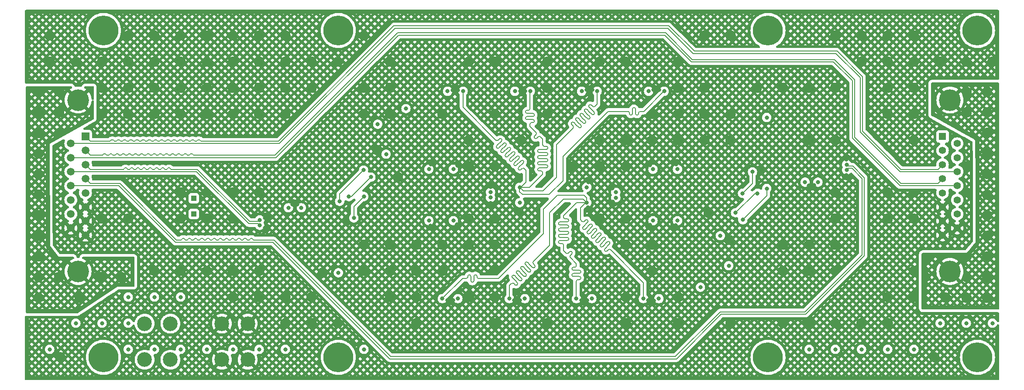
<source format=gbr>
%TF.GenerationSoftware,KiCad,Pcbnew,7.0.7*%
%TF.CreationDate,2024-12-16T13:21:34+01:00*%
%TF.ProjectId,dmem_2V0,646d656d-5f32-4563-902e-6b696361645f,rev?*%
%TF.SameCoordinates,Original*%
%TF.FileFunction,Copper,L2,Inr*%
%TF.FilePolarity,Positive*%
%FSLAX46Y46*%
G04 Gerber Fmt 4.6, Leading zero omitted, Abs format (unit mm)*
G04 Created by KiCad (PCBNEW 7.0.7) date 2024-12-16 13:21:34*
%MOMM*%
%LPD*%
G01*
G04 APERTURE LIST*
%TA.AperFunction,ComponentPad*%
%ADD10R,1.000000X1.000000*%
%TD*%
%TA.AperFunction,ComponentPad*%
%ADD11C,2.850000*%
%TD*%
%TA.AperFunction,ComponentPad*%
%ADD12C,5.800000*%
%TD*%
%TA.AperFunction,ComponentPad*%
%ADD13R,1.508000X1.508000*%
%TD*%
%TA.AperFunction,ComponentPad*%
%ADD14C,1.508000*%
%TD*%
%TA.AperFunction,ComponentPad*%
%ADD15C,4.200000*%
%TD*%
%TA.AperFunction,ComponentPad*%
%ADD16R,1.408000X1.408000*%
%TD*%
%TA.AperFunction,ComponentPad*%
%ADD17C,1.408000*%
%TD*%
%TA.AperFunction,ComponentPad*%
%ADD18C,4.216000*%
%TD*%
%TA.AperFunction,ViaPad*%
%ADD19C,0.800000*%
%TD*%
%TA.AperFunction,Conductor*%
%ADD20C,0.203200*%
%TD*%
G04 APERTURE END LIST*
D10*
%TO.N,/+CE_R*%
%TO.C,Vce_r1*%
X83261200Y-102463600D03*
%TD*%
D11*
%TO.N,GND*%
%TO.C,J11*%
X93720400Y-123783400D03*
X88720400Y-123783400D03*
X88720400Y-130793400D03*
X93720400Y-130793400D03*
%TD*%
D12*
%TO.N,/MountingHole_3*%
%TO.C,REF\u002A\u002A*%
X194640200Y-66827400D03*
%TD*%
%TO.N,/MountingHole_4*%
%TO.C,REF\u002A\u002A*%
X235280200Y-66827400D03*
%TD*%
%TO.N,/MountingHole_7*%
%TO.C,REF\u002A\u002A*%
X194640200Y-130327400D03*
%TD*%
D13*
%TO.N,/out2_jumper-*%
%TO.C,J1*%
X62240400Y-87410000D03*
D14*
%TO.N,/out1_jumper-*%
X62240400Y-90150000D03*
%TO.N,/out2-*%
X62240400Y-92890000D03*
%TO.N,/out1-*%
X62240400Y-95630000D03*
%TO.N,/+CE*%
X62240400Y-98370000D03*
%TO.N,GND*%
X62240400Y-101110000D03*
X62240400Y-103850000D03*
X62240400Y-106590000D03*
%TO.N,/out2_jumper+*%
X59400400Y-88780000D03*
%TO.N,/out1_jumper+*%
X59400400Y-91520000D03*
%TO.N,/out2+*%
X59400400Y-94260000D03*
%TO.N,/out1+*%
X59400400Y-97000000D03*
%TO.N,Net-(J1-Pad13)*%
X59400400Y-99740000D03*
%TO.N,/+CE_R*%
X59400400Y-102480000D03*
%TO.N,GND*%
X59400400Y-105220000D03*
D15*
%TO.N,Net-(J1-SHIELD)*%
X60820400Y-80340000D03*
X60820400Y-113660000D03*
%TD*%
D10*
%TO.N,/+CE*%
%TO.C,Vce1*%
X83261200Y-99413600D03*
%TD*%
D16*
%TO.N,unconnected-(J12-Pad1)*%
%TO.C,J12*%
X228503200Y-87410000D03*
D17*
%TO.N,unconnected-(J12-Pad2)*%
X228503200Y-90150000D03*
%TO.N,/out2_jumper-*%
X228503200Y-92890000D03*
%TO.N,/out1_jumper-*%
X228503200Y-95630000D03*
%TO.N,/+CE*%
X228503200Y-98370000D03*
%TO.N,GND*%
X228503200Y-101110000D03*
X228503200Y-103850000D03*
X228503200Y-106590000D03*
%TO.N,unconnected-(J12-Pad9)*%
X231343200Y-88780000D03*
%TO.N,unconnected-(J12-Pad10)*%
X231343200Y-91520000D03*
%TO.N,/out2_jumper+*%
X231343200Y-94260000D03*
%TO.N,/out1_jumper+*%
X231343200Y-97000000D03*
%TO.N,Net-(J12-Pad13)*%
X231343200Y-99740000D03*
%TO.N,/+CE_R*%
X231343200Y-102480000D03*
%TO.N,GND*%
X231343200Y-105220000D03*
D18*
%TO.N,Net-(J12-SHIELD)*%
X229923200Y-113660000D03*
X229923200Y-80340000D03*
%TD*%
D12*
%TO.N,/MountingHole_2*%
%TO.C,REF\u002A\u002A*%
X111302800Y-66827400D03*
%TD*%
%TO.N,/MountingHole_6*%
%TO.C,REF\u002A\u002A*%
X111302800Y-130327400D03*
%TD*%
%TO.N,/MountingHole_5*%
%TO.C,REF\u002A\u002A*%
X65735200Y-130327400D03*
%TD*%
D11*
%TO.N,/MESH*%
%TO.C,J10*%
X78720400Y-123783400D03*
X73720400Y-123783400D03*
X73720400Y-130793400D03*
X78720400Y-130793400D03*
%TD*%
D12*
%TO.N,/MountingHole_8*%
%TO.C,REF\u002A\u002A*%
X235280200Y-130327400D03*
%TD*%
%TO.N,/MountingHole_1*%
%TO.C,REF\u002A\u002A*%
X65735200Y-66827400D03*
%TD*%
D19*
%TO.N,GND*%
X97077900Y-105207822D03*
X161985400Y-93213000D03*
X207705400Y-123693000D03*
X233105400Y-98293000D03*
X182305400Y-77973000D03*
X172145400Y-113533000D03*
X192465400Y-77973000D03*
X136585400Y-103373000D03*
X111185400Y-72893000D03*
X101025400Y-83053000D03*
X202625400Y-113533000D03*
X140863100Y-100338622D03*
X90865400Y-72893000D03*
X159691094Y-101244829D03*
X121345400Y-77973000D03*
X85785400Y-113533000D03*
X116265400Y-113533000D03*
X108254800Y-113893600D03*
X176703382Y-104714998D03*
X102368143Y-100606187D03*
X172451438Y-78367727D03*
X134336244Y-104464169D03*
X217865400Y-72893000D03*
X141665400Y-83053000D03*
X136585400Y-72893000D03*
X164540999Y-100122406D03*
X132415958Y-119252116D03*
X75625400Y-67813000D03*
X129176974Y-104718863D03*
X207705400Y-113533000D03*
X136585400Y-118613000D03*
X187385400Y-123693000D03*
X97077900Y-103225658D03*
X176859431Y-92807569D03*
X133463437Y-78399537D03*
X197545400Y-77973000D03*
X95945400Y-72893000D03*
X222945400Y-88133000D03*
X147542187Y-78600144D03*
X172145400Y-83053000D03*
X167065400Y-103373000D03*
X101025400Y-67813000D03*
X222945400Y-67813000D03*
X203561431Y-96922680D03*
X177225400Y-72893000D03*
X172145400Y-108453000D03*
X80705400Y-77973000D03*
X193071516Y-94074981D03*
X101025400Y-72893000D03*
X126425400Y-123693000D03*
X212785400Y-123693000D03*
X65465400Y-77973000D03*
X212785400Y-72893000D03*
X136585400Y-93213000D03*
X222945400Y-103373000D03*
X95945400Y-118613000D03*
X156905400Y-93213000D03*
X70545400Y-72893000D03*
X160545603Y-78307591D03*
X65465400Y-83053000D03*
X207705400Y-77973000D03*
X70545400Y-67813000D03*
X207705400Y-67813000D03*
X95945400Y-98293000D03*
X177225400Y-118613000D03*
X145417189Y-119248539D03*
X187111916Y-107507288D03*
X217865400Y-77973000D03*
X141665400Y-103373000D03*
X187385400Y-67813000D03*
X177225400Y-77973000D03*
X118836300Y-90043300D03*
X207705400Y-103373000D03*
X151825400Y-77973000D03*
X80705400Y-113533000D03*
X202625400Y-88133000D03*
X212785400Y-67813000D03*
X136585400Y-108453000D03*
X106105400Y-72893000D03*
X177225400Y-88133000D03*
X167065400Y-93213000D03*
X106105400Y-77973000D03*
X151825400Y-72893000D03*
X167065400Y-88133000D03*
X172145400Y-88133000D03*
X121345400Y-72893000D03*
X222945400Y-113533000D03*
X136585400Y-88133000D03*
X146525867Y-119248703D03*
X182305400Y-67813000D03*
X141665400Y-118613000D03*
X126425400Y-108453000D03*
X141665400Y-113533000D03*
X85785400Y-72893000D03*
X177225400Y-83053000D03*
X121345400Y-108453000D03*
X131505400Y-108453000D03*
X146481175Y-96024831D03*
X70545400Y-77973000D03*
X141665400Y-93213000D03*
X217865400Y-67813000D03*
X228025400Y-72893000D03*
X134516731Y-78409104D03*
X226923600Y-130302000D03*
X121345400Y-83053000D03*
X106105400Y-123693000D03*
X161985400Y-72893000D03*
X151825400Y-123693000D03*
X131505400Y-83053000D03*
X167065400Y-118613000D03*
X65465400Y-72893000D03*
X233105400Y-93213000D03*
X171708278Y-92999326D03*
X171755361Y-104601050D03*
X238185400Y-72893000D03*
X167065400Y-72893000D03*
X90865400Y-113533000D03*
X116265400Y-67813000D03*
X222945400Y-77973000D03*
X217865400Y-103373000D03*
X121345400Y-118613000D03*
X80705400Y-103373000D03*
X101025400Y-123693000D03*
X116265400Y-77973000D03*
X113045100Y-103708500D03*
X158415882Y-119252332D03*
X121345400Y-113533000D03*
X116265400Y-108453000D03*
X55305400Y-72893000D03*
X90865400Y-67813000D03*
X85785400Y-77973000D03*
X140863100Y-97189022D03*
X80705400Y-72893000D03*
X207705400Y-108453000D03*
X146587567Y-78600497D03*
X202625400Y-77973000D03*
X167065400Y-108453000D03*
X217865400Y-118613000D03*
X222945400Y-83053000D03*
X103321900Y-100592622D03*
X60385400Y-72893000D03*
X217865400Y-83053000D03*
X217865400Y-123693000D03*
X55305400Y-67813000D03*
X134370930Y-93109355D03*
X90865400Y-83053000D03*
X202625400Y-123693000D03*
X222945400Y-118613000D03*
X183114716Y-102253781D03*
X222945400Y-98293000D03*
X106105400Y-118613000D03*
X209872313Y-94922733D03*
X90865400Y-77973000D03*
X126425400Y-113533000D03*
X164485600Y-97485200D03*
X209854980Y-91875678D03*
X95945400Y-83053000D03*
X65465400Y-103373000D03*
X161985400Y-88133000D03*
X197545400Y-108453000D03*
X85785400Y-67813000D03*
X129226637Y-92834591D03*
X85785400Y-83053000D03*
X233105400Y-72893000D03*
X173533083Y-78346767D03*
X75625400Y-72893000D03*
X80705400Y-98293000D03*
X122833500Y-95301822D03*
X159526964Y-119251887D03*
X80705400Y-67813000D03*
X80705400Y-83053000D03*
X182305400Y-88133000D03*
X57404000Y-130327400D03*
X85785400Y-98293000D03*
X182305400Y-83053000D03*
X75625400Y-83053000D03*
X146197633Y-101702622D03*
X90865400Y-98293000D03*
X197545400Y-113533000D03*
X126425400Y-118613000D03*
X217865400Y-98293000D03*
X207705400Y-98293000D03*
X75625400Y-77973000D03*
X202574292Y-96948751D03*
X167065400Y-123693000D03*
X177225400Y-123693000D03*
X146745400Y-88133000D03*
X222945400Y-72893000D03*
X141665400Y-72893000D03*
X85785400Y-103373000D03*
X133531055Y-119252561D03*
X202625400Y-108453000D03*
X95945400Y-77973000D03*
X141665400Y-108453000D03*
X187385400Y-88133000D03*
X70545400Y-83053000D03*
X116265400Y-83053000D03*
X159776449Y-96251905D03*
X151825400Y-118613000D03*
X151825400Y-83053000D03*
X70545400Y-103373000D03*
X197545400Y-123693000D03*
X101025400Y-77973000D03*
X171424904Y-119225042D03*
X90865400Y-118613000D03*
X95945400Y-113533000D03*
X172532248Y-119281134D03*
X101025400Y-118613000D03*
X111185400Y-123693000D03*
X161985400Y-103373000D03*
X159435630Y-78304204D03*
X95945400Y-67813000D03*
X207705400Y-88133000D03*
X187385400Y-83053000D03*
X131505400Y-113533000D03*
X75625400Y-113533000D03*
X90865400Y-103373000D03*
X141665400Y-123693000D03*
%TO.N,Net-(U1-\u002APD)*%
X189702716Y-98464888D03*
X191633116Y-94299288D03*
%TO.N,Net-(U1-Vocm)*%
X194396094Y-97530710D03*
X189753516Y-103595688D03*
%TO.N,Net-(U1-Vs-)*%
X187021774Y-112525030D03*
X185384716Y-106694488D03*
X188331116Y-102239230D03*
X192598316Y-98464888D03*
%TO.N,/+CE_R*%
X194392316Y-83723381D03*
X111301900Y-113902222D03*
%TO.N,/+CE*%
X124408300Y-81999822D03*
X181539916Y-116692581D03*
%TO.N,Net-(R27-Pad1)*%
X160471500Y-118925000D03*
X134475358Y-118925000D03*
X147471500Y-118925000D03*
X173471500Y-118925000D03*
X159476716Y-97268588D03*
%TO.N,Net-(R32-Pad2)*%
X170471500Y-118925000D03*
X159476716Y-100268588D03*
X131471500Y-118925000D03*
X157471500Y-118925000D03*
X144471500Y-118925000D03*
%TO.N,/cold_amplifier_ch1/input-*%
X165119916Y-99307630D03*
X172329116Y-103782630D03*
%TO.N,/cold_amplifier_ch1/input+*%
X165119916Y-98257630D03*
X172329116Y-93782630D03*
%TO.N,/cold_amplifier_ch1/output+*%
X201829116Y-96282630D03*
X177079116Y-103782630D03*
%TO.N,/cold_amplifier_ch1/output-*%
X204329116Y-96282630D03*
X177079116Y-93782630D03*
%TO.N,/out2-*%
X96041307Y-103626759D03*
%TO.N,/out1-*%
X209906909Y-93923830D03*
%TO.N,/out2+*%
X96041307Y-104676759D03*
%TO.N,/out1+*%
X209906909Y-92873830D03*
%TO.N,/cold_amplifier_ch2/input-*%
X133619100Y-93767958D03*
X140828300Y-98242958D03*
%TO.N,/cold_amplifier_ch2/input+*%
X140828300Y-99292958D03*
X133619100Y-103767958D03*
%TO.N,/cold_amplifier_ch2/output+*%
X104119100Y-101267958D03*
X128869100Y-93767958D03*
%TO.N,/cold_amplifier_ch2/output-*%
X128869100Y-103767958D03*
X101619100Y-101267958D03*
%TO.N,Net-(U2-\u002APD)*%
X116245500Y-99085700D03*
X114315100Y-103251300D03*
%TO.N,Net-(U2-Vs-)*%
X118926442Y-85025558D03*
X113349900Y-99085700D03*
X120563500Y-90856100D03*
X117617100Y-95311358D03*
%TO.N,Net-(U2-Vocm)*%
X116194700Y-93954900D03*
X111552122Y-100019878D03*
%TO.N,Net-(R26-Pad1)*%
X161491200Y-78631400D03*
X146471500Y-97282000D03*
X174491200Y-78631400D03*
X135491200Y-78631400D03*
X148541200Y-78631400D03*
%TO.N,Net-(R49-Pad1)*%
X146471500Y-100282000D03*
X171487342Y-78631400D03*
X132491200Y-78631400D03*
X145541200Y-78631400D03*
X158491200Y-78631400D03*
%TO.N,Net-(J1-SHIELD)*%
X53145400Y-102733000D03*
X53145400Y-94733000D03*
X53145400Y-82733000D03*
X61145400Y-118733000D03*
X57145400Y-114733000D03*
X57145400Y-86733000D03*
X65145400Y-114733000D03*
X53145400Y-86733000D03*
X53145400Y-118733000D03*
X69145400Y-114733000D03*
X53145400Y-110733000D03*
X53145400Y-106733000D03*
X53145400Y-114733000D03*
X57145400Y-78733000D03*
X57145400Y-82733000D03*
X53145400Y-90733000D03*
X53145400Y-98733000D03*
X53145400Y-78733000D03*
%TO.N,/MESH*%
X101025400Y-128773000D03*
X85785400Y-128773000D03*
X70545400Y-118613000D03*
X80705400Y-118613000D03*
X90865400Y-128773000D03*
X233105400Y-123693000D03*
X116265400Y-128773000D03*
X70545400Y-128773000D03*
X238185400Y-123693000D03*
X75625400Y-118613000D03*
X70545400Y-123693000D03*
X80705400Y-128773000D03*
X75625400Y-128773000D03*
X65465400Y-123693000D03*
X202625400Y-128773000D03*
X212785400Y-128773000D03*
X60385400Y-123693000D03*
X95945400Y-128773000D03*
X217865400Y-128773000D03*
X228025400Y-123693000D03*
X222945400Y-128773000D03*
X207705400Y-128773000D03*
X55305400Y-128773000D03*
%TO.N,Net-(J12-SHIELD)*%
X225145400Y-110733000D03*
X237145400Y-90733000D03*
X225145400Y-114733000D03*
X237145400Y-110733000D03*
X233145400Y-82733000D03*
X233145400Y-118733000D03*
X233145400Y-114733000D03*
X237145400Y-98733000D03*
X237145400Y-106733000D03*
X237145400Y-114733000D03*
X229145400Y-118733000D03*
X233145400Y-110733000D03*
X237145400Y-94733000D03*
X237145400Y-78733000D03*
X237145400Y-82733000D03*
X237145400Y-102733000D03*
X237145400Y-86733000D03*
X233145400Y-78733000D03*
X237145400Y-118733000D03*
%TD*%
D20*
%TO.N,Net-(U1-\u002APD)*%
X191633116Y-96534488D02*
X191633116Y-94299288D01*
X189702716Y-98464888D02*
X191633116Y-96534488D01*
%TO.N,Net-(U1-Vocm)*%
X189753516Y-103595688D02*
X194396094Y-98953110D01*
X194396094Y-98953110D02*
X194396094Y-97530710D01*
%TO.N,Net-(U1-Vs-)*%
X192105458Y-98464888D02*
X192598316Y-98464888D01*
X188331116Y-102239230D02*
X192105458Y-98464888D01*
%TO.N,Net-(R32-Pad2)*%
X145888078Y-113588758D02*
X145888081Y-113588756D01*
X154990800Y-105824000D02*
X155690800Y-105824000D01*
X161727154Y-107968919D02*
X161727153Y-107968920D01*
X160030102Y-106271867D02*
X160030101Y-106271868D01*
X159268612Y-100268588D02*
X158242000Y-101295200D01*
X163424223Y-109665954D02*
X163424222Y-109665955D01*
X157471500Y-114622000D02*
X158042658Y-114622000D01*
X158996465Y-103911399D02*
X158996464Y-103911400D01*
X155690800Y-104024000D02*
X155290800Y-104024000D01*
X147693526Y-114121409D02*
X147215057Y-113642940D01*
X155872264Y-110083600D02*
X156155107Y-109800758D01*
X157541412Y-100268588D02*
X154990800Y-102819200D01*
X159181542Y-105423376D02*
X159181541Y-105423377D01*
X154290800Y-104624000D02*
X154990800Y-104624000D01*
X154990800Y-107024000D02*
X155690800Y-107024000D01*
X159659879Y-104096514D02*
X159659880Y-104096513D01*
X145996481Y-116242752D02*
X145996481Y-116242751D01*
X170471500Y-115810700D02*
X170471500Y-118925000D01*
X158776128Y-99568000D02*
X159476716Y-100268588D01*
X163053983Y-107490618D02*
X163053984Y-107490617D01*
X146312345Y-113588756D02*
X146790796Y-114067207D01*
X149390553Y-112848577D02*
X149390553Y-112848576D01*
X164087621Y-109426821D02*
X170471500Y-115810700D01*
X156900350Y-114622000D02*
X157471500Y-114622000D01*
X149390553Y-112424312D02*
X149124251Y-112158010D01*
X145996481Y-115818487D02*
X145730128Y-115552134D01*
X149124252Y-111733747D02*
X152298400Y-108559600D01*
X148542057Y-113272878D02*
X148063588Y-112794409D01*
X148487858Y-112370145D02*
X148966289Y-112848577D01*
X149124251Y-111733746D02*
X149124252Y-111733747D01*
X162205483Y-106642066D02*
X162205484Y-106642065D01*
X162205484Y-106642065D02*
X161302889Y-107544656D01*
X159659880Y-104096513D02*
X158757277Y-104999112D01*
X158042658Y-115222000D02*
X157771500Y-115222000D01*
X154290800Y-108224000D02*
X154690800Y-108224000D01*
X144471500Y-118925000D02*
X144471500Y-116386500D01*
X158953200Y-98856800D02*
X159476716Y-99380316D01*
X157171500Y-112822000D02*
X156900342Y-112822000D01*
X154990800Y-104624000D02*
X155690800Y-104624000D01*
X155872265Y-110083599D02*
X155872264Y-110083600D01*
X145730128Y-115552134D02*
X145039529Y-114861535D01*
X147639327Y-113218676D02*
X148117793Y-113697143D01*
X154990800Y-109626400D02*
X155448000Y-110083600D01*
X156296528Y-110932128D02*
X157471500Y-112107100D01*
X157471500Y-112107100D02*
X157471500Y-112522000D01*
X152298400Y-102209600D02*
X154940000Y-99568000D01*
X157471500Y-114022000D02*
X156900350Y-114022000D01*
X158242000Y-103581200D02*
X158572200Y-103911400D01*
X164087620Y-109426820D02*
X164087621Y-109426821D01*
X158042652Y-114022000D02*
X157471500Y-114022000D01*
X146844995Y-115394205D02*
X146844995Y-115394204D01*
X145305864Y-115976400D02*
X145572216Y-116242752D01*
X154290800Y-105824000D02*
X154990800Y-105824000D01*
X145039529Y-114437271D02*
X145039532Y-114437269D01*
X160508406Y-104945039D02*
X159605837Y-105847604D01*
X146736596Y-112740214D02*
X146736599Y-112740212D01*
X158757276Y-105423377D02*
X158757277Y-105423377D01*
X161356932Y-105793565D02*
X160454363Y-106696130D01*
X163053984Y-107490617D02*
X162151397Y-108393200D01*
X146790796Y-114067207D02*
X147269262Y-114545674D01*
X136993200Y-114711200D02*
X136993200Y-115438588D01*
X163424222Y-109665955D02*
X163663356Y-109426820D01*
X154990800Y-108921110D02*
X154990800Y-109626400D01*
X160508405Y-104945040D02*
X160508406Y-104945039D01*
X147693526Y-114545674D02*
X147693526Y-114545673D01*
X154990800Y-102819200D02*
X154990800Y-103124000D01*
X154990800Y-107624000D02*
X154290800Y-107624000D01*
X158242000Y-101295200D02*
X158242000Y-103581200D01*
X139328530Y-115011200D02*
X142341600Y-115011200D01*
X159476716Y-99380316D02*
X159476716Y-100268588D01*
X138493200Y-115011200D02*
X139328530Y-115011200D01*
X162575662Y-108817463D02*
X162575661Y-108817464D01*
X154290800Y-107024000D02*
X154990800Y-107024000D01*
X142341600Y-115011200D02*
X151079200Y-106273600D01*
X154990800Y-108524000D02*
X154990800Y-108921110D01*
X156900342Y-113422000D02*
X157171500Y-113422000D01*
X147160863Y-112740212D02*
X147639327Y-113218676D01*
X154990800Y-105224000D02*
X154290800Y-105224000D01*
X163902509Y-108339144D02*
X163902510Y-108339143D01*
X136993200Y-114583812D02*
X136993200Y-114711200D01*
X159476716Y-100268588D02*
X159268612Y-100268588D01*
X161356931Y-105793566D02*
X161356932Y-105793565D01*
X136393200Y-114711200D02*
X136393200Y-114583812D01*
X144471500Y-116386500D02*
X144881600Y-115976400D01*
X153771600Y-98856800D02*
X158953200Y-98856800D01*
X145942265Y-114915738D02*
X146420731Y-115394205D01*
X145996481Y-116242753D02*
X145996481Y-116242752D01*
X137593200Y-115438588D02*
X137593200Y-115011200D01*
X160878627Y-107120394D02*
X161781218Y-106217799D01*
X137593200Y-115011200D02*
X137593200Y-114583812D01*
X162575661Y-108817464D02*
X163478244Y-107914877D01*
X160878628Y-107120393D02*
X160878627Y-107120394D01*
X135385300Y-115011200D02*
X136093200Y-115011200D01*
X155290800Y-103424000D02*
X155690800Y-103424000D01*
X159181541Y-105423377D02*
X160084140Y-104520773D01*
X148009389Y-111891676D02*
X148487858Y-112370145D01*
X157471500Y-116247294D02*
X157471500Y-118925000D01*
X157471500Y-115522000D02*
X157471500Y-116247294D01*
X147215057Y-113642940D02*
X146736596Y-113164478D01*
X155290800Y-104024000D02*
X154290800Y-104024000D01*
X138193200Y-114583812D02*
X138193200Y-114711200D01*
X163902510Y-108339143D02*
X162999958Y-109241691D01*
X146366526Y-114491471D02*
X145888078Y-114013022D01*
X161727153Y-107968920D02*
X162629718Y-107066351D01*
X156296527Y-110932127D02*
X156296528Y-110932128D01*
X151079200Y-106273600D02*
X151079200Y-101549200D01*
X156579371Y-110225022D02*
X156296527Y-110507863D01*
X155690800Y-107624000D02*
X154990800Y-107624000D01*
X155690800Y-106424000D02*
X154990800Y-106424000D01*
X162151398Y-108817465D02*
X162151397Y-108817464D01*
X148063588Y-112794409D02*
X147585122Y-112315942D01*
X148542057Y-113697143D02*
X148542057Y-113697142D01*
X157171500Y-113422000D02*
X158042652Y-113422000D01*
X151079200Y-101549200D02*
X153771600Y-98856800D01*
X155690800Y-105224000D02*
X154990800Y-105224000D01*
X156579370Y-110225023D02*
X156579371Y-110225022D01*
X145463796Y-114437269D02*
X145942265Y-114915738D01*
X159476716Y-100268588D02*
X157541412Y-100268588D01*
X131471500Y-118925000D02*
X135385300Y-115011200D01*
X146844995Y-114969940D02*
X146366526Y-114491471D01*
X154940000Y-99568000D02*
X158776128Y-99568000D01*
X152298400Y-108559600D02*
X152298400Y-102209600D01*
X160030101Y-106271868D02*
X160932666Y-105369299D01*
X154990800Y-106424000D02*
X154290800Y-106424000D01*
X158996464Y-103911400D02*
X159235616Y-103672249D01*
X147585122Y-111891678D02*
X147585125Y-111891676D01*
X163053998Y-107490633D02*
G75*
G03*
X163053984Y-107066353I-212198J212133D01*
G01*
X154990800Y-103124000D02*
G75*
G03*
X155290800Y-103424000I300000J0D01*
G01*
X147585112Y-111891668D02*
G75*
G03*
X147585122Y-112315942I212188J-212132D01*
G01*
X156600400Y-114322000D02*
G75*
G03*
X156900350Y-114622000I300000J0D01*
G01*
X155690800Y-107624000D02*
G75*
G03*
X155990800Y-107324000I0J300000D01*
G01*
X147160862Y-112740213D02*
G75*
G03*
X146736600Y-112740213I-212131J-212131D01*
G01*
X147693484Y-114545631D02*
G75*
G03*
X147693525Y-114121410I-212084J212131D01*
G01*
X164087619Y-109426821D02*
G75*
G03*
X163663357Y-109426821I-212131J-212131D01*
G01*
X138193188Y-114583812D02*
G75*
G03*
X137893200Y-114283812I-299988J12D01*
G01*
X156900342Y-112822042D02*
G75*
G03*
X156600342Y-113122000I-42J-299958D01*
G01*
X146736550Y-112740168D02*
G75*
G03*
X146736596Y-113164478I212150J-212132D01*
G01*
X154290800Y-104024000D02*
G75*
G03*
X153990800Y-104324000I0J-300000D01*
G01*
X145572167Y-116242801D02*
G75*
G03*
X145996481Y-116242753I212133J212201D01*
G01*
X155690800Y-106424000D02*
G75*
G03*
X155990800Y-106124000I0J300000D01*
G01*
X136093200Y-115011200D02*
G75*
G03*
X136393200Y-114711200I0J300000D01*
G01*
X162151365Y-108393168D02*
G75*
G03*
X162151398Y-108817465I212135J-212132D01*
G01*
X157171500Y-112822000D02*
G75*
G03*
X157471500Y-112522000I0J300000D01*
G01*
X159659879Y-103672250D02*
G75*
G03*
X159235617Y-103672250I-212131J-212131D01*
G01*
X148542047Y-113697132D02*
G75*
G03*
X148542057Y-113272878I-212147J212132D01*
G01*
X155990800Y-104924000D02*
G75*
G03*
X155690800Y-104624000I-300000J0D01*
G01*
X158757268Y-105423386D02*
G75*
G03*
X159181542Y-105423376I212132J212186D01*
G01*
X160508434Y-104520747D02*
G75*
G03*
X160084140Y-104520773I-212134J-212153D01*
G01*
X154990800Y-108524000D02*
G75*
G03*
X154690800Y-108224000I-300000J0D01*
G01*
X136693200Y-114283800D02*
G75*
G03*
X136393200Y-114583812I0J-300000D01*
G01*
X148009388Y-111891677D02*
G75*
G03*
X147585126Y-111891677I-212131J-212131D01*
G01*
X147269263Y-114545673D02*
G75*
G03*
X147693525Y-114545673I212131J212131D01*
G01*
X145996462Y-116242732D02*
G75*
G03*
X145996481Y-115818487I-212162J212132D01*
G01*
X156579370Y-109800759D02*
G75*
G03*
X156155108Y-109800759I-212131J-212131D01*
G01*
X161356898Y-105793533D02*
G75*
G03*
X161356932Y-105369301I-212098J212133D01*
G01*
X149390509Y-112848532D02*
G75*
G03*
X149390553Y-112424312I-212109J212132D01*
G01*
X158572169Y-103911431D02*
G75*
G03*
X158996464Y-103911398I212131J212131D01*
G01*
X137293200Y-115738600D02*
G75*
G03*
X137593200Y-115438588I0J300000D01*
G01*
X162999968Y-109665945D02*
G75*
G03*
X163424223Y-109665954I212132J212145D01*
G01*
X158342700Y-113722000D02*
G75*
G03*
X158042652Y-113422000I-300000J0D01*
G01*
X162205450Y-106642033D02*
G75*
G03*
X162205484Y-106217801I-212150J212133D01*
G01*
X156600300Y-113122000D02*
G75*
G03*
X156900342Y-113422000I300000J0D01*
G01*
X163902534Y-107914855D02*
G75*
G03*
X163478244Y-107914877I-212134J-212145D01*
G01*
X161356934Y-105369299D02*
G75*
G03*
X160932666Y-105369299I-212134J-212101D01*
G01*
X154290800Y-107624000D02*
G75*
G03*
X153990800Y-107924000I0J-300000D01*
G01*
X162151368Y-108817493D02*
G75*
G03*
X162575662Y-108817463I212132J212193D01*
G01*
X161302901Y-107544668D02*
G75*
G03*
X161302889Y-107968920I212099J-212132D01*
G01*
X159605868Y-106271837D02*
G75*
G03*
X160030102Y-106271867I212132J212137D01*
G01*
X136993212Y-115438588D02*
G75*
G03*
X137293200Y-115738588I299988J-12D01*
G01*
X159659898Y-104096533D02*
G75*
G03*
X159659880Y-103672249I-212198J212133D01*
G01*
X153990800Y-106724000D02*
G75*
G03*
X154290800Y-107024000I300000J0D01*
G01*
X160508398Y-104945033D02*
G75*
G03*
X160508406Y-104520775I-212098J212133D01*
G01*
X148117794Y-113697142D02*
G75*
G03*
X148542056Y-113697142I212131J212131D01*
G01*
X155447969Y-110083631D02*
G75*
G03*
X155872264Y-110083598I212131J212131D01*
G01*
X161302868Y-107968941D02*
G75*
G03*
X161727154Y-107968919I212132J212141D01*
G01*
X148966290Y-112848576D02*
G75*
G03*
X149390552Y-112848576I212131J212131D01*
G01*
X137893200Y-114283800D02*
G75*
G03*
X137593200Y-114583812I0J-300000D01*
G01*
X156579380Y-110225033D02*
G75*
G03*
X156579371Y-109800758I-212180J212133D01*
G01*
X153990800Y-104324000D02*
G75*
G03*
X154290800Y-104624000I300000J0D01*
G01*
X145305863Y-115976401D02*
G75*
G03*
X144881601Y-115976401I-212131J-212131D01*
G01*
X155690800Y-105224000D02*
G75*
G03*
X155990800Y-104924000I0J300000D01*
G01*
X138193200Y-114711200D02*
G75*
G03*
X138493200Y-115011200I300000J0D01*
G01*
X154290800Y-105224000D02*
G75*
G03*
X153990800Y-105524000I0J-300000D01*
G01*
X149124273Y-111733768D02*
G75*
G03*
X149124251Y-112158010I212127J-212132D01*
G01*
X160454401Y-106696168D02*
G75*
G03*
X160454363Y-107120394I212099J-212132D01*
G01*
X163902498Y-108339133D02*
G75*
G03*
X163902510Y-107914879I-212098J212133D01*
G01*
X136993188Y-114583812D02*
G75*
G03*
X136693200Y-114283812I-299988J12D01*
G01*
X162205434Y-106217851D02*
G75*
G03*
X161781218Y-106217799I-212134J-212049D01*
G01*
X145039526Y-114437268D02*
G75*
G03*
X145039529Y-114861535I212174J-212132D01*
G01*
X158757232Y-104999067D02*
G75*
G03*
X158757276Y-105423377I212168J-212133D01*
G01*
X156296532Y-110507868D02*
G75*
G03*
X156296527Y-110932127I212168J-212132D01*
G01*
X159605801Y-105847568D02*
G75*
G03*
X159605837Y-106271868I212199J-212132D01*
G01*
X158042658Y-115221958D02*
G75*
G03*
X158342658Y-114922000I42J299958D01*
G01*
X163053934Y-107066403D02*
G75*
G03*
X162629718Y-107066351I-212134J-212097D01*
G01*
X145888089Y-113588769D02*
G75*
G03*
X145888079Y-114013021I212111J-212131D01*
G01*
X155990800Y-103724000D02*
G75*
G03*
X155690800Y-103424000I-300000J0D01*
G01*
X146420732Y-115394204D02*
G75*
G03*
X146844994Y-115394204I212131J212131D01*
G01*
X157771500Y-115222000D02*
G75*
G03*
X157471500Y-115522000I0J-300000D01*
G01*
X158042652Y-114021952D02*
G75*
G03*
X158342652Y-113722000I48J299952D01*
G01*
X160454368Y-107120389D02*
G75*
G03*
X160878628Y-107120393I212132J212089D01*
G01*
X156900350Y-114021950D02*
G75*
G03*
X156600350Y-114322000I50J-300050D01*
G01*
X145463795Y-114437270D02*
G75*
G03*
X145039533Y-114437270I-212131J-212131D01*
G01*
X155690800Y-104024000D02*
G75*
G03*
X155990800Y-103724000I0J300000D01*
G01*
X153990800Y-107924000D02*
G75*
G03*
X154290800Y-108224000I300000J0D01*
G01*
X155990800Y-107324000D02*
G75*
G03*
X155690800Y-107024000I-300000J0D01*
G01*
X158342700Y-114922000D02*
G75*
G03*
X158042658Y-114622000I-300000J0D01*
G01*
X146845023Y-115394232D02*
G75*
G03*
X146844995Y-114969940I-212123J212132D01*
G01*
X155990800Y-106124000D02*
G75*
G03*
X155690800Y-105824000I-300000J0D01*
G01*
X162999935Y-109241668D02*
G75*
G03*
X162999958Y-109665955I212165J-212132D01*
G01*
X153990800Y-105524000D02*
G75*
G03*
X154290800Y-105824000I300000J0D01*
G01*
X154290800Y-106424000D02*
G75*
G03*
X153990800Y-106724000I0J-300000D01*
G01*
X146312344Y-113588757D02*
G75*
G03*
X145888082Y-113588757I-212131J-212131D01*
G01*
%TO.N,/out2-*%
X71665370Y-93806800D02*
X71996000Y-93806800D01*
X73465352Y-93537448D02*
X73796000Y-93537448D01*
X95742907Y-103925159D02*
X96041307Y-103626759D01*
X76465370Y-93806800D02*
X76796000Y-93806800D01*
X94085621Y-103925159D02*
X95742907Y-103925159D01*
X75130675Y-93672124D02*
X75130675Y-93672125D01*
X75730685Y-93672115D02*
X75730685Y-93672114D01*
X77530685Y-93672114D02*
X77530685Y-93672115D01*
X75265350Y-93806800D02*
X75596000Y-93806800D01*
X78865370Y-93806800D02*
X79196000Y-93806800D01*
X70930685Y-93672115D02*
X70930685Y-93672114D01*
X76930685Y-93672115D02*
X76930685Y-93672114D01*
X76330685Y-93672114D02*
X76330685Y-93672115D01*
X78730685Y-93672114D02*
X78730685Y-93672115D01*
X69865370Y-93537429D02*
X70196000Y-93537429D01*
X79196000Y-93806800D02*
X83967262Y-93806800D01*
X78130685Y-93672115D02*
X78130685Y-93672114D01*
X72865370Y-93806800D02*
X73196000Y-93806800D01*
X74065352Y-93806800D02*
X74396000Y-93806800D01*
X69730685Y-93672115D02*
X69730685Y-93672114D01*
X74665350Y-93537449D02*
X74996000Y-93537449D01*
X77065370Y-93537429D02*
X77396000Y-93537429D01*
X77665370Y-93806800D02*
X77996000Y-93806800D01*
X62240400Y-92890000D02*
X63157200Y-93806800D01*
X63157200Y-93806800D02*
X69596000Y-93806800D01*
X78265370Y-93537429D02*
X78596000Y-93537429D01*
X71065370Y-93537429D02*
X71396000Y-93537429D01*
X71530685Y-93672114D02*
X71530685Y-93672115D01*
X72130685Y-93672115D02*
X72130685Y-93672114D01*
X83967262Y-93806800D02*
X94085621Y-103925159D01*
X72265370Y-93537429D02*
X72596000Y-93537429D01*
X75865370Y-93537429D02*
X76196000Y-93537429D01*
X70330685Y-93672114D02*
X70330685Y-93672115D01*
X74530675Y-93672125D02*
X74530675Y-93672124D01*
X70465370Y-93806800D02*
X70796000Y-93806800D01*
X72730685Y-93672114D02*
X72730685Y-93672115D01*
X75596000Y-93806785D02*
G75*
G03*
X75730685Y-93672115I0J134685D01*
G01*
X74396000Y-93806775D02*
G75*
G03*
X74530675Y-93672125I0J134675D01*
G01*
X77065370Y-93537385D02*
G75*
G03*
X76930685Y-93672114I30J-134715D01*
G01*
X69596000Y-93806785D02*
G75*
G03*
X69730685Y-93672115I0J134685D01*
G01*
X72730700Y-93672115D02*
G75*
G03*
X72865370Y-93806800I134700J15D01*
G01*
X77530700Y-93672115D02*
G75*
G03*
X77665370Y-93806800I134700J15D01*
G01*
X72730671Y-93672114D02*
G75*
G03*
X72596000Y-93537429I-134671J14D01*
G01*
X77996000Y-93806785D02*
G75*
G03*
X78130685Y-93672115I0J134685D01*
G01*
X78730700Y-93672115D02*
G75*
G03*
X78865370Y-93806800I134700J15D01*
G01*
X73930700Y-93672124D02*
G75*
G03*
X74065352Y-93806800I134700J24D01*
G01*
X76796000Y-93806785D02*
G75*
G03*
X76930685Y-93672115I0J134685D01*
G01*
X78730671Y-93672114D02*
G75*
G03*
X78596000Y-93537429I-134671J14D01*
G01*
X73930652Y-93672124D02*
G75*
G03*
X73796000Y-93537448I-134652J24D01*
G01*
X70330700Y-93672115D02*
G75*
G03*
X70465370Y-93806800I134700J15D01*
G01*
X74665350Y-93537475D02*
G75*
G03*
X74530675Y-93672124I-50J-134625D01*
G01*
X69865370Y-93537385D02*
G75*
G03*
X69730685Y-93672114I30J-134715D01*
G01*
X76330671Y-93672114D02*
G75*
G03*
X76196000Y-93537429I-134671J14D01*
G01*
X71530700Y-93672115D02*
G75*
G03*
X71665370Y-93806800I134700J15D01*
G01*
X78265370Y-93537385D02*
G75*
G03*
X78130685Y-93672114I30J-134715D01*
G01*
X71065370Y-93537385D02*
G75*
G03*
X70930685Y-93672114I30J-134715D01*
G01*
X73465352Y-93537376D02*
G75*
G03*
X73330676Y-93672124I48J-134724D01*
G01*
X70330671Y-93672114D02*
G75*
G03*
X70196000Y-93537429I-134671J14D01*
G01*
X71530671Y-93672114D02*
G75*
G03*
X71396000Y-93537429I-134671J14D01*
G01*
X75865370Y-93537385D02*
G75*
G03*
X75730685Y-93672114I30J-134715D01*
G01*
X70796000Y-93806785D02*
G75*
G03*
X70930685Y-93672115I0J134685D01*
G01*
X76330700Y-93672115D02*
G75*
G03*
X76465370Y-93806800I134700J15D01*
G01*
X71996000Y-93806785D02*
G75*
G03*
X72130685Y-93672115I0J134685D01*
G01*
X77530671Y-93672114D02*
G75*
G03*
X77396000Y-93537429I-134671J14D01*
G01*
X75130651Y-93672124D02*
G75*
G03*
X74996000Y-93537449I-134651J24D01*
G01*
X75130600Y-93672125D02*
G75*
G03*
X75265350Y-93806800I134700J25D01*
G01*
X73196000Y-93806776D02*
G75*
G03*
X73330676Y-93672124I0J134676D01*
G01*
X72265370Y-93537385D02*
G75*
G03*
X72130685Y-93672114I30J-134715D01*
G01*
%TO.N,/out1-*%
X89316624Y-107375576D02*
X89316624Y-107375575D01*
X92916658Y-107375542D02*
X92916658Y-107375541D01*
X83316624Y-107375576D02*
X83316624Y-107375575D01*
X82261248Y-107230951D02*
X82572000Y-107230951D01*
X201785338Y-121490200D02*
X212879400Y-110396138D01*
X98798262Y-107520200D02*
X121455062Y-130177000D01*
X81516624Y-107375575D02*
X81516624Y-107375576D01*
X85116624Y-107375575D02*
X85116624Y-107375576D01*
X79900662Y-107520200D02*
X80772000Y-107520200D01*
X87661248Y-107520200D02*
X87972000Y-107520200D01*
X94861316Y-107520200D02*
X95172000Y-107520200D01*
X82716624Y-107375575D02*
X82716624Y-107375576D01*
X210205309Y-93625430D02*
X209906909Y-93923830D01*
X84661248Y-107230951D02*
X84972000Y-107230951D01*
X87516624Y-107375575D02*
X87516624Y-107375576D01*
X93516658Y-107375541D02*
X93516658Y-107375542D01*
X85861248Y-107230951D02*
X86172000Y-107230951D01*
X94716658Y-107375541D02*
X94716658Y-107375542D01*
X86316624Y-107375575D02*
X86316624Y-107375576D01*
X85716624Y-107375576D02*
X85716624Y-107375575D01*
X90661248Y-107230951D02*
X90972000Y-107230951D01*
X176690138Y-130177000D02*
X185376938Y-121490200D01*
X81661248Y-107520200D02*
X81972000Y-107520200D01*
X93661316Y-107520200D02*
X93972000Y-107520200D01*
X80916624Y-107375576D02*
X80916624Y-107375575D01*
X63157200Y-96546800D02*
X68927262Y-96546800D01*
X88716624Y-107375575D02*
X88716624Y-107375576D01*
X91716624Y-107375576D02*
X91716624Y-107375575D01*
X212879400Y-110396138D02*
X212879400Y-95597862D01*
X91261248Y-107520200D02*
X91572000Y-107520200D01*
X86916624Y-107375576D02*
X86916624Y-107375575D01*
X68927262Y-96546800D02*
X79900662Y-107520200D01*
X91116624Y-107375575D02*
X91116624Y-107375576D01*
X88261248Y-107230951D02*
X88572000Y-107230951D01*
X81061248Y-107230951D02*
X81372000Y-107230951D01*
X90516624Y-107375576D02*
X90516624Y-107375575D01*
X83461248Y-107230951D02*
X83772000Y-107230951D01*
X85261248Y-107520200D02*
X85572000Y-107520200D01*
X91861248Y-107230951D02*
X92172000Y-107230951D01*
X89916624Y-107375575D02*
X89916624Y-107375576D01*
X92461248Y-107520200D02*
X92772000Y-107520200D01*
X93061316Y-107230883D02*
X93372000Y-107230883D01*
X86461248Y-107520200D02*
X86772000Y-107520200D01*
X95172000Y-107520200D02*
X98798262Y-107520200D01*
X84061248Y-107520200D02*
X84372000Y-107520200D01*
X94261316Y-107230883D02*
X94572000Y-107230883D01*
X92316624Y-107375575D02*
X92316624Y-107375576D01*
X185376938Y-121490200D02*
X201785338Y-121490200D01*
X210906968Y-93625430D02*
X210205309Y-93625430D01*
X89461248Y-107230951D02*
X89772000Y-107230951D01*
X82861248Y-107520200D02*
X83172000Y-107520200D01*
X87061248Y-107230951D02*
X87372000Y-107230951D01*
X82116624Y-107375576D02*
X82116624Y-107375575D01*
X88861248Y-107520200D02*
X89172000Y-107520200D01*
X62240400Y-95630000D02*
X63157200Y-96546800D01*
X84516624Y-107375576D02*
X84516624Y-107375575D01*
X94116658Y-107375542D02*
X94116658Y-107375541D01*
X88116624Y-107375576D02*
X88116624Y-107375575D01*
X212879400Y-95597862D02*
X210906968Y-93625430D01*
X90061248Y-107520200D02*
X90372000Y-107520200D01*
X121455062Y-130177000D02*
X176690138Y-130177000D01*
X83916624Y-107375575D02*
X83916624Y-107375576D01*
X88716649Y-107375575D02*
G75*
G03*
X88572000Y-107230951I-144649J-25D01*
G01*
X84661248Y-107231024D02*
G75*
G03*
X84516624Y-107375575I-48J-144576D01*
G01*
X87516600Y-107375576D02*
G75*
G03*
X87661248Y-107520200I144600J-24D01*
G01*
X88261248Y-107231024D02*
G75*
G03*
X88116624Y-107375575I-48J-144576D01*
G01*
X89172000Y-107520224D02*
G75*
G03*
X89316624Y-107375576I0J144624D01*
G01*
X86316649Y-107375575D02*
G75*
G03*
X86172000Y-107230951I-144649J-25D01*
G01*
X85861248Y-107231024D02*
G75*
G03*
X85716624Y-107375575I-48J-144576D01*
G01*
X82716600Y-107375576D02*
G75*
G03*
X82861248Y-107520200I144600J-24D01*
G01*
X83172000Y-107520224D02*
G75*
G03*
X83316624Y-107375576I0J144624D01*
G01*
X92316600Y-107375576D02*
G75*
G03*
X92461248Y-107520200I144600J-24D01*
G01*
X85116600Y-107375576D02*
G75*
G03*
X85261248Y-107520200I144600J-24D01*
G01*
X91116649Y-107375575D02*
G75*
G03*
X90972000Y-107230951I-144649J-25D01*
G01*
X91116600Y-107375576D02*
G75*
G03*
X91261248Y-107520200I144600J-24D01*
G01*
X89461248Y-107231024D02*
G75*
G03*
X89316624Y-107375575I-48J-144576D01*
G01*
X81061248Y-107231024D02*
G75*
G03*
X80916624Y-107375575I-48J-144576D01*
G01*
X86772000Y-107520224D02*
G75*
G03*
X86916624Y-107375576I0J144624D01*
G01*
X91572000Y-107520224D02*
G75*
G03*
X91716624Y-107375576I0J144624D01*
G01*
X93516600Y-107375542D02*
G75*
G03*
X93661316Y-107520200I144700J42D01*
G01*
X92316649Y-107375575D02*
G75*
G03*
X92172000Y-107230951I-144649J-25D01*
G01*
X93972000Y-107520158D02*
G75*
G03*
X94116658Y-107375542I0J144658D01*
G01*
X93061316Y-107230858D02*
G75*
G03*
X92916658Y-107375541I-16J-144642D01*
G01*
X89916600Y-107375576D02*
G75*
G03*
X90061248Y-107520200I144600J-24D01*
G01*
X82716649Y-107375575D02*
G75*
G03*
X82572000Y-107230951I-144649J-25D01*
G01*
X87516649Y-107375575D02*
G75*
G03*
X87372000Y-107230951I-144649J-25D01*
G01*
X94716617Y-107375541D02*
G75*
G03*
X94572000Y-107230883I-144617J41D01*
G01*
X80772000Y-107520224D02*
G75*
G03*
X80916624Y-107375576I0J144624D01*
G01*
X81516600Y-107375576D02*
G75*
G03*
X81661248Y-107520200I144600J-24D01*
G01*
X88716600Y-107375576D02*
G75*
G03*
X88861248Y-107520200I144600J-24D01*
G01*
X85572000Y-107520224D02*
G75*
G03*
X85716624Y-107375576I0J144624D01*
G01*
X90661248Y-107231024D02*
G75*
G03*
X90516624Y-107375575I-48J-144576D01*
G01*
X94261316Y-107230858D02*
G75*
G03*
X94116658Y-107375541I-16J-144642D01*
G01*
X81516649Y-107375575D02*
G75*
G03*
X81372000Y-107230951I-144649J-25D01*
G01*
X87972000Y-107520224D02*
G75*
G03*
X88116624Y-107375576I0J144624D01*
G01*
X89916649Y-107375575D02*
G75*
G03*
X89772000Y-107230951I-144649J-25D01*
G01*
X84372000Y-107520224D02*
G75*
G03*
X84516624Y-107375576I0J144624D01*
G01*
X86316600Y-107375576D02*
G75*
G03*
X86461248Y-107520200I144600J-24D01*
G01*
X87061248Y-107231024D02*
G75*
G03*
X86916624Y-107375575I-48J-144576D01*
G01*
X83461248Y-107231024D02*
G75*
G03*
X83316624Y-107375575I-48J-144576D01*
G01*
X91861248Y-107231024D02*
G75*
G03*
X91716624Y-107375575I-48J-144576D01*
G01*
X94716600Y-107375542D02*
G75*
G03*
X94861316Y-107520200I144700J42D01*
G01*
X81972000Y-107520224D02*
G75*
G03*
X82116624Y-107375576I0J144624D01*
G01*
X92772000Y-107520158D02*
G75*
G03*
X92916658Y-107375542I0J144658D01*
G01*
X85116649Y-107375575D02*
G75*
G03*
X84972000Y-107230951I-144649J-25D01*
G01*
X90372000Y-107520224D02*
G75*
G03*
X90516624Y-107375576I0J144624D01*
G01*
X83916649Y-107375575D02*
G75*
G03*
X83772000Y-107230951I-144649J-25D01*
G01*
X93516617Y-107375541D02*
G75*
G03*
X93372000Y-107230883I-144617J41D01*
G01*
X83916600Y-107375576D02*
G75*
G03*
X84061248Y-107520200I144600J-24D01*
G01*
X82261248Y-107231024D02*
G75*
G03*
X82116624Y-107375575I-48J-144576D01*
G01*
%TO.N,/out2+*%
X96041307Y-104676759D02*
X95742907Y-104378359D01*
X83779538Y-94260000D02*
X59400400Y-94260000D01*
X95742907Y-104378359D02*
X93897897Y-104378359D01*
X93897897Y-104378359D02*
X83779538Y-94260000D01*
%TO.N,/out1+*%
X79712938Y-107973400D02*
X68739538Y-97000000D01*
X201973062Y-121943400D02*
X185564662Y-121943400D01*
X210205309Y-93172230D02*
X211094692Y-93172230D01*
X68739538Y-97000000D02*
X59400400Y-97000000D01*
X213332600Y-110583862D02*
X201973062Y-121943400D01*
X176877862Y-130630200D02*
X121267338Y-130630200D01*
X121267338Y-130630200D02*
X98610538Y-107973400D01*
X209906909Y-92873830D02*
X210205309Y-93172230D01*
X185564662Y-121943400D02*
X176877862Y-130630200D01*
X213332600Y-95410138D02*
X213332600Y-110583862D01*
X211094692Y-93172230D02*
X213332600Y-95410138D01*
X98610538Y-107973400D02*
X79712938Y-107973400D01*
%TO.N,Net-(U2-\u002APD)*%
X114315100Y-101016100D02*
X114315100Y-103251300D01*
X116245500Y-99085700D02*
X114315100Y-101016100D01*
%TO.N,Net-(U2-Vs-)*%
X117617100Y-95311358D02*
X113842758Y-99085700D01*
X113842758Y-99085700D02*
X113349900Y-99085700D01*
%TO.N,Net-(U2-Vocm)*%
X111552122Y-98597478D02*
X111552122Y-100019878D01*
X116194700Y-93954900D02*
X111552122Y-98597478D01*
%TO.N,Net-(R26-Pad1)*%
X143727632Y-90908523D02*
X144630227Y-90005932D01*
X145054489Y-90430194D02*
X144151898Y-91332789D01*
X150942316Y-91126588D02*
X151642316Y-91126588D01*
X148461616Y-83528588D02*
X149032766Y-83528588D01*
X143781718Y-88733123D02*
X143781719Y-88733124D01*
X158772253Y-84810376D02*
X158293789Y-84331912D01*
X150242316Y-93526588D02*
X150642316Y-93526588D01*
X144576185Y-91757022D02*
X144576184Y-91757023D01*
X142879133Y-90059970D02*
X142879132Y-90059971D01*
X156542563Y-84702011D02*
X156542563Y-84702012D01*
X160469320Y-83113319D02*
X159990851Y-82634850D01*
X146936651Y-93639189D02*
X146936652Y-93639188D01*
X147890464Y-83528588D02*
X148461616Y-83528588D01*
X168339916Y-82112000D02*
X168339916Y-82539388D01*
X157391059Y-83853445D02*
X157391059Y-83853446D01*
X150942316Y-87924188D02*
X150485116Y-87466988D01*
X148391704Y-97282000D02*
X150942316Y-94731388D01*
X142030606Y-89211445D02*
X142933158Y-88308897D01*
X158718059Y-83907648D02*
X159196520Y-84386110D01*
X153634716Y-88990988D02*
X153634716Y-95340988D01*
X145054488Y-90430195D02*
X145054489Y-90430194D01*
X158347994Y-85658910D02*
X158347991Y-85658912D01*
X148461616Y-82028588D02*
X148461616Y-81303294D01*
X154853916Y-96001388D02*
X152161516Y-98693788D01*
X145903015Y-91278720D02*
X145000450Y-92181289D01*
X146979916Y-98693788D02*
X146456400Y-98170272D01*
X160045038Y-83961830D02*
X160045035Y-83961832D01*
X147691116Y-93969388D02*
X147360916Y-93639188D01*
X150942316Y-89926588D02*
X151642316Y-89926588D01*
X150942316Y-88629478D02*
X150942316Y-87924188D01*
X160627252Y-81574188D02*
X160360900Y-81307836D01*
X157445258Y-85180443D02*
X156966827Y-84702011D01*
X159620771Y-83961832D02*
X159142320Y-83483381D01*
X151642316Y-91726588D02*
X150942316Y-91726588D01*
X146456400Y-97282000D02*
X148391704Y-97282000D01*
X142030607Y-89211444D02*
X142030606Y-89211445D01*
X148461616Y-82928588D02*
X147890458Y-82928588D01*
X151642316Y-92926588D02*
X150942316Y-92926588D01*
X160202988Y-81998454D02*
X160893587Y-82689053D01*
X161461616Y-81164088D02*
X161051516Y-81574188D01*
X170547816Y-82539388D02*
X169839916Y-82539388D01*
X149032774Y-84128588D02*
X148761616Y-84128588D01*
X148761616Y-84728588D02*
X149032774Y-84728588D01*
X157391059Y-84277710D02*
X157869528Y-84756179D01*
X150942316Y-92326588D02*
X151642316Y-92326588D01*
X135461616Y-81739888D02*
X135461616Y-78625588D01*
X144205962Y-89581669D02*
X144205963Y-89581668D01*
X168339916Y-82539388D02*
X168339916Y-82966776D01*
X148761616Y-84128588D02*
X147890464Y-84128588D01*
X150942316Y-91726588D02*
X150242316Y-91726588D01*
X147691116Y-96255388D02*
X147691116Y-93969388D01*
X159936635Y-81307836D02*
X159936635Y-81307837D01*
X156542563Y-85126276D02*
X156808865Y-85392578D01*
X143357454Y-88733125D02*
X143357455Y-88733124D01*
X141845495Y-88123767D02*
X135461616Y-81739888D01*
X146456400Y-97282000D02*
X146664504Y-97282000D01*
X142508893Y-87884634D02*
X142508894Y-87884633D01*
X151642316Y-89326588D02*
X151242316Y-89326588D01*
X157923727Y-85658912D02*
X157445258Y-85180443D01*
X168939916Y-82839388D02*
X168939916Y-82112000D01*
X159088121Y-82156383D02*
X159088121Y-82156384D01*
X167439916Y-82539388D02*
X166604586Y-82539388D01*
X159566590Y-83059117D02*
X160045038Y-83537566D01*
X150642316Y-94126588D02*
X150242316Y-94126588D01*
X148461616Y-85443488D02*
X148461616Y-85028588D01*
X160893587Y-83113317D02*
X160893584Y-83113319D01*
X154853916Y-91276988D02*
X154853916Y-96001388D01*
X166604586Y-82539388D02*
X163591516Y-82539388D01*
X149636589Y-86618461D02*
X149636588Y-86618460D01*
X142879132Y-90059971D02*
X143781719Y-89157388D01*
X150242316Y-89926588D02*
X150942316Y-89926588D01*
X143357455Y-88733124D02*
X142454872Y-89635711D01*
X168939916Y-82966776D02*
X168939916Y-82839388D01*
X150942316Y-90526588D02*
X150242316Y-90526588D01*
X161461616Y-78625588D02*
X161461616Y-81164088D01*
X147175840Y-92127211D02*
X147175839Y-92127211D01*
X159936635Y-81732101D02*
X160202988Y-81998454D01*
X158239590Y-83429179D02*
X158718059Y-83907648D01*
X150060851Y-87466989D02*
X150060852Y-87466988D01*
X151642316Y-90526588D02*
X150942316Y-90526588D01*
X146273236Y-93454075D02*
X147175839Y-92551476D01*
X143727633Y-90908522D02*
X143727632Y-90908523D01*
X169539916Y-82839388D02*
X169539916Y-82966776D01*
X159088121Y-82580648D02*
X159566590Y-83059117D01*
X163591516Y-82539388D02*
X154853916Y-91276988D01*
X146456400Y-98170272D02*
X146456400Y-97282000D01*
X150942316Y-92926588D02*
X150242316Y-92926588D01*
X142508894Y-87884633D02*
X142269760Y-88123768D01*
X146664504Y-97282000D02*
X147691116Y-96255388D01*
X150242316Y-91126588D02*
X150942316Y-91126588D01*
X159196520Y-84810374D02*
X159196517Y-84810376D01*
X145424710Y-92605549D02*
X146327279Y-91702984D01*
X144205963Y-89581668D02*
X143303398Y-90484237D01*
X157869528Y-84756179D02*
X158347994Y-85234646D01*
X167739916Y-82966776D02*
X167739916Y-82839388D01*
X146751575Y-92127211D02*
X145848976Y-93029815D01*
X158293789Y-84331912D02*
X157815323Y-83853445D01*
X152161516Y-98693788D02*
X146979916Y-98693788D01*
X145424711Y-92605548D02*
X145424710Y-92605549D01*
X148461616Y-81303294D02*
X148461616Y-78625588D01*
X156808865Y-85816842D02*
X156808864Y-85816841D01*
X144576184Y-91757023D02*
X145478753Y-90854458D01*
X146273237Y-93454074D02*
X146273236Y-93454075D01*
X141845496Y-88123768D02*
X141845495Y-88123767D01*
X149353746Y-87325565D02*
X149353745Y-87325566D01*
X150642316Y-93526588D02*
X151642316Y-93526588D01*
X158239590Y-83004914D02*
X158239590Y-83004915D01*
X159936635Y-81307835D02*
X159936635Y-81307836D01*
X159990851Y-82634850D02*
X159512385Y-82156383D01*
X150942316Y-94731388D02*
X150942316Y-94426588D01*
X149636588Y-86618460D02*
X148461616Y-85443488D01*
X146936652Y-93639188D02*
X146697500Y-93878339D01*
X150242316Y-92326588D02*
X150942316Y-92326588D01*
X149353745Y-87325566D02*
X149636589Y-87042725D01*
X150060852Y-87466988D02*
X149778009Y-87749830D01*
X150993116Y-97982588D02*
X147156988Y-97982588D01*
X153634716Y-95340988D02*
X150993116Y-97982588D01*
X145903014Y-91278721D02*
X145903015Y-91278720D01*
X150942316Y-89026588D02*
X150942316Y-88629478D01*
X174461616Y-78625588D02*
X170547816Y-82539388D01*
X147890458Y-82328588D02*
X148161616Y-82328588D01*
X159142320Y-83483381D02*
X158663854Y-83004914D01*
X156808864Y-85816841D02*
X153634716Y-88990988D01*
X147156988Y-97982588D02*
X146456400Y-97282000D01*
X146751574Y-92127212D02*
X146751575Y-92127211D01*
X149032766Y-82928588D02*
X148461616Y-82928588D01*
X143727666Y-91332753D02*
G75*
G03*
X144151898Y-91332789I212134J212053D01*
G01*
X149942312Y-92626588D02*
G75*
G03*
X150242316Y-92926588I299988J-12D01*
G01*
X160893601Y-83113331D02*
G75*
G03*
X160893586Y-82689054I-212101J212131D01*
G01*
X142879166Y-90484201D02*
G75*
G03*
X143303398Y-90484237I212134J212101D01*
G01*
X159512384Y-82156384D02*
G75*
G03*
X159088122Y-82156384I-212131J-212131D01*
G01*
X156966826Y-84702012D02*
G75*
G03*
X156542564Y-84702012I-212131J-212131D01*
G01*
X160469321Y-83113318D02*
G75*
G03*
X160893583Y-83113318I212131J212131D01*
G01*
X159936666Y-81307868D02*
G75*
G03*
X159936635Y-81732101I212134J-212132D01*
G01*
X145424666Y-93029857D02*
G75*
G03*
X145848976Y-93029815I212134J212157D01*
G01*
X158663853Y-83004915D02*
G75*
G03*
X158239591Y-83004915I-212131J-212131D01*
G01*
X158348016Y-85658932D02*
G75*
G03*
X158347994Y-85234646I-212116J212132D01*
G01*
X159620772Y-83961831D02*
G75*
G03*
X160045034Y-83961831I212131J212131D01*
G01*
X169239916Y-83266816D02*
G75*
G03*
X169539916Y-82966776I-16J300016D01*
G01*
X149032766Y-83528566D02*
G75*
G03*
X149332766Y-83228588I34J299966D01*
G01*
X168639916Y-81812016D02*
G75*
G03*
X168339916Y-82112000I-16J-299984D01*
G01*
X146273230Y-93454067D02*
G75*
G03*
X146273236Y-93878339I212170J-212133D01*
G01*
X150242316Y-89926616D02*
G75*
G03*
X149942316Y-90226588I-16J-299984D01*
G01*
X142933193Y-88308932D02*
G75*
G03*
X142933158Y-87884633I-212193J212132D01*
G01*
X149942312Y-91426588D02*
G75*
G03*
X150242316Y-91726588I299988J-12D01*
G01*
X151942312Y-90826588D02*
G75*
G03*
X151642316Y-90526588I-300012J-12D01*
G01*
X150242316Y-91126616D02*
G75*
G03*
X149942316Y-91426588I-16J-299984D01*
G01*
X147890464Y-83528564D02*
G75*
G03*
X147590464Y-83828588I36J-300036D01*
G01*
X146273237Y-93878338D02*
G75*
G03*
X146697499Y-93878338I212131J212131D01*
G01*
X157391082Y-83853469D02*
G75*
G03*
X157391060Y-84277709I212118J-212131D01*
G01*
X150242316Y-92326616D02*
G75*
G03*
X149942316Y-92626588I-16J-299984D01*
G01*
X145478731Y-90430216D02*
G75*
G03*
X145054489Y-90430196I-212131J-212084D01*
G01*
X160045040Y-83961832D02*
G75*
G03*
X160045038Y-83537566I-212140J212132D01*
G01*
X150242316Y-93526616D02*
G75*
G03*
X149942316Y-93826588I-16J-299984D01*
G01*
X149332812Y-83228588D02*
G75*
G03*
X149032766Y-82928588I-300012J-12D01*
G01*
X141845497Y-88123767D02*
G75*
G03*
X142269759Y-88123767I212131J212131D01*
G01*
X156542519Y-84701968D02*
G75*
G03*
X156542563Y-85126276I212181J-212132D01*
G01*
X160627253Y-81574187D02*
G75*
G03*
X161051515Y-81574187I212131J212131D01*
G01*
X150942312Y-89026588D02*
G75*
G03*
X151242316Y-89326588I299988J-12D01*
G01*
X168039916Y-83266816D02*
G75*
G03*
X168339916Y-82966776I-16J300016D01*
G01*
X167739912Y-82839388D02*
G75*
G03*
X167439916Y-82539388I-300012J-12D01*
G01*
X167739924Y-82966776D02*
G75*
G03*
X168039916Y-83266776I299976J-24D01*
G01*
X151942312Y-93226588D02*
G75*
G03*
X151642316Y-92926588I-300012J-12D01*
G01*
X147175796Y-92551433D02*
G75*
G03*
X147175840Y-92127211I-212096J212133D01*
G01*
X146327232Y-91278767D02*
G75*
G03*
X145903014Y-91278721I-212132J-212133D01*
G01*
X144576231Y-91757068D02*
G75*
G03*
X144576185Y-92181286I212069J-212132D01*
G01*
X147360932Y-93639172D02*
G75*
G03*
X146936651Y-93639189I-212132J-212128D01*
G01*
X145424731Y-92605568D02*
G75*
G03*
X145424711Y-93029812I212069J-212132D01*
G01*
X151642316Y-89926616D02*
G75*
G03*
X151942316Y-89626588I-16J300016D01*
G01*
X151942312Y-89626588D02*
G75*
G03*
X151642316Y-89326588I-300012J-12D01*
G01*
X169839916Y-82539416D02*
G75*
G03*
X169539916Y-82839388I-16J-299984D01*
G01*
X142933132Y-87884659D02*
G75*
G03*
X142508893Y-87884634I-212132J-212141D01*
G01*
X149353749Y-87325568D02*
G75*
G03*
X149353746Y-87749829I212151J-212132D01*
G01*
X168939900Y-82112000D02*
G75*
G03*
X168639916Y-81812000I-300000J0D01*
G01*
X151642316Y-91126616D02*
G75*
G03*
X151942316Y-90826588I-16J300016D01*
G01*
X146327327Y-91703032D02*
G75*
G03*
X146327279Y-91278720I-212227J212132D01*
G01*
X147175832Y-92127218D02*
G75*
G03*
X146751574Y-92127212I-212132J-212082D01*
G01*
X144576166Y-92181305D02*
G75*
G03*
X145000450Y-92181289I212134J212105D01*
G01*
X151942312Y-92026588D02*
G75*
G03*
X151642316Y-91726588I-300012J-12D01*
G01*
X150942312Y-94426588D02*
G75*
G03*
X150642316Y-94126588I-300012J-12D01*
G01*
X147890458Y-82328558D02*
G75*
G03*
X147590458Y-82628588I42J-300042D01*
G01*
X144630227Y-90005932D02*
G75*
G03*
X144630227Y-89581668I-212127J212132D01*
G01*
X148161616Y-82328616D02*
G75*
G03*
X148461616Y-82028588I-16J300016D01*
G01*
X151642316Y-93526616D02*
G75*
G03*
X151942316Y-93226588I-16J300016D01*
G01*
X156808855Y-85816832D02*
G75*
G03*
X156808865Y-85392578I-212155J212132D01*
G01*
X149942312Y-93826588D02*
G75*
G03*
X150242316Y-94126588I299988J-12D01*
G01*
X159196477Y-84810331D02*
G75*
G03*
X159196519Y-84386111I-212077J212131D01*
G01*
X150485132Y-87466972D02*
G75*
G03*
X150060851Y-87466989I-212132J-212128D01*
G01*
X149032774Y-84728574D02*
G75*
G03*
X149332774Y-84428588I26J299974D01*
G01*
X149332812Y-84428588D02*
G75*
G03*
X149032774Y-84128588I-300012J-12D01*
G01*
X148761616Y-84728616D02*
G75*
G03*
X148461616Y-85028588I-16J-299984D01*
G01*
X142879130Y-90059967D02*
G75*
G03*
X142879132Y-90484235I212170J-212133D01*
G01*
X149353746Y-87749829D02*
G75*
G03*
X149778008Y-87749829I212131J212131D01*
G01*
X157815322Y-83853446D02*
G75*
G03*
X157391060Y-83853446I-212131J-212131D01*
G01*
X145478727Y-90854432D02*
G75*
G03*
X145478753Y-90430194I-212127J212132D01*
G01*
X160360933Y-81307803D02*
G75*
G03*
X159936635Y-81307835I-212133J-212197D01*
G01*
X147590512Y-82628588D02*
G75*
G03*
X147890458Y-82928588I299988J-12D01*
G01*
X159088105Y-82156368D02*
G75*
G03*
X159088121Y-82580648I212195J-212132D01*
G01*
X149942312Y-90226588D02*
G75*
G03*
X150242316Y-90526588I299988J-12D01*
G01*
X143727678Y-90908567D02*
G75*
G03*
X143727632Y-91332787I212122J-212133D01*
G01*
X168939924Y-82966776D02*
G75*
G03*
X169239916Y-83266776I299976J-24D01*
G01*
X144630232Y-89581663D02*
G75*
G03*
X144205962Y-89581669I-212132J-212137D01*
G01*
X158772254Y-84810375D02*
G75*
G03*
X159196516Y-84810375I212131J212131D01*
G01*
X151642316Y-92326616D02*
G75*
G03*
X151942316Y-92026588I-16J300016D01*
G01*
X143781762Y-89157431D02*
G75*
G03*
X143781717Y-88733124I-212162J212131D01*
G01*
X147590512Y-83828588D02*
G75*
G03*
X147890464Y-84128588I299988J-12D01*
G01*
X142030566Y-89635749D02*
G75*
G03*
X142454872Y-89635711I212134J212149D01*
G01*
X149636596Y-87042732D02*
G75*
G03*
X149636589Y-86618461I-212096J212132D01*
G01*
X142030631Y-89211468D02*
G75*
G03*
X142030607Y-89635708I212069J-212132D01*
G01*
X157923728Y-85658911D02*
G75*
G03*
X158347990Y-85658911I212131J212131D01*
G01*
X143781732Y-88733111D02*
G75*
G03*
X143357454Y-88733125I-212132J-212189D01*
G01*
X158239543Y-83004868D02*
G75*
G03*
X158239590Y-83429179I212157J-212132D01*
G01*
%TO.N,/out2_jumper-*%
X208018262Y-70842600D02*
X212977000Y-75801338D01*
X72692550Y-88326800D02*
X73005200Y-88326800D01*
X67292550Y-88039449D02*
X67605200Y-88039449D01*
X79892626Y-88326800D02*
X80205200Y-88326800D01*
X76892626Y-88039374D02*
X77205200Y-88039374D01*
X82892626Y-88039374D02*
X83205200Y-88039374D01*
X69692550Y-88039449D02*
X70005200Y-88039449D01*
X85005200Y-88326800D02*
X99668338Y-88326800D01*
X99668338Y-88326800D02*
X122080138Y-65915000D01*
X67148875Y-88183125D02*
X67148875Y-88183124D01*
X67892550Y-88326800D02*
X68205200Y-88326800D01*
X220416062Y-93806800D02*
X227586400Y-93806800D01*
X212977000Y-75801338D02*
X212977000Y-86367738D01*
X62240400Y-87410000D02*
X63157200Y-88326800D01*
X68948875Y-88183124D02*
X68948875Y-88183125D01*
X63157200Y-88326800D02*
X67005200Y-88326800D01*
X74348875Y-88183125D02*
X74348875Y-88183124D01*
X70748875Y-88183125D02*
X70748875Y-88183124D01*
X180332262Y-70842600D02*
X208018262Y-70842600D01*
X71948875Y-88183125D02*
X71948875Y-88183124D01*
X80348875Y-88183125D02*
X80348875Y-88183124D01*
X72548875Y-88183124D02*
X72548875Y-88183125D01*
X71348875Y-88183124D02*
X71348875Y-88183125D01*
X73892550Y-88326800D02*
X74205200Y-88326800D01*
X82292626Y-88326800D02*
X82605200Y-88326800D01*
X75692626Y-88039374D02*
X76005200Y-88039374D01*
X80948875Y-88183124D02*
X80948875Y-88183125D01*
X70892550Y-88039449D02*
X71205200Y-88039449D01*
X79292626Y-88039374D02*
X79605200Y-88039374D01*
X68348875Y-88183125D02*
X68348875Y-88183124D01*
X84092626Y-88039374D02*
X84405200Y-88039374D01*
X74492550Y-88039449D02*
X74805200Y-88039449D01*
X122080138Y-65915000D02*
X175404662Y-65915000D01*
X212977000Y-86367738D02*
X220416062Y-93806800D01*
X72092550Y-88039449D02*
X72405200Y-88039449D01*
X75092550Y-88326800D02*
X75405200Y-88326800D01*
X69092550Y-88326800D02*
X69405200Y-88326800D01*
X84692626Y-88326800D02*
X85005200Y-88326800D01*
X77492626Y-88326800D02*
X77805200Y-88326800D01*
X73148875Y-88183125D02*
X73148875Y-88183124D01*
X73292550Y-88039449D02*
X73605200Y-88039449D01*
X80492550Y-88039449D02*
X80805200Y-88039449D01*
X70148875Y-88183124D02*
X70148875Y-88183125D01*
X81092550Y-88326800D02*
X81405200Y-88326800D01*
X227586400Y-93806800D02*
X228503200Y-92890000D01*
X76292626Y-88326800D02*
X76605200Y-88326800D01*
X69548875Y-88183125D02*
X69548875Y-88183124D01*
X74948875Y-88183124D02*
X74948875Y-88183125D01*
X175404662Y-65915000D02*
X180332262Y-70842600D01*
X83492626Y-88326800D02*
X83805200Y-88326800D01*
X68492550Y-88039449D02*
X68805200Y-88039449D01*
X70292550Y-88326800D02*
X70605200Y-88326800D01*
X78092626Y-88039374D02*
X78405200Y-88039374D01*
X73748875Y-88183124D02*
X73748875Y-88183125D01*
X71492550Y-88326800D02*
X71805200Y-88326800D01*
X67748875Y-88183124D02*
X67748875Y-88183125D01*
X78692626Y-88326800D02*
X79005200Y-88326800D01*
X81692626Y-88039374D02*
X82005200Y-88039374D01*
X75405200Y-88326813D02*
G75*
G03*
X75548913Y-88183087I0J143713D01*
G01*
X82148926Y-88183087D02*
G75*
G03*
X82005200Y-88039374I-143726J-13D01*
G01*
X76605200Y-88326813D02*
G75*
G03*
X76748913Y-88183087I0J143713D01*
G01*
X70148800Y-88183125D02*
G75*
G03*
X70292550Y-88326800I143700J25D01*
G01*
X78092626Y-88039413D02*
G75*
G03*
X77948913Y-88183087I-26J-143687D01*
G01*
X79292626Y-88039413D02*
G75*
G03*
X79148913Y-88183087I-26J-143687D01*
G01*
X82892626Y-88039413D02*
G75*
G03*
X82748913Y-88183087I-26J-143687D01*
G01*
X78548926Y-88183087D02*
G75*
G03*
X78405200Y-88039374I-143726J-13D01*
G01*
X70892550Y-88039475D02*
G75*
G03*
X70748875Y-88183124I-50J-143625D01*
G01*
X80948851Y-88183124D02*
G75*
G03*
X80805200Y-88039449I-143651J24D01*
G01*
X68948851Y-88183124D02*
G75*
G03*
X68805200Y-88039449I-143651J24D01*
G01*
X73748800Y-88183125D02*
G75*
G03*
X73892550Y-88326800I143700J25D01*
G01*
X80205200Y-88326775D02*
G75*
G03*
X80348875Y-88183125I0J143675D01*
G01*
X68948800Y-88183125D02*
G75*
G03*
X69092550Y-88326800I143700J25D01*
G01*
X67292550Y-88039475D02*
G75*
G03*
X67148875Y-88183124I-50J-143625D01*
G01*
X70605200Y-88326775D02*
G75*
G03*
X70748875Y-88183125I0J143675D01*
G01*
X76148926Y-88183087D02*
G75*
G03*
X76005200Y-88039374I-143726J-13D01*
G01*
X80492550Y-88039475D02*
G75*
G03*
X80348875Y-88183124I-50J-143625D01*
G01*
X69405200Y-88326775D02*
G75*
G03*
X69548875Y-88183125I0J143675D01*
G01*
X70148851Y-88183124D02*
G75*
G03*
X70005200Y-88039449I-143651J24D01*
G01*
X72548851Y-88183124D02*
G75*
G03*
X72405200Y-88039449I-143651J24D01*
G01*
X72092550Y-88039475D02*
G75*
G03*
X71948875Y-88183124I-50J-143625D01*
G01*
X84092626Y-88039413D02*
G75*
G03*
X83948913Y-88183087I-26J-143687D01*
G01*
X83348900Y-88183087D02*
G75*
G03*
X83492626Y-88326800I143700J-13D01*
G01*
X74492550Y-88039475D02*
G75*
G03*
X74348875Y-88183124I-50J-143625D01*
G01*
X77348900Y-88183087D02*
G75*
G03*
X77492626Y-88326800I143700J-13D01*
G01*
X73748851Y-88183124D02*
G75*
G03*
X73605200Y-88039449I-143651J24D01*
G01*
X76148900Y-88183087D02*
G75*
G03*
X76292626Y-88326800I143700J-13D01*
G01*
X72548800Y-88183125D02*
G75*
G03*
X72692550Y-88326800I143700J25D01*
G01*
X78548900Y-88183087D02*
G75*
G03*
X78692626Y-88326800I143700J-13D01*
G01*
X77348926Y-88183087D02*
G75*
G03*
X77205200Y-88039374I-143726J-13D01*
G01*
X73292550Y-88039475D02*
G75*
G03*
X73148875Y-88183124I-50J-143625D01*
G01*
X79005200Y-88326813D02*
G75*
G03*
X79148913Y-88183087I0J143713D01*
G01*
X77805200Y-88326813D02*
G75*
G03*
X77948913Y-88183087I0J143713D01*
G01*
X68492550Y-88039475D02*
G75*
G03*
X68348875Y-88183124I-50J-143625D01*
G01*
X81692626Y-88039413D02*
G75*
G03*
X81548913Y-88183087I-26J-143687D01*
G01*
X71805200Y-88326775D02*
G75*
G03*
X71948875Y-88183125I0J143675D01*
G01*
X79748926Y-88183087D02*
G75*
G03*
X79605200Y-88039374I-143726J-13D01*
G01*
X79748900Y-88183087D02*
G75*
G03*
X79892626Y-88326800I143700J-13D01*
G01*
X83805200Y-88326813D02*
G75*
G03*
X83948913Y-88183087I0J143713D01*
G01*
X74948851Y-88183124D02*
G75*
G03*
X74805200Y-88039449I-143651J24D01*
G01*
X76892626Y-88039413D02*
G75*
G03*
X76748913Y-88183087I-26J-143687D01*
G01*
X67748851Y-88183124D02*
G75*
G03*
X67605200Y-88039449I-143651J24D01*
G01*
X74948800Y-88183125D02*
G75*
G03*
X75092550Y-88326800I143700J25D01*
G01*
X82148900Y-88183087D02*
G75*
G03*
X82292626Y-88326800I143700J-13D01*
G01*
X75692626Y-88039413D02*
G75*
G03*
X75548913Y-88183087I-26J-143687D01*
G01*
X81405200Y-88326813D02*
G75*
G03*
X81548913Y-88183087I0J143713D01*
G01*
X84548900Y-88183087D02*
G75*
G03*
X84692626Y-88326800I143700J-13D01*
G01*
X84548926Y-88183087D02*
G75*
G03*
X84405200Y-88039374I-143726J-13D01*
G01*
X71348800Y-88183125D02*
G75*
G03*
X71492550Y-88326800I143700J25D01*
G01*
X74205200Y-88326775D02*
G75*
G03*
X74348875Y-88183125I0J143675D01*
G01*
X82605200Y-88326813D02*
G75*
G03*
X82748913Y-88183087I0J143713D01*
G01*
X67748800Y-88183125D02*
G75*
G03*
X67892550Y-88326800I143700J25D01*
G01*
X71348851Y-88183124D02*
G75*
G03*
X71205200Y-88039449I-143651J24D01*
G01*
X80948800Y-88183125D02*
G75*
G03*
X81092550Y-88326800I143700J25D01*
G01*
X83348926Y-88183087D02*
G75*
G03*
X83205200Y-88039374I-143726J-13D01*
G01*
X69692550Y-88039475D02*
G75*
G03*
X69548875Y-88183124I-50J-143625D01*
G01*
X67005200Y-88326775D02*
G75*
G03*
X67148875Y-88183125I0J143675D01*
G01*
X73005200Y-88326775D02*
G75*
G03*
X73148875Y-88183125I0J143675D01*
G01*
X68205200Y-88326775D02*
G75*
G03*
X68348875Y-88183125I0J143675D01*
G01*
%TO.N,/out1_jumper-*%
X179976662Y-72468200D02*
X207510262Y-72468200D01*
X79619350Y-91066800D02*
X79932000Y-91066800D01*
X73475675Y-90923124D02*
X73475675Y-90923125D01*
X211453000Y-76410938D02*
X211453000Y-87586938D01*
X80819426Y-91066800D02*
X81132000Y-91066800D01*
X71075675Y-90923124D02*
X71075675Y-90923125D01*
X70475675Y-90923125D02*
X70475675Y-90923124D01*
X76619426Y-90779374D02*
X76932000Y-90779374D01*
X76019426Y-91066800D02*
X76332000Y-91066800D01*
X227586400Y-96546800D02*
X228503200Y-95630000D01*
X67619350Y-91066800D02*
X67932000Y-91066800D01*
X77219426Y-91066800D02*
X77532000Y-91066800D01*
X79475675Y-90923124D02*
X79475675Y-90923125D01*
X211453000Y-87586938D02*
X220412862Y-96546800D01*
X66419350Y-91066800D02*
X66732000Y-91066800D01*
X74219426Y-90779374D02*
X74532000Y-90779374D01*
X80219426Y-90779374D02*
X80532000Y-90779374D01*
X82019426Y-91066800D02*
X82332000Y-91066800D01*
X82619426Y-90779374D02*
X82932000Y-90779374D01*
X75419426Y-90779374D02*
X75732000Y-90779374D01*
X69875675Y-90923124D02*
X69875675Y-90923125D01*
X83532000Y-91066800D02*
X99011138Y-91066800D01*
X71675675Y-90923125D02*
X71675675Y-90923124D01*
X66875675Y-90923125D02*
X66875675Y-90923124D01*
X68075675Y-90923125D02*
X68075675Y-90923124D01*
X99011138Y-91066800D02*
X122791338Y-67286600D01*
X65819350Y-90779449D02*
X66132000Y-90779449D01*
X78875675Y-90923125D02*
X78875675Y-90923124D01*
X81419426Y-90779374D02*
X81732000Y-90779374D01*
X74819426Y-91066800D02*
X75132000Y-91066800D01*
X70619350Y-90779449D02*
X70932000Y-90779449D01*
X62240400Y-90150000D02*
X63157200Y-91066800D01*
X69275675Y-90923125D02*
X69275675Y-90923124D01*
X67475675Y-90923124D02*
X67475675Y-90923125D01*
X72275675Y-90923124D02*
X72275675Y-90923125D01*
X73619350Y-91066800D02*
X73932000Y-91066800D01*
X73019350Y-90779449D02*
X73332000Y-90779449D01*
X122791338Y-67286600D02*
X174795062Y-67286600D01*
X72875675Y-90923125D02*
X72875675Y-90923124D01*
X63157200Y-91066800D02*
X65532000Y-91066800D01*
X66275675Y-90923124D02*
X66275675Y-90923125D01*
X68675675Y-90923124D02*
X68675675Y-90923125D01*
X68219350Y-90779449D02*
X68532000Y-90779449D01*
X72419350Y-91066800D02*
X72732000Y-91066800D01*
X220412862Y-96546800D02*
X227586400Y-96546800D01*
X67019350Y-90779449D02*
X67332000Y-90779449D01*
X71219350Y-91066800D02*
X71532000Y-91066800D01*
X207510262Y-72468200D02*
X211453000Y-76410938D01*
X69419350Y-90779449D02*
X69732000Y-90779449D01*
X68819350Y-91066800D02*
X69132000Y-91066800D01*
X174795062Y-67286600D02*
X179976662Y-72468200D01*
X83219426Y-91066800D02*
X83532000Y-91066800D01*
X77819426Y-90779374D02*
X78132000Y-90779374D01*
X71819350Y-90779449D02*
X72132000Y-90779449D01*
X78419426Y-91066800D02*
X78732000Y-91066800D01*
X65675675Y-90923125D02*
X65675675Y-90923124D01*
X79019350Y-90779449D02*
X79332000Y-90779449D01*
X70019350Y-91066800D02*
X70332000Y-91066800D01*
X74675700Y-90923087D02*
G75*
G03*
X74819426Y-91066800I143700J-13D01*
G01*
X76619426Y-90779413D02*
G75*
G03*
X76475713Y-90923087I-26J-143687D01*
G01*
X69875600Y-90923125D02*
G75*
G03*
X70019350Y-91066800I143700J25D01*
G01*
X81875726Y-90923087D02*
G75*
G03*
X81732000Y-90779374I-143726J-13D01*
G01*
X81875700Y-90923087D02*
G75*
G03*
X82019426Y-91066800I143700J-13D01*
G01*
X79932000Y-91066813D02*
G75*
G03*
X80075713Y-90923087I0J143713D01*
G01*
X78275726Y-90923087D02*
G75*
G03*
X78132000Y-90779374I-143726J-13D01*
G01*
X79019350Y-90779475D02*
G75*
G03*
X78875675Y-90923124I-50J-143625D01*
G01*
X72275651Y-90923124D02*
G75*
G03*
X72132000Y-90779449I-143651J24D01*
G01*
X76332000Y-91066813D02*
G75*
G03*
X76475713Y-90923087I0J143713D01*
G01*
X81132000Y-91066813D02*
G75*
G03*
X81275713Y-90923087I0J143713D01*
G01*
X71075600Y-90923125D02*
G75*
G03*
X71219350Y-91066800I143700J25D01*
G01*
X65819350Y-90779475D02*
G75*
G03*
X65675675Y-90923124I-50J-143625D01*
G01*
X82332000Y-91066813D02*
G75*
G03*
X82475713Y-90923087I0J143713D01*
G01*
X72732000Y-91066775D02*
G75*
G03*
X72875675Y-90923125I0J143675D01*
G01*
X72275600Y-90923125D02*
G75*
G03*
X72419350Y-91066800I143700J25D01*
G01*
X77075700Y-90923087D02*
G75*
G03*
X77219426Y-91066800I143700J-13D01*
G01*
X79475600Y-90923125D02*
G75*
G03*
X79619350Y-91066800I143700J25D01*
G01*
X82619426Y-90779413D02*
G75*
G03*
X82475713Y-90923087I-26J-143687D01*
G01*
X77532000Y-91066813D02*
G75*
G03*
X77675713Y-90923087I0J143713D01*
G01*
X69132000Y-91066775D02*
G75*
G03*
X69275675Y-90923125I0J143675D01*
G01*
X69875651Y-90923124D02*
G75*
G03*
X69732000Y-90779449I-143651J24D01*
G01*
X73475651Y-90923124D02*
G75*
G03*
X73332000Y-90779449I-143651J24D01*
G01*
X67475651Y-90923124D02*
G75*
G03*
X67332000Y-90779449I-143651J24D01*
G01*
X67932000Y-91066775D02*
G75*
G03*
X68075675Y-90923125I0J143675D01*
G01*
X77819426Y-90779413D02*
G75*
G03*
X77675713Y-90923087I-26J-143687D01*
G01*
X74219426Y-90779413D02*
G75*
G03*
X74075713Y-90923087I-26J-143687D01*
G01*
X65532000Y-91066775D02*
G75*
G03*
X65675675Y-90923125I0J143675D01*
G01*
X75875700Y-90923087D02*
G75*
G03*
X76019426Y-91066800I143700J-13D01*
G01*
X80675700Y-90923087D02*
G75*
G03*
X80819426Y-91066800I143700J-13D01*
G01*
X70332000Y-91066775D02*
G75*
G03*
X70475675Y-90923125I0J143675D01*
G01*
X73475600Y-90923125D02*
G75*
G03*
X73619350Y-91066800I143700J25D01*
G01*
X77075726Y-90923087D02*
G75*
G03*
X76932000Y-90779374I-143726J-13D01*
G01*
X81419426Y-90779413D02*
G75*
G03*
X81275713Y-90923087I-26J-143687D01*
G01*
X71075651Y-90923124D02*
G75*
G03*
X70932000Y-90779449I-143651J24D01*
G01*
X68675600Y-90923125D02*
G75*
G03*
X68819350Y-91066800I143700J25D01*
G01*
X80675726Y-90923087D02*
G75*
G03*
X80532000Y-90779374I-143726J-13D01*
G01*
X66275600Y-90923125D02*
G75*
G03*
X66419350Y-91066800I143700J25D01*
G01*
X67019350Y-90779475D02*
G75*
G03*
X66875675Y-90923124I-50J-143625D01*
G01*
X83075726Y-90923087D02*
G75*
G03*
X82932000Y-90779374I-143726J-13D01*
G01*
X74675726Y-90923087D02*
G75*
G03*
X74532000Y-90779374I-143726J-13D01*
G01*
X69419350Y-90779475D02*
G75*
G03*
X69275675Y-90923124I-50J-143625D01*
G01*
X70619350Y-90779475D02*
G75*
G03*
X70475675Y-90923124I-50J-143625D01*
G01*
X79475651Y-90923124D02*
G75*
G03*
X79332000Y-90779449I-143651J24D01*
G01*
X78275700Y-90923087D02*
G75*
G03*
X78419426Y-91066800I143700J-13D01*
G01*
X75875726Y-90923087D02*
G75*
G03*
X75732000Y-90779374I-143726J-13D01*
G01*
X66275651Y-90923124D02*
G75*
G03*
X66132000Y-90779449I-143651J24D01*
G01*
X75132000Y-91066813D02*
G75*
G03*
X75275713Y-90923087I0J143713D01*
G01*
X68219350Y-90779475D02*
G75*
G03*
X68075675Y-90923124I-50J-143625D01*
G01*
X75419426Y-90779413D02*
G75*
G03*
X75275713Y-90923087I-26J-143687D01*
G01*
X68675651Y-90923124D02*
G75*
G03*
X68532000Y-90779449I-143651J24D01*
G01*
X80219426Y-90779413D02*
G75*
G03*
X80075713Y-90923087I-26J-143687D01*
G01*
X83075700Y-90923087D02*
G75*
G03*
X83219426Y-91066800I143700J-13D01*
G01*
X71819350Y-90779475D02*
G75*
G03*
X71675675Y-90923124I-50J-143625D01*
G01*
X78732000Y-91066775D02*
G75*
G03*
X78875675Y-90923125I0J143675D01*
G01*
X71532000Y-91066775D02*
G75*
G03*
X71675675Y-90923125I0J143675D01*
G01*
X73019350Y-90779475D02*
G75*
G03*
X72875675Y-90923124I-50J-143625D01*
G01*
X67475600Y-90923125D02*
G75*
G03*
X67619350Y-91066800I143700J25D01*
G01*
X73932000Y-91066813D02*
G75*
G03*
X74075713Y-90923087I0J143713D01*
G01*
X66732000Y-91066775D02*
G75*
G03*
X66875675Y-90923125I0J143675D01*
G01*
%TO.N,/out2_jumper+*%
X122267862Y-66368200D02*
X175216938Y-66368200D01*
X99856062Y-88780000D02*
X122267862Y-66368200D01*
X212523800Y-75989062D02*
X212523800Y-86555462D01*
X207830538Y-71295800D02*
X212523800Y-75989062D01*
X180144538Y-71295800D02*
X207830538Y-71295800D01*
X59400400Y-88780000D02*
X99856062Y-88780000D01*
X212523800Y-86555462D02*
X220228338Y-94260000D01*
X220228338Y-94260000D02*
X231343200Y-94260000D01*
X175216938Y-66368200D02*
X180144538Y-71295800D01*
%TO.N,/out1_jumper+*%
X220225138Y-97000000D02*
X210999800Y-87774662D01*
X99198862Y-91520000D02*
X59400400Y-91520000D01*
X210999800Y-87774662D02*
X210999800Y-76598662D01*
X122979062Y-67739800D02*
X99198862Y-91520000D01*
X174607338Y-67739800D02*
X122979062Y-67739800D01*
X231343200Y-97000000D02*
X220225138Y-97000000D01*
X210999800Y-76598662D02*
X207322538Y-72921400D01*
X179788938Y-72921400D02*
X174607338Y-67739800D01*
X207322538Y-72921400D02*
X179788938Y-72921400D01*
%TD*%
%TA.AperFunction,Conductor*%
%TO.N,GND*%
G36*
X239317664Y-62807754D02*
G01*
X239398446Y-62861730D01*
X239452422Y-62942512D01*
X239471375Y-63037621D01*
X239473709Y-66344824D01*
X239480635Y-76160287D01*
X239461748Y-76255589D01*
X239407829Y-76336408D01*
X239327085Y-76390442D01*
X239231811Y-76409463D01*
X239225063Y-76409300D01*
X239222200Y-76409300D01*
X226512200Y-76409300D01*
X226512199Y-76409300D01*
X226413587Y-76419012D01*
X226318287Y-76437968D01*
X226318289Y-76437968D01*
X226265865Y-76451349D01*
X226265860Y-76451350D01*
X226136074Y-76513443D01*
X226055289Y-76567422D01*
X226055288Y-76567423D01*
X226011969Y-76599851D01*
X226011966Y-76599854D01*
X225915816Y-76706896D01*
X225868586Y-76777583D01*
X225861844Y-76787674D01*
X225854840Y-76799479D01*
X225834233Y-76834209D01*
X225786367Y-76969892D01*
X225786366Y-76969896D01*
X225767412Y-77065185D01*
X225757700Y-77163799D01*
X225757700Y-83187198D01*
X225759563Y-83214431D01*
X225760059Y-83221671D01*
X225763793Y-83248826D01*
X225771653Y-83305992D01*
X225775478Y-83329642D01*
X225797315Y-83394057D01*
X225821671Y-83465903D01*
X225842670Y-83507278D01*
X225865640Y-83552537D01*
X225892675Y-83599409D01*
X225987497Y-83707623D01*
X225987499Y-83707625D01*
X225987502Y-83707628D01*
X225987504Y-83707630D01*
X226058682Y-83768619D01*
X226061273Y-83770839D01*
X226076879Y-83781753D01*
X226142477Y-83827629D01*
X226142478Y-83827630D01*
X226142481Y-83827632D01*
X226142483Y-83827633D01*
X226532046Y-84046618D01*
X226557508Y-84060931D01*
X227761944Y-84737981D01*
X228668157Y-85247391D01*
X230334999Y-86184373D01*
X231386807Y-86775626D01*
X232293024Y-87285038D01*
X232853326Y-87600001D01*
X234112489Y-88307815D01*
X234217041Y-88366586D01*
X234290817Y-88429800D01*
X234334787Y-88516436D01*
X234344027Y-88583006D01*
X234345821Y-89284085D01*
X234346786Y-89661300D01*
X234349442Y-90699713D01*
X234350416Y-91080557D01*
X234353063Y-92115339D01*
X234354046Y-92499816D01*
X234356684Y-93530968D01*
X234357677Y-93919074D01*
X234360305Y-94946595D01*
X234361307Y-95338333D01*
X234363927Y-96362224D01*
X234364938Y-96757591D01*
X234367547Y-97777850D01*
X234368568Y-98176848D01*
X234371169Y-99193478D01*
X234372199Y-99596106D01*
X234374790Y-100609107D01*
X234375829Y-101015365D01*
X234378411Y-102024734D01*
X234379460Y-102434623D01*
X234382032Y-103440363D01*
X234383090Y-103853881D01*
X234385654Y-104855989D01*
X234386721Y-105273140D01*
X234389275Y-106271617D01*
X234390351Y-106692398D01*
X234392896Y-107687247D01*
X234392990Y-107724035D01*
X234374280Y-107819371D01*
X234333855Y-107885769D01*
X234023486Y-108251558D01*
X233373684Y-109017385D01*
X233012673Y-109442854D01*
X232936571Y-109503249D01*
X232843150Y-109529923D01*
X232822707Y-109530755D01*
X224683610Y-109527401D01*
X224584789Y-109537114D01*
X224584765Y-109537117D01*
X224489485Y-109556071D01*
X224489486Y-109556071D01*
X224461123Y-109563310D01*
X224437065Y-109569451D01*
X224437063Y-109569451D01*
X224437062Y-109569452D01*
X224307276Y-109631544D01*
X224226499Y-109685517D01*
X224226492Y-109685522D01*
X224215034Y-109694100D01*
X224183148Y-109717970D01*
X224087005Y-109825014D01*
X224084542Y-109828703D01*
X224084055Y-109829433D01*
X224033045Y-109905775D01*
X224033041Y-109905782D01*
X224005434Y-109952308D01*
X223957567Y-110087994D01*
X223957566Y-110087998D01*
X223938612Y-110183287D01*
X223928900Y-110281901D01*
X223928899Y-110281904D01*
X223928899Y-120807397D01*
X223928900Y-120807400D01*
X223938612Y-120906012D01*
X223957568Y-121001313D01*
X223957568Y-121001311D01*
X223966562Y-121036549D01*
X223970949Y-121053734D01*
X223970950Y-121053739D01*
X224033043Y-121183525D01*
X224033044Y-121183526D01*
X224087020Y-121264308D01*
X224119453Y-121307633D01*
X224226492Y-121403780D01*
X224226494Y-121403781D01*
X224226496Y-121403783D01*
X224266697Y-121430644D01*
X224307274Y-121457756D01*
X224353809Y-121485366D01*
X224489494Y-121533233D01*
X224584782Y-121552187D01*
X224683400Y-121561900D01*
X224683403Y-121561900D01*
X239222194Y-121561900D01*
X239222200Y-121561900D01*
X239227293Y-121561398D01*
X239323977Y-121570920D01*
X239409661Y-121616717D01*
X239471297Y-121691818D01*
X239499501Y-121784789D01*
X239500700Y-121809199D01*
X239500701Y-123254878D01*
X239481747Y-123350166D01*
X239427771Y-123430947D01*
X239346989Y-123484924D01*
X239251701Y-123503878D01*
X239156413Y-123484924D01*
X239075632Y-123430948D01*
X239021655Y-123350166D01*
X239014889Y-123331826D01*
X239012579Y-123324716D01*
X238917933Y-123160784D01*
X238917931Y-123160781D01*
X238917930Y-123160780D01*
X238791273Y-123020114D01*
X238791272Y-123020113D01*
X238791271Y-123020112D01*
X238692687Y-122948487D01*
X238638128Y-122908847D01*
X238465210Y-122831858D01*
X238465196Y-122831854D01*
X238280046Y-122792500D01*
X238090754Y-122792500D01*
X237905603Y-122831854D01*
X237905589Y-122831858D01*
X237732671Y-122908847D01*
X237579526Y-123020114D01*
X237452869Y-123160780D01*
X237358222Y-123324714D01*
X237358221Y-123324716D01*
X237347276Y-123358402D01*
X237299725Y-123504744D01*
X237279940Y-123692999D01*
X237299725Y-123881255D01*
X237326118Y-123962481D01*
X237358221Y-124061284D01*
X237452867Y-124225216D01*
X237452869Y-124225219D01*
X237579526Y-124365885D01*
X237579529Y-124365888D01*
X237683317Y-124441294D01*
X237732671Y-124477152D01*
X237905589Y-124554141D01*
X237905592Y-124554142D01*
X237905597Y-124554144D01*
X238090754Y-124593500D01*
X238280045Y-124593500D01*
X238280046Y-124593500D01*
X238465203Y-124554144D01*
X238568985Y-124507937D01*
X238638128Y-124477152D01*
X238638128Y-124477151D01*
X238638130Y-124477151D01*
X238791271Y-124365888D01*
X238917933Y-124225216D01*
X239012579Y-124061284D01*
X239014888Y-124054176D01*
X239062359Y-123969409D01*
X239138656Y-123909261D01*
X239232163Y-123882889D01*
X239328645Y-123894308D01*
X239413413Y-123941779D01*
X239473561Y-124018076D01*
X239499933Y-124111583D01*
X239500701Y-124131121D01*
X239500701Y-134523400D01*
X239481747Y-134618688D01*
X239427771Y-134699470D01*
X239346989Y-134753446D01*
X239251701Y-134772400D01*
X50750701Y-134772400D01*
X50655413Y-134753446D01*
X50574631Y-134699470D01*
X50520655Y-134618688D01*
X50501701Y-134523400D01*
X50501701Y-133973400D01*
X52364258Y-133973400D01*
X52678402Y-133973400D01*
X53779886Y-133973400D01*
X54094031Y-133973400D01*
X55195512Y-133973400D01*
X55509657Y-133973400D01*
X56611141Y-133973400D01*
X56925285Y-133973400D01*
X58026769Y-133973400D01*
X58340913Y-133973400D01*
X59442397Y-133973400D01*
X59756541Y-133973400D01*
X60858025Y-133973400D01*
X61172170Y-133973400D01*
X62273651Y-133973400D01*
X62587796Y-133973400D01*
X63689278Y-133973400D01*
X64003424Y-133973400D01*
X67936162Y-133973400D01*
X68250307Y-133973400D01*
X69351791Y-133973400D01*
X69665935Y-133973400D01*
X70767419Y-133973400D01*
X71081563Y-133973400D01*
X72183047Y-133973400D01*
X72497191Y-133973400D01*
X73598673Y-133973400D01*
X73912818Y-133973400D01*
X75014302Y-133973400D01*
X75328446Y-133973400D01*
X76429930Y-133973400D01*
X76744074Y-133973400D01*
X77845558Y-133973400D01*
X78159702Y-133973400D01*
X79261186Y-133973400D01*
X79575331Y-133973400D01*
X80676812Y-133973400D01*
X80990957Y-133973400D01*
X82092441Y-133973400D01*
X82406585Y-133973400D01*
X83508069Y-133973400D01*
X83822213Y-133973400D01*
X84923697Y-133973400D01*
X85237842Y-133973400D01*
X86339323Y-133973400D01*
X86653468Y-133973400D01*
X87754952Y-133973400D01*
X88069096Y-133973400D01*
X89170580Y-133973400D01*
X89484724Y-133973400D01*
X90586208Y-133973400D01*
X90900352Y-133973400D01*
X92001836Y-133973400D01*
X92315981Y-133973400D01*
X93417462Y-133973400D01*
X93731607Y-133973400D01*
X94833091Y-133973400D01*
X95147235Y-133973400D01*
X96248719Y-133973400D01*
X96562863Y-133973400D01*
X97664347Y-133973400D01*
X97978492Y-133973400D01*
X99079973Y-133973400D01*
X99394118Y-133973400D01*
X100495602Y-133973400D01*
X100809746Y-133973400D01*
X101911230Y-133973400D01*
X102225374Y-133973400D01*
X103326858Y-133973400D01*
X103641002Y-133973400D01*
X104742486Y-133973400D01*
X105056631Y-133973400D01*
X106158112Y-133973400D01*
X106472257Y-133973400D01*
X107573741Y-133973400D01*
X107887885Y-133973400D01*
X108989369Y-133973400D01*
X109303513Y-133973400D01*
X113236252Y-133973400D01*
X113550396Y-133973400D01*
X114651880Y-133973400D01*
X114966024Y-133973400D01*
X116067508Y-133973400D01*
X116381652Y-133973400D01*
X117483136Y-133973400D01*
X117797281Y-133973400D01*
X118898762Y-133973400D01*
X119212907Y-133973400D01*
X120314391Y-133973400D01*
X120628535Y-133973400D01*
X121730019Y-133973400D01*
X122044163Y-133973400D01*
X123145647Y-133973400D01*
X123459792Y-133973400D01*
X124561273Y-133973400D01*
X124875418Y-133973400D01*
X125976902Y-133973400D01*
X126291046Y-133973400D01*
X127392530Y-133973400D01*
X127706674Y-133973400D01*
X128808158Y-133973400D01*
X129122302Y-133973400D01*
X130223786Y-133973400D01*
X130537931Y-133973400D01*
X131639412Y-133973400D01*
X131953557Y-133973400D01*
X133055041Y-133973400D01*
X133369185Y-133973400D01*
X134470669Y-133973400D01*
X134784813Y-133973400D01*
X135886297Y-133973400D01*
X136200442Y-133973400D01*
X137301923Y-133973400D01*
X137616068Y-133973400D01*
X138717552Y-133973400D01*
X139031696Y-133973400D01*
X140133180Y-133973400D01*
X140447324Y-133973400D01*
X141548808Y-133973400D01*
X141862952Y-133973400D01*
X142964436Y-133973400D01*
X143278581Y-133973400D01*
X144380062Y-133973400D01*
X144694207Y-133973400D01*
X145795691Y-133973400D01*
X146109835Y-133973400D01*
X147211319Y-133973400D01*
X147525463Y-133973400D01*
X148626947Y-133973400D01*
X148941092Y-133973400D01*
X150042573Y-133973400D01*
X150356718Y-133973400D01*
X151458202Y-133973400D01*
X151772346Y-133973400D01*
X152873830Y-133973400D01*
X153187974Y-133973400D01*
X154289458Y-133973400D01*
X154603602Y-133973400D01*
X155705086Y-133973400D01*
X156019231Y-133973400D01*
X157120713Y-133973400D01*
X157434857Y-133973400D01*
X158536341Y-133973400D01*
X158850485Y-133973400D01*
X159951969Y-133973400D01*
X160266113Y-133973400D01*
X161367597Y-133973400D01*
X161681742Y-133973400D01*
X162783223Y-133973400D01*
X163097368Y-133973400D01*
X164198852Y-133973400D01*
X164512996Y-133973400D01*
X165614480Y-133973400D01*
X165928624Y-133973400D01*
X167030108Y-133973400D01*
X167344253Y-133973400D01*
X168445734Y-133973400D01*
X168759879Y-133973400D01*
X169861363Y-133973400D01*
X170175507Y-133973400D01*
X171276991Y-133973400D01*
X171591135Y-133973400D01*
X172692619Y-133973400D01*
X173006763Y-133973400D01*
X174108247Y-133973400D01*
X174422392Y-133973400D01*
X175523873Y-133973400D01*
X175838018Y-133973400D01*
X176939502Y-133973400D01*
X177253646Y-133973400D01*
X178355130Y-133973400D01*
X178669274Y-133973400D01*
X179770758Y-133973400D01*
X180084903Y-133973400D01*
X181186384Y-133973400D01*
X181500529Y-133973400D01*
X182602013Y-133973400D01*
X182916157Y-133973400D01*
X184017641Y-133973400D01*
X184331785Y-133973400D01*
X185433269Y-133973400D01*
X185747413Y-133973400D01*
X186848897Y-133973400D01*
X187163042Y-133973400D01*
X188264523Y-133973400D01*
X188578668Y-133973400D01*
X189680152Y-133973400D01*
X189994296Y-133973400D01*
X191095780Y-133973400D01*
X191409924Y-133973400D01*
X192511408Y-133973400D01*
X192825553Y-133973400D01*
X196758291Y-133973400D01*
X197072435Y-133973400D01*
X198173919Y-133973400D01*
X198488063Y-133973400D01*
X199589547Y-133973400D01*
X199903692Y-133973400D01*
X201005173Y-133973400D01*
X201319318Y-133973400D01*
X202420802Y-133973400D01*
X202734946Y-133973400D01*
X203836430Y-133973400D01*
X204150574Y-133973400D01*
X205252058Y-133973400D01*
X205566203Y-133973400D01*
X206667684Y-133973400D01*
X206981829Y-133973400D01*
X208083313Y-133973400D01*
X208397457Y-133973400D01*
X209498941Y-133973400D01*
X209813085Y-133973400D01*
X210914569Y-133973400D01*
X211228713Y-133973400D01*
X212330197Y-133973400D01*
X212644342Y-133973400D01*
X213745823Y-133973400D01*
X214059968Y-133973400D01*
X215161452Y-133973400D01*
X215475596Y-133973400D01*
X216577080Y-133973400D01*
X216891224Y-133973400D01*
X217992708Y-133973400D01*
X218306853Y-133973400D01*
X219408334Y-133973400D01*
X219722479Y-133973400D01*
X220823963Y-133973400D01*
X221138107Y-133973400D01*
X222239591Y-133973400D01*
X222553735Y-133973400D01*
X223655219Y-133973400D01*
X223969363Y-133973400D01*
X225070847Y-133973400D01*
X225384992Y-133973400D01*
X226486473Y-133973400D01*
X226800618Y-133973400D01*
X227902102Y-133973400D01*
X228216246Y-133973400D01*
X229317730Y-133973400D01*
X229631874Y-133973400D01*
X230733358Y-133973400D01*
X231047503Y-133973400D01*
X232148984Y-133973400D01*
X232463129Y-133973400D01*
X233564611Y-133973400D01*
X233757229Y-133973400D01*
X237811497Y-133973400D01*
X238125642Y-133973400D01*
X237968569Y-133816327D01*
X237811497Y-133973400D01*
X233757229Y-133973400D01*
X233625537Y-133912473D01*
X233564611Y-133973400D01*
X232463129Y-133973400D01*
X232306056Y-133816327D01*
X232148984Y-133973400D01*
X231047503Y-133973400D01*
X230890430Y-133816327D01*
X230733358Y-133973400D01*
X229631874Y-133973400D01*
X229474802Y-133816328D01*
X229317730Y-133973400D01*
X228216246Y-133973400D01*
X228059174Y-133816327D01*
X227902102Y-133973400D01*
X226800618Y-133973400D01*
X226643545Y-133816327D01*
X226486473Y-133973400D01*
X225384992Y-133973400D01*
X225227919Y-133816327D01*
X225070847Y-133973400D01*
X223969363Y-133973400D01*
X223812291Y-133816327D01*
X223655219Y-133973400D01*
X222553735Y-133973400D01*
X222396663Y-133816328D01*
X222239591Y-133973400D01*
X221138107Y-133973400D01*
X220981035Y-133816327D01*
X220823963Y-133973400D01*
X219722479Y-133973400D01*
X219565406Y-133816327D01*
X219408334Y-133973400D01*
X218306853Y-133973400D01*
X218149780Y-133816327D01*
X217992708Y-133973400D01*
X216891224Y-133973400D01*
X216734152Y-133816327D01*
X216577080Y-133973400D01*
X215475596Y-133973400D01*
X215318524Y-133816328D01*
X215161452Y-133973400D01*
X214059968Y-133973400D01*
X213902895Y-133816327D01*
X213745823Y-133973400D01*
X212644342Y-133973400D01*
X212487269Y-133816327D01*
X212330197Y-133973400D01*
X211228713Y-133973400D01*
X211071641Y-133816328D01*
X210914569Y-133973400D01*
X209813085Y-133973400D01*
X209656013Y-133816327D01*
X209498941Y-133973400D01*
X208397457Y-133973400D01*
X208240385Y-133816328D01*
X208083313Y-133973400D01*
X206981829Y-133973400D01*
X206824756Y-133816327D01*
X206667684Y-133973400D01*
X205566203Y-133973400D01*
X205409130Y-133816327D01*
X205252058Y-133973400D01*
X204150574Y-133973400D01*
X203993502Y-133816328D01*
X203836430Y-133973400D01*
X202734946Y-133973400D01*
X202577874Y-133816328D01*
X202420802Y-133973400D01*
X201319318Y-133973400D01*
X201162245Y-133816327D01*
X201005173Y-133973400D01*
X199903692Y-133973400D01*
X199746619Y-133816327D01*
X199589547Y-133973400D01*
X198488063Y-133973400D01*
X198330991Y-133816328D01*
X198173919Y-133973400D01*
X197072435Y-133973400D01*
X196915363Y-133816328D01*
X196758291Y-133973400D01*
X192825553Y-133973400D01*
X192668480Y-133816327D01*
X192511408Y-133973400D01*
X191409924Y-133973400D01*
X191252851Y-133816328D01*
X191095780Y-133973400D01*
X189994296Y-133973400D01*
X189837224Y-133816328D01*
X189680152Y-133973400D01*
X188578668Y-133973400D01*
X188421595Y-133816327D01*
X188264523Y-133973400D01*
X187163042Y-133973400D01*
X187005969Y-133816327D01*
X186848897Y-133973400D01*
X185747413Y-133973400D01*
X185590341Y-133816328D01*
X185433269Y-133973400D01*
X184331785Y-133973400D01*
X184174712Y-133816328D01*
X184017641Y-133973400D01*
X182916157Y-133973400D01*
X182759085Y-133816328D01*
X182602013Y-133973400D01*
X181500529Y-133973400D01*
X181343456Y-133816327D01*
X181186384Y-133973400D01*
X180084903Y-133973400D01*
X179927830Y-133816327D01*
X179770758Y-133973400D01*
X178669274Y-133973400D01*
X178512202Y-133816328D01*
X178355130Y-133973400D01*
X177253646Y-133973400D01*
X177096573Y-133816328D01*
X176939502Y-133973400D01*
X175838018Y-133973400D01*
X175680945Y-133816327D01*
X175523873Y-133973400D01*
X174422392Y-133973400D01*
X174265319Y-133816327D01*
X174108247Y-133973400D01*
X173006763Y-133973400D01*
X172849690Y-133816328D01*
X172692619Y-133973400D01*
X171591135Y-133973400D01*
X171434063Y-133816328D01*
X171276991Y-133973400D01*
X170175507Y-133973400D01*
X170018435Y-133816328D01*
X169861363Y-133973400D01*
X168759879Y-133973400D01*
X168602806Y-133816327D01*
X168445734Y-133973400D01*
X167344253Y-133973400D01*
X167187180Y-133816327D01*
X167030108Y-133973400D01*
X165928624Y-133973400D01*
X165771552Y-133816328D01*
X165614480Y-133973400D01*
X164512996Y-133973400D01*
X164355924Y-133816327D01*
X164198852Y-133973400D01*
X163097368Y-133973400D01*
X162940295Y-133816327D01*
X162783223Y-133973400D01*
X161681742Y-133973400D01*
X161524669Y-133816327D01*
X161367597Y-133973400D01*
X160266113Y-133973400D01*
X160109041Y-133816328D01*
X159951969Y-133973400D01*
X158850485Y-133973400D01*
X158693413Y-133816328D01*
X158536341Y-133973400D01*
X157434857Y-133973400D01*
X157277785Y-133816328D01*
X157120713Y-133973400D01*
X156019231Y-133973400D01*
X155862158Y-133816327D01*
X155705086Y-133973400D01*
X154603602Y-133973400D01*
X154446530Y-133816328D01*
X154289458Y-133973400D01*
X153187974Y-133973400D01*
X153030902Y-133816328D01*
X152873830Y-133973400D01*
X151772346Y-133973400D01*
X151615274Y-133816328D01*
X151458202Y-133973400D01*
X150356718Y-133973400D01*
X150199645Y-133816327D01*
X150042573Y-133973400D01*
X148941092Y-133973400D01*
X148784019Y-133816327D01*
X148626947Y-133973400D01*
X147525463Y-133973400D01*
X147368391Y-133816328D01*
X147211319Y-133973400D01*
X146109835Y-133973400D01*
X145952763Y-133816328D01*
X145795691Y-133973400D01*
X144694207Y-133973400D01*
X144537134Y-133816327D01*
X144380062Y-133973400D01*
X143278581Y-133973400D01*
X143121508Y-133816327D01*
X142964436Y-133973400D01*
X141862952Y-133973400D01*
X141705880Y-133816328D01*
X141548808Y-133973400D01*
X140447324Y-133973400D01*
X140290252Y-133816328D01*
X140133180Y-133973400D01*
X139031696Y-133973400D01*
X138874624Y-133816328D01*
X138717552Y-133973400D01*
X137616068Y-133973400D01*
X137458995Y-133816327D01*
X137301923Y-133973400D01*
X136200442Y-133973400D01*
X136043369Y-133816327D01*
X135886297Y-133973400D01*
X134784813Y-133973400D01*
X134627741Y-133816328D01*
X134470669Y-133973400D01*
X133369185Y-133973400D01*
X133212113Y-133816328D01*
X133055041Y-133973400D01*
X131953557Y-133973400D01*
X131796484Y-133816327D01*
X131639412Y-133973400D01*
X130537931Y-133973400D01*
X130380858Y-133816327D01*
X130223786Y-133973400D01*
X129122302Y-133973400D01*
X128965230Y-133816328D01*
X128808158Y-133973400D01*
X127706674Y-133973400D01*
X127549602Y-133816328D01*
X127392530Y-133973400D01*
X126291046Y-133973400D01*
X126133974Y-133816328D01*
X125976902Y-133973400D01*
X124875418Y-133973400D01*
X124718345Y-133816327D01*
X124561273Y-133973400D01*
X123459792Y-133973400D01*
X123302719Y-133816327D01*
X123145647Y-133973400D01*
X122044163Y-133973400D01*
X121887091Y-133816328D01*
X121730019Y-133973400D01*
X120628535Y-133973400D01*
X120471463Y-133816328D01*
X120314391Y-133973400D01*
X119212907Y-133973400D01*
X119055834Y-133816327D01*
X118898762Y-133973400D01*
X117797281Y-133973400D01*
X117640208Y-133816327D01*
X117483136Y-133973400D01*
X116381652Y-133973400D01*
X116224579Y-133816328D01*
X116067508Y-133973400D01*
X114966024Y-133973400D01*
X114808951Y-133816328D01*
X114651880Y-133973400D01*
X113550396Y-133973400D01*
X113393323Y-133816328D01*
X113236252Y-133973400D01*
X109303513Y-133973400D01*
X109146440Y-133816328D01*
X108989369Y-133973400D01*
X107887885Y-133973400D01*
X107730812Y-133816328D01*
X107573741Y-133973400D01*
X106472257Y-133973400D01*
X106315184Y-133816327D01*
X106158112Y-133973400D01*
X105056631Y-133973400D01*
X104899558Y-133816327D01*
X104742486Y-133973400D01*
X103641002Y-133973400D01*
X103483930Y-133816328D01*
X103326858Y-133973400D01*
X102225374Y-133973400D01*
X102068302Y-133816328D01*
X101911230Y-133973400D01*
X100809746Y-133973400D01*
X100652674Y-133816328D01*
X100495602Y-133973400D01*
X99394118Y-133973400D01*
X99237045Y-133816327D01*
X99079973Y-133973400D01*
X97978492Y-133973400D01*
X97821419Y-133816327D01*
X97664347Y-133973400D01*
X96562863Y-133973400D01*
X96405791Y-133816328D01*
X96248719Y-133973400D01*
X95147235Y-133973400D01*
X94990163Y-133816328D01*
X94833091Y-133973400D01*
X93731607Y-133973400D01*
X93574534Y-133816327D01*
X93417462Y-133973400D01*
X92315981Y-133973400D01*
X92158908Y-133816327D01*
X92001836Y-133973400D01*
X90900352Y-133973400D01*
X90743280Y-133816328D01*
X90586208Y-133973400D01*
X89484724Y-133973400D01*
X89327652Y-133816328D01*
X89170580Y-133973400D01*
X88069096Y-133973400D01*
X87912024Y-133816328D01*
X87754952Y-133973400D01*
X86653468Y-133973400D01*
X86496395Y-133816327D01*
X86339323Y-133973400D01*
X85237842Y-133973400D01*
X85080769Y-133816327D01*
X84923697Y-133973400D01*
X83822213Y-133973400D01*
X83665141Y-133816328D01*
X83508069Y-133973400D01*
X82406585Y-133973400D01*
X82249513Y-133816328D01*
X82092441Y-133973400D01*
X80990957Y-133973400D01*
X80833884Y-133816327D01*
X80676812Y-133973400D01*
X79575331Y-133973400D01*
X79418258Y-133816327D01*
X79261186Y-133973400D01*
X78159702Y-133973400D01*
X78002630Y-133816328D01*
X77845558Y-133973400D01*
X76744074Y-133973400D01*
X76587002Y-133816328D01*
X76429930Y-133973400D01*
X75328446Y-133973400D01*
X75171374Y-133816328D01*
X75014302Y-133973400D01*
X73912818Y-133973400D01*
X73755745Y-133816327D01*
X73598673Y-133973400D01*
X72497191Y-133973400D01*
X72340119Y-133816328D01*
X72183047Y-133973400D01*
X71081563Y-133973400D01*
X70924491Y-133816328D01*
X70767419Y-133973400D01*
X69665935Y-133973400D01*
X69508863Y-133816328D01*
X69351791Y-133973400D01*
X68250307Y-133973400D01*
X68093234Y-133816327D01*
X67936162Y-133973400D01*
X64003424Y-133973400D01*
X63846351Y-133816327D01*
X63689278Y-133973400D01*
X62587796Y-133973400D01*
X62430723Y-133816327D01*
X62273651Y-133973400D01*
X61172170Y-133973400D01*
X61015097Y-133816327D01*
X60858025Y-133973400D01*
X59756541Y-133973400D01*
X59599469Y-133816328D01*
X59442397Y-133973400D01*
X58340913Y-133973400D01*
X58183841Y-133816328D01*
X58026769Y-133973400D01*
X56925285Y-133973400D01*
X56768213Y-133816328D01*
X56611141Y-133973400D01*
X55509657Y-133973400D01*
X55352584Y-133816327D01*
X55195512Y-133973400D01*
X54094031Y-133973400D01*
X53936958Y-133816327D01*
X53779886Y-133973400D01*
X52678402Y-133973400D01*
X52521330Y-133816328D01*
X52364258Y-133973400D01*
X50501701Y-133973400D01*
X50501701Y-133463481D01*
X51458549Y-133463481D01*
X51813515Y-133818448D01*
X52168482Y-133463481D01*
X52874177Y-133463481D01*
X53229143Y-133818448D01*
X53584110Y-133463481D01*
X54289805Y-133463481D01*
X54644772Y-133818448D01*
X54999739Y-133463481D01*
X55705431Y-133463481D01*
X56060398Y-133818448D01*
X56415365Y-133463481D01*
X57121060Y-133463481D01*
X57476026Y-133818448D01*
X57830993Y-133463481D01*
X58536688Y-133463481D01*
X58891654Y-133818448D01*
X59246621Y-133463481D01*
X59952316Y-133463481D01*
X60307283Y-133818448D01*
X60662250Y-133463481D01*
X61367942Y-133463481D01*
X61722909Y-133818448D01*
X62077877Y-133463480D01*
X62783570Y-133463480D01*
X63138538Y-133818448D01*
X63425515Y-133531470D01*
X63190292Y-133352657D01*
X63183976Y-133347580D01*
X63167548Y-133333624D01*
X63161523Y-133328221D01*
X63036889Y-133210161D01*
X62783570Y-133463480D01*
X62077877Y-133463480D01*
X61722909Y-133108513D01*
X61367942Y-133463481D01*
X60662250Y-133463481D01*
X60307283Y-133108513D01*
X59952316Y-133463481D01*
X59246621Y-133463481D01*
X58891655Y-133108514D01*
X58536688Y-133463481D01*
X57830993Y-133463481D01*
X57476027Y-133108514D01*
X57121060Y-133463481D01*
X56415365Y-133463481D01*
X56060398Y-133108513D01*
X55705431Y-133463481D01*
X54999739Y-133463481D01*
X54644772Y-133108513D01*
X54289805Y-133463481D01*
X53584110Y-133463481D01*
X53229144Y-133108514D01*
X52874177Y-133463481D01*
X52168482Y-133463481D01*
X51813516Y-133108514D01*
X51458549Y-133463481D01*
X50501701Y-133463481D01*
X50501701Y-132589198D01*
X51294199Y-132589198D01*
X51294199Y-132922135D01*
X51460667Y-132755667D01*
X52166363Y-132755667D01*
X52521329Y-133110634D01*
X52876295Y-132755667D01*
X53581991Y-132755667D01*
X53936958Y-133110634D01*
X54291925Y-132755667D01*
X54997617Y-132755667D01*
X55352584Y-133110634D01*
X55707550Y-132755667D01*
X56413246Y-132755667D01*
X56768212Y-133110634D01*
X57123178Y-132755667D01*
X57828874Y-132755667D01*
X58183840Y-133110634D01*
X58538806Y-132755667D01*
X59244502Y-132755667D01*
X59599468Y-133110634D01*
X59954435Y-132755667D01*
X60660130Y-132755667D01*
X61015097Y-133110634D01*
X61370064Y-132755667D01*
X62075756Y-132755667D01*
X62430723Y-133110634D01*
X62694549Y-132846808D01*
X62599456Y-132734855D01*
X62594387Y-132728549D01*
X62581317Y-132711357D01*
X62576590Y-132704775D01*
X62394786Y-132436637D01*
X62075756Y-132755667D01*
X61370064Y-132755667D01*
X61015097Y-132400699D01*
X60660130Y-132755667D01*
X59954435Y-132755667D01*
X59954436Y-132755666D01*
X59599469Y-132400700D01*
X59244502Y-132755667D01*
X58538806Y-132755667D01*
X58538807Y-132755666D01*
X58183841Y-132400700D01*
X57828874Y-132755667D01*
X57123178Y-132755667D01*
X57123179Y-132755666D01*
X56768213Y-132400700D01*
X56413246Y-132755667D01*
X55707550Y-132755667D01*
X55707551Y-132755666D01*
X55352584Y-132400699D01*
X54997617Y-132755667D01*
X54291925Y-132755667D01*
X53936958Y-132400699D01*
X53581991Y-132755667D01*
X52876295Y-132755667D01*
X52876296Y-132755666D01*
X52521330Y-132400700D01*
X52166363Y-132755667D01*
X51460667Y-132755667D01*
X51460668Y-132755666D01*
X51294199Y-132589198D01*
X50501701Y-132589198D01*
X50501701Y-132047852D01*
X51458548Y-132047852D01*
X51813515Y-132402820D01*
X52168483Y-132047852D01*
X52874176Y-132047852D01*
X53229143Y-132402820D01*
X53584111Y-132047852D01*
X54289804Y-132047852D01*
X54644772Y-132402820D01*
X54999738Y-132047853D01*
X55705432Y-132047853D01*
X56060398Y-132402820D01*
X56415366Y-132047852D01*
X57121059Y-132047852D01*
X57476026Y-132402820D01*
X57830994Y-132047852D01*
X58536687Y-132047852D01*
X58891654Y-132402820D01*
X59246622Y-132047852D01*
X59952315Y-132047852D01*
X60307283Y-132402820D01*
X60662249Y-132047853D01*
X61367943Y-132047853D01*
X61722909Y-132402820D01*
X62077877Y-132047852D01*
X61722910Y-131692886D01*
X61367943Y-132047853D01*
X60662249Y-132047853D01*
X60307282Y-131692886D01*
X59952315Y-132047852D01*
X59246622Y-132047852D01*
X58891655Y-131692885D01*
X58536687Y-132047852D01*
X57830994Y-132047852D01*
X57476027Y-131692885D01*
X57121059Y-132047852D01*
X56415366Y-132047852D01*
X56060399Y-131692886D01*
X55705432Y-132047853D01*
X54999738Y-132047853D01*
X54644771Y-131692886D01*
X54289804Y-132047852D01*
X53584111Y-132047852D01*
X53229143Y-131692885D01*
X52874176Y-132047852D01*
X52168483Y-132047852D01*
X51813515Y-131692885D01*
X51458548Y-132047852D01*
X50501701Y-132047852D01*
X50501701Y-131173569D01*
X51294200Y-131173569D01*
X51294200Y-131506508D01*
X51460669Y-131340038D01*
X52166362Y-131340038D01*
X52521329Y-131695006D01*
X52876297Y-131340038D01*
X53581990Y-131340038D01*
X53936958Y-131695006D01*
X54291924Y-131340039D01*
X54997618Y-131340039D01*
X55352584Y-131695006D01*
X55707551Y-131340039D01*
X56413245Y-131340039D01*
X56768212Y-131695006D01*
X57123179Y-131340039D01*
X57123178Y-131340038D01*
X57828873Y-131340038D01*
X58183840Y-131695006D01*
X58538808Y-131340038D01*
X59244501Y-131340038D01*
X59599468Y-131695006D01*
X59954436Y-131340038D01*
X60660129Y-131340038D01*
X61015097Y-131695006D01*
X61370063Y-131340039D01*
X61015096Y-130985072D01*
X60660129Y-131340038D01*
X59954436Y-131340038D01*
X59599469Y-130985071D01*
X59244501Y-131340038D01*
X58538808Y-131340038D01*
X58183841Y-130985071D01*
X57828873Y-131340038D01*
X57123178Y-131340038D01*
X57042407Y-131259266D01*
X56994290Y-131242430D01*
X56944051Y-131218237D01*
X56800947Y-131128318D01*
X56757354Y-131093554D01*
X56708542Y-131044742D01*
X56413245Y-131340039D01*
X55707551Y-131340039D01*
X55707552Y-131340038D01*
X55352585Y-130985072D01*
X54997618Y-131340039D01*
X54291924Y-131340039D01*
X53936957Y-130985072D01*
X53581990Y-131340038D01*
X52876297Y-131340038D01*
X52521329Y-130985071D01*
X52166362Y-131340038D01*
X51460669Y-131340038D01*
X51294200Y-131173569D01*
X50501701Y-131173569D01*
X50501701Y-130632226D01*
X51458548Y-130632226D01*
X51813516Y-130987193D01*
X52168483Y-130632226D01*
X52874176Y-130632226D01*
X53229144Y-130987193D01*
X53584111Y-130632226D01*
X54289804Y-130632226D01*
X54644771Y-130987192D01*
X54999738Y-130632225D01*
X55705432Y-130632225D01*
X56060399Y-130987192D01*
X56415364Y-130632226D01*
X58536687Y-130632226D01*
X58891655Y-130987193D01*
X59246622Y-130632226D01*
X59952315Y-130632226D01*
X60307282Y-130987192D01*
X60662249Y-130632225D01*
X61367943Y-130632225D01*
X61722910Y-130987192D01*
X61825361Y-130884740D01*
X61807146Y-130773631D01*
X61806051Y-130765607D01*
X61803714Y-130744117D01*
X61803057Y-130736045D01*
X61781927Y-130346319D01*
X61781706Y-130338224D01*
X61781706Y-130336055D01*
X61773051Y-130327400D01*
X62329706Y-130327400D01*
X62349668Y-130695592D01*
X62349668Y-130695596D01*
X62349669Y-130695599D01*
X62405236Y-131034535D01*
X62409325Y-131059479D01*
X62409327Y-131059488D01*
X62507973Y-131414781D01*
X62507976Y-131414788D01*
X62644453Y-131757323D01*
X62644456Y-131757330D01*
X62817176Y-132083113D01*
X62817181Y-132083122D01*
X63024108Y-132388315D01*
X63262821Y-132669350D01*
X63262825Y-132669354D01*
X63262827Y-132669356D01*
X63530530Y-132922938D01*
X63824081Y-133146090D01*
X64140038Y-133336195D01*
X64140042Y-133336197D01*
X64140044Y-133336198D01*
X64140046Y-133336199D01*
X64207763Y-133367528D01*
X64474697Y-133491025D01*
X64824134Y-133608764D01*
X65064212Y-133661609D01*
X65184246Y-133688031D01*
X65184249Y-133688031D01*
X65184252Y-133688032D01*
X65282425Y-133698709D01*
X65550824Y-133727900D01*
X65550830Y-133727900D01*
X65919576Y-133727900D01*
X66135319Y-133704435D01*
X66286148Y-133688032D01*
X66646266Y-133608764D01*
X66995703Y-133491025D01*
X67055238Y-133463481D01*
X68446081Y-133463481D01*
X68801048Y-133818448D01*
X69156015Y-133463481D01*
X69861710Y-133463481D01*
X70216676Y-133818448D01*
X70571643Y-133463481D01*
X71277338Y-133463481D01*
X71632304Y-133818448D01*
X71987272Y-133463480D01*
X72692965Y-133463480D01*
X73047933Y-133818448D01*
X73402899Y-133463481D01*
X73402898Y-133463480D01*
X74108592Y-133463480D01*
X74463559Y-133818448D01*
X74818527Y-133463481D01*
X75524221Y-133463481D01*
X75879188Y-133818448D01*
X76234155Y-133463481D01*
X76939849Y-133463481D01*
X77294816Y-133818448D01*
X77649783Y-133463481D01*
X77649782Y-133463480D01*
X78355476Y-133463480D01*
X78710444Y-133818448D01*
X79065410Y-133463481D01*
X79771103Y-133463481D01*
X80126070Y-133818448D01*
X80481038Y-133463481D01*
X81186732Y-133463481D01*
X81541699Y-133818448D01*
X81896666Y-133463481D01*
X82602359Y-133463481D01*
X82957327Y-133818448D01*
X83312294Y-133463481D01*
X84017987Y-133463481D01*
X84372955Y-133818448D01*
X84727922Y-133463481D01*
X85433615Y-133463481D01*
X85788583Y-133818448D01*
X86143550Y-133463481D01*
X86849242Y-133463481D01*
X87204209Y-133818448D01*
X87559177Y-133463481D01*
X87559176Y-133463480D01*
X88264870Y-133463480D01*
X88619838Y-133818448D01*
X88974805Y-133463481D01*
X89680498Y-133463481D01*
X90035466Y-133818448D01*
X90390433Y-133463481D01*
X91096126Y-133463481D01*
X91451094Y-133818448D01*
X91806061Y-133463481D01*
X91806060Y-133463480D01*
X92511753Y-133463480D01*
X92866720Y-133818448D01*
X93221688Y-133463481D01*
X93221687Y-133463480D01*
X93927381Y-133463480D01*
X94282349Y-133818448D01*
X94637315Y-133463481D01*
X95343009Y-133463481D01*
X95697977Y-133818448D01*
X96052944Y-133463481D01*
X96758637Y-133463481D01*
X97113605Y-133818448D01*
X97468572Y-133463481D01*
X97468571Y-133463480D01*
X98174266Y-133463480D01*
X98529233Y-133818448D01*
X98884200Y-133463481D01*
X99589892Y-133463481D01*
X99944859Y-133818448D01*
X100299827Y-133463481D01*
X100299826Y-133463480D01*
X101005521Y-133463480D01*
X101360488Y-133818448D01*
X101715455Y-133463481D01*
X101715454Y-133463480D01*
X102421149Y-133463480D01*
X102776116Y-133818448D01*
X103131083Y-133463481D01*
X103131082Y-133463480D01*
X103836777Y-133463480D01*
X104191744Y-133818448D01*
X104546711Y-133463481D01*
X105252403Y-133463481D01*
X105607370Y-133818448D01*
X105962338Y-133463481D01*
X105962337Y-133463480D01*
X106668032Y-133463480D01*
X107022999Y-133818448D01*
X107377966Y-133463481D01*
X107377965Y-133463480D01*
X108083660Y-133463480D01*
X108438627Y-133818448D01*
X108793594Y-133463481D01*
X108438626Y-133108514D01*
X108083660Y-133463480D01*
X107377965Y-133463480D01*
X107022998Y-133108514D01*
X106668032Y-133463480D01*
X105962337Y-133463480D01*
X105607370Y-133108513D01*
X105252403Y-133463481D01*
X104546711Y-133463481D01*
X104191744Y-133108513D01*
X103836777Y-133463480D01*
X103131082Y-133463480D01*
X102776116Y-133108514D01*
X102421149Y-133463480D01*
X101715454Y-133463480D01*
X101360488Y-133108514D01*
X101005521Y-133463480D01*
X100299826Y-133463480D01*
X99944859Y-133108513D01*
X99589892Y-133463481D01*
X98884200Y-133463481D01*
X98529233Y-133108513D01*
X98174266Y-133463480D01*
X97468571Y-133463480D01*
X97113605Y-133108514D01*
X96758637Y-133463481D01*
X96052944Y-133463481D01*
X95697977Y-133108514D01*
X95343009Y-133463481D01*
X94637315Y-133463481D01*
X94637316Y-133463480D01*
X94359125Y-133185290D01*
X94162880Y-133227981D01*
X93927381Y-133463480D01*
X93221687Y-133463480D01*
X92876123Y-133117916D01*
X92862425Y-133112807D01*
X92511753Y-133463480D01*
X91806060Y-133463480D01*
X91451094Y-133108513D01*
X91096126Y-133463481D01*
X90390433Y-133463481D01*
X90035466Y-133108514D01*
X89680498Y-133463481D01*
X88974805Y-133463481D01*
X88779792Y-133268468D01*
X88745320Y-133270934D01*
X88734651Y-133271317D01*
X88706149Y-133271317D01*
X88695481Y-133270934D01*
X88473305Y-133255044D01*
X88264870Y-133463480D01*
X87559176Y-133463480D01*
X87204209Y-133108513D01*
X86849242Y-133463481D01*
X86143550Y-133463481D01*
X85788583Y-133108513D01*
X85433615Y-133463481D01*
X84727922Y-133463481D01*
X84372955Y-133108514D01*
X84017987Y-133463481D01*
X83312294Y-133463481D01*
X82957327Y-133108514D01*
X82602359Y-133463481D01*
X81896666Y-133463481D01*
X81541699Y-133108514D01*
X81186732Y-133463481D01*
X80481038Y-133463481D01*
X80126070Y-133108513D01*
X79771103Y-133463481D01*
X79065410Y-133463481D01*
X79065411Y-133463480D01*
X78864819Y-133262888D01*
X78745320Y-133271435D01*
X78734651Y-133271818D01*
X78706149Y-133271818D01*
X78695480Y-133271435D01*
X78557396Y-133261559D01*
X78355476Y-133463480D01*
X77649782Y-133463480D01*
X77294816Y-133108514D01*
X76939849Y-133463481D01*
X76234155Y-133463481D01*
X75879188Y-133108514D01*
X75524221Y-133463481D01*
X74818527Y-133463481D01*
X74498266Y-133143220D01*
X74442446Y-133164040D01*
X74432317Y-133167412D01*
X74405025Y-133175426D01*
X74394680Y-133178069D01*
X74393815Y-133178257D01*
X74108592Y-133463480D01*
X73402898Y-133463480D01*
X73137327Y-133197909D01*
X73046119Y-133178068D01*
X73035775Y-133175426D01*
X73008483Y-133167412D01*
X72998354Y-133164040D01*
X72994021Y-133162423D01*
X72692965Y-133463480D01*
X71987272Y-133463480D01*
X71632305Y-133108514D01*
X71277338Y-133463481D01*
X70571643Y-133463481D01*
X70571644Y-133463480D01*
X70216677Y-133108514D01*
X69861710Y-133463481D01*
X69156015Y-133463481D01*
X69156016Y-133463480D01*
X68801048Y-133108513D01*
X68446081Y-133463481D01*
X67055238Y-133463481D01*
X67330362Y-133336195D01*
X67646319Y-133146090D01*
X67939870Y-132922938D01*
X68116456Y-132755667D01*
X69153896Y-132755667D01*
X69508862Y-133110634D01*
X69863829Y-132755667D01*
X70569524Y-132755667D01*
X70924490Y-133110634D01*
X71279458Y-132755666D01*
X71985151Y-132755666D01*
X72340119Y-133110634D01*
X72503566Y-132947186D01*
X72457840Y-132922218D01*
X74982958Y-132922218D01*
X75171374Y-133110634D01*
X75526341Y-132755667D01*
X76232035Y-132755667D01*
X76587002Y-133110634D01*
X76941969Y-132755667D01*
X80478917Y-132755667D01*
X80833884Y-133110634D01*
X81188852Y-132755667D01*
X81188851Y-132755666D01*
X81894546Y-132755666D01*
X82249513Y-133110634D01*
X82604480Y-132755667D01*
X82604479Y-132755666D01*
X83310174Y-132755666D01*
X83665141Y-133110634D01*
X84020108Y-132755667D01*
X84020107Y-132755666D01*
X84725802Y-132755666D01*
X85080769Y-133110634D01*
X85435736Y-132755667D01*
X86141428Y-132755667D01*
X86496395Y-133110634D01*
X86851363Y-132755667D01*
X86851362Y-132755666D01*
X90388313Y-132755666D01*
X90743280Y-133110634D01*
X91098247Y-132755667D01*
X91098246Y-132755666D01*
X91803940Y-132755666D01*
X92158908Y-133110634D01*
X92283690Y-132985851D01*
X94865380Y-132985851D01*
X94990162Y-133110634D01*
X95345130Y-132755667D01*
X95345129Y-132755666D01*
X96050824Y-132755666D01*
X96405791Y-133110634D01*
X96760758Y-132755667D01*
X96760757Y-132755666D01*
X97466452Y-132755666D01*
X97821419Y-133110634D01*
X98176386Y-132755667D01*
X98882078Y-132755667D01*
X99237045Y-133110634D01*
X99592013Y-132755667D01*
X99592012Y-132755666D01*
X100297707Y-132755666D01*
X100652674Y-133110634D01*
X101007641Y-132755667D01*
X101007640Y-132755666D01*
X101713335Y-132755666D01*
X102068302Y-133110634D01*
X102423269Y-132755667D01*
X102423268Y-132755666D01*
X103128963Y-132755666D01*
X103483930Y-133110634D01*
X103838897Y-132755667D01*
X103838896Y-132755666D01*
X104544591Y-132755666D01*
X104899558Y-133110634D01*
X105254525Y-132755667D01*
X105960217Y-132755667D01*
X106315184Y-133110634D01*
X106670152Y-132755667D01*
X106670151Y-132755666D01*
X107375846Y-132755666D01*
X107730813Y-133110634D01*
X108085780Y-132755667D01*
X107730812Y-132400700D01*
X107375846Y-132755666D01*
X106670151Y-132755666D01*
X106315184Y-132400699D01*
X105960217Y-132755667D01*
X105254525Y-132755667D01*
X104899558Y-132400699D01*
X104544591Y-132755666D01*
X103838896Y-132755666D01*
X103483930Y-132400700D01*
X103128963Y-132755666D01*
X102423268Y-132755666D01*
X102068302Y-132400700D01*
X101713335Y-132755666D01*
X101007640Y-132755666D01*
X100652674Y-132400700D01*
X100297707Y-132755666D01*
X99592012Y-132755666D01*
X99237045Y-132400699D01*
X98882078Y-132755667D01*
X98176386Y-132755667D01*
X97821419Y-132400699D01*
X97466452Y-132755666D01*
X96760757Y-132755666D01*
X96405791Y-132400700D01*
X96050824Y-132755666D01*
X95345129Y-132755666D01*
X95284477Y-132695014D01*
X95247672Y-132739056D01*
X95240655Y-132744506D01*
X95080829Y-132864155D01*
X95072058Y-132870247D01*
X95048104Y-132885642D01*
X95038924Y-132891090D01*
X94865380Y-132985851D01*
X92283690Y-132985851D01*
X92387341Y-132882200D01*
X92368759Y-132870259D01*
X92359988Y-132864168D01*
X92200147Y-132744511D01*
X92135224Y-132672233D01*
X92130828Y-132664514D01*
X92120402Y-132645421D01*
X92091369Y-132552705D01*
X92090576Y-132543847D01*
X92085582Y-132474023D01*
X91803940Y-132755666D01*
X91098246Y-132755666D01*
X90743280Y-132400700D01*
X90388313Y-132755666D01*
X86851362Y-132755666D01*
X86496395Y-132400699D01*
X86141428Y-132755667D01*
X85435736Y-132755667D01*
X85080769Y-132400699D01*
X84725802Y-132755666D01*
X84020107Y-132755666D01*
X83665141Y-132400700D01*
X83310174Y-132755666D01*
X82604479Y-132755666D01*
X82249513Y-132400700D01*
X81894546Y-132755666D01*
X81188851Y-132755666D01*
X80833884Y-132400699D01*
X80478917Y-132755667D01*
X76941969Y-132755667D01*
X76587002Y-132400700D01*
X76232035Y-132755667D01*
X75526341Y-132755667D01*
X75391265Y-132620591D01*
X75361991Y-132649866D01*
X75354176Y-132657143D01*
X75332615Y-132675825D01*
X75324302Y-132682518D01*
X75081081Y-132864591D01*
X75072311Y-132870681D01*
X75048372Y-132886065D01*
X75039194Y-132891512D01*
X74982958Y-132922218D01*
X72457840Y-132922218D01*
X72401606Y-132891512D01*
X72392428Y-132886065D01*
X72368489Y-132870681D01*
X72359719Y-132864591D01*
X72116498Y-132682518D01*
X72108185Y-132675825D01*
X72086624Y-132657143D01*
X72085096Y-132655720D01*
X71985151Y-132755666D01*
X71279458Y-132755666D01*
X70924491Y-132400700D01*
X70569524Y-132755667D01*
X69863829Y-132755667D01*
X69863830Y-132755666D01*
X69508863Y-132400700D01*
X69153896Y-132755667D01*
X68116456Y-132755667D01*
X68207573Y-132669356D01*
X68446290Y-132388317D01*
X68653222Y-132083116D01*
X68671918Y-132047852D01*
X69861709Y-132047852D01*
X70216676Y-132402820D01*
X70571643Y-132047853D01*
X71277338Y-132047853D01*
X71632305Y-132402820D01*
X71748460Y-132286665D01*
X71649209Y-132154081D01*
X71643119Y-132145311D01*
X71627735Y-132121372D01*
X71622288Y-132112194D01*
X71477731Y-131847459D01*
X71277338Y-132047853D01*
X70571643Y-132047853D01*
X70571644Y-132047852D01*
X70216677Y-131692885D01*
X69861709Y-132047852D01*
X68671918Y-132047852D01*
X68825943Y-131757330D01*
X68837330Y-131728752D01*
X68870204Y-131646243D01*
X69460100Y-131646243D01*
X69508863Y-131695006D01*
X69863830Y-131340038D01*
X70569523Y-131340038D01*
X70924491Y-131695006D01*
X71279458Y-131340038D01*
X70924491Y-130985071D01*
X70569523Y-131340038D01*
X69863830Y-131340038D01*
X69611725Y-131087934D01*
X69600112Y-131158771D01*
X69598586Y-131166730D01*
X69593955Y-131187765D01*
X69592007Y-131195619D01*
X69487571Y-131571758D01*
X69485199Y-131579491D01*
X69478296Y-131599981D01*
X69475501Y-131607590D01*
X69460100Y-131646243D01*
X68870204Y-131646243D01*
X68885604Y-131607591D01*
X68962427Y-131414779D01*
X69061075Y-131059481D01*
X69120731Y-130695599D01*
X69124167Y-130632225D01*
X69861708Y-130632225D01*
X70216677Y-130987193D01*
X70410471Y-130793399D01*
X71789982Y-130793399D01*
X71809631Y-131068128D01*
X71832568Y-131173569D01*
X71868177Y-131337262D01*
X71897090Y-131414781D01*
X71964429Y-131595323D01*
X71964431Y-131595327D01*
X72096428Y-131837062D01*
X72104211Y-131847459D01*
X72261487Y-132057555D01*
X72456245Y-132252313D01*
X72676737Y-132417371D01*
X72918475Y-132549370D01*
X73176538Y-132645623D01*
X73445673Y-132704169D01*
X73720400Y-132723818D01*
X73995127Y-132704169D01*
X74264262Y-132645623D01*
X74522325Y-132549370D01*
X74764063Y-132417371D01*
X74984555Y-132252313D01*
X74990632Y-132246236D01*
X75722604Y-132246236D01*
X75879188Y-132402819D01*
X76234155Y-132047852D01*
X75985286Y-131798984D01*
X75984825Y-131800223D01*
X75980735Y-131810082D01*
X75968935Y-131835922D01*
X75964155Y-131845469D01*
X75818512Y-132112194D01*
X75813065Y-132121372D01*
X75797681Y-132145311D01*
X75791591Y-132154081D01*
X75722604Y-132246236D01*
X74990632Y-132246236D01*
X75179313Y-132057555D01*
X75344371Y-131837063D01*
X75476370Y-131595325D01*
X75571587Y-131340039D01*
X76232034Y-131340039D01*
X76329075Y-131437079D01*
X76294399Y-131277674D01*
X76232034Y-131340039D01*
X75571587Y-131340039D01*
X75572623Y-131337262D01*
X75631169Y-131068127D01*
X75650818Y-130793400D01*
X75650818Y-130793399D01*
X76789982Y-130793399D01*
X76809631Y-131068128D01*
X76832568Y-131173569D01*
X76868177Y-131337262D01*
X76897090Y-131414781D01*
X76964429Y-131595323D01*
X76964431Y-131595327D01*
X77096428Y-131837062D01*
X77104211Y-131847459D01*
X77261487Y-132057555D01*
X77456245Y-132252313D01*
X77676737Y-132417371D01*
X77918475Y-132549370D01*
X78176538Y-132645623D01*
X78445673Y-132704169D01*
X78720400Y-132723818D01*
X78995127Y-132704169D01*
X79264262Y-132645623D01*
X79522325Y-132549370D01*
X79764063Y-132417371D01*
X79984555Y-132252313D01*
X80179313Y-132057555D01*
X80186577Y-132047852D01*
X81186731Y-132047852D01*
X81541699Y-132402820D01*
X81896666Y-132047852D01*
X82602359Y-132047852D01*
X82957327Y-132402820D01*
X83312294Y-132047852D01*
X84017987Y-132047852D01*
X84372955Y-132402820D01*
X84727922Y-132047852D01*
X85433615Y-132047852D01*
X85788583Y-132402820D01*
X86143549Y-132047853D01*
X85788582Y-131692886D01*
X85433615Y-132047852D01*
X84727922Y-132047852D01*
X84372955Y-131692885D01*
X84017987Y-132047852D01*
X83312294Y-132047852D01*
X82957327Y-131692885D01*
X82602359Y-132047852D01*
X81896666Y-132047852D01*
X81541699Y-131692885D01*
X81186731Y-132047852D01*
X80186577Y-132047852D01*
X80344371Y-131837063D01*
X80476370Y-131595325D01*
X80544885Y-131411630D01*
X81117260Y-131411630D01*
X81188852Y-131340038D01*
X81894545Y-131340038D01*
X82249513Y-131695006D01*
X82604480Y-131340038D01*
X83310173Y-131340038D01*
X83665141Y-131695006D01*
X84020108Y-131340038D01*
X84725801Y-131340038D01*
X85080769Y-131695006D01*
X85435735Y-131340039D01*
X86141429Y-131340039D01*
X86370196Y-131568806D01*
X86350241Y-131515304D01*
X86346869Y-131505175D01*
X86338855Y-131477883D01*
X86336213Y-131467539D01*
X86278631Y-131202837D01*
X86141429Y-131340039D01*
X85435735Y-131340039D01*
X85080768Y-130985072D01*
X84725801Y-131340038D01*
X84020108Y-131340038D01*
X83665141Y-130985071D01*
X83310173Y-131340038D01*
X82604480Y-131340038D01*
X82249513Y-130985071D01*
X81894545Y-131340038D01*
X81188852Y-131340038D01*
X81142843Y-131294029D01*
X81117260Y-131411630D01*
X80544885Y-131411630D01*
X80572623Y-131337262D01*
X80631169Y-131068127D01*
X80650818Y-130793400D01*
X80639160Y-130630397D01*
X81188559Y-130630397D01*
X81188840Y-130634335D01*
X81541698Y-130987193D01*
X81896666Y-130632226D01*
X82602359Y-130632226D01*
X82957327Y-130987193D01*
X83312294Y-130632226D01*
X84017987Y-130632226D01*
X84372955Y-130987193D01*
X84727922Y-130632226D01*
X85433615Y-130632226D01*
X85788582Y-130987192D01*
X85982374Y-130793400D01*
X86790483Y-130793400D01*
X86810127Y-131068057D01*
X86868659Y-131337120D01*
X86964885Y-131595114D01*
X86964887Y-131595118D01*
X87096851Y-131836792D01*
X87133317Y-131885505D01*
X87626629Y-131392194D01*
X87707411Y-131338218D01*
X87802699Y-131319264D01*
X87897987Y-131338218D01*
X87978769Y-131392194D01*
X87983136Y-131396674D01*
X88086274Y-131505175D01*
X88098405Y-131517937D01*
X88105692Y-131524192D01*
X88165649Y-131600639D01*
X88191787Y-131694212D01*
X88180126Y-131790665D01*
X88132441Y-131875313D01*
X88119576Y-131889196D01*
X87628292Y-132380479D01*
X87628293Y-132380480D01*
X87677010Y-132416950D01*
X87918681Y-132548912D01*
X87918685Y-132548914D01*
X88176679Y-132645140D01*
X88445742Y-132703672D01*
X88720400Y-132723316D01*
X88995057Y-132703672D01*
X89264120Y-132645140D01*
X89522114Y-132548914D01*
X89522118Y-132548912D01*
X89763786Y-132416952D01*
X89763794Y-132416947D01*
X89812505Y-132380481D01*
X89812505Y-132380480D01*
X89479878Y-132047852D01*
X91096126Y-132047852D01*
X91451094Y-132402820D01*
X91671238Y-132182674D01*
X91649631Y-132153810D01*
X91643541Y-132145040D01*
X91628157Y-132121101D01*
X91622710Y-132111923D01*
X91477101Y-131845260D01*
X91472321Y-131835713D01*
X91460521Y-131809873D01*
X91456431Y-131800014D01*
X91425879Y-131718100D01*
X91096126Y-132047852D01*
X89479878Y-132047852D01*
X89317749Y-131885723D01*
X89263773Y-131804942D01*
X89244819Y-131709654D01*
X89263773Y-131614366D01*
X89317750Y-131533584D01*
X89331622Y-131520728D01*
X89412504Y-131451294D01*
X89440491Y-131415136D01*
X89513802Y-131351391D01*
X89605932Y-131320550D01*
X89702851Y-131327314D01*
X89789805Y-131370651D01*
X89813461Y-131391485D01*
X90307481Y-131885505D01*
X90343947Y-131836794D01*
X90343952Y-131836786D01*
X90475912Y-131595118D01*
X90475914Y-131595114D01*
X90572140Y-131337120D01*
X90630672Y-131068057D01*
X90650316Y-130793400D01*
X91790483Y-130793400D01*
X91810127Y-131068057D01*
X91868659Y-131337120D01*
X91964885Y-131595114D01*
X91964887Y-131595118D01*
X92096851Y-131836792D01*
X92133317Y-131885505D01*
X92626629Y-131392194D01*
X92707411Y-131338218D01*
X92802699Y-131319264D01*
X92897987Y-131338218D01*
X92978769Y-131392194D01*
X92983136Y-131396674D01*
X93086274Y-131505175D01*
X93098405Y-131517937D01*
X93105692Y-131524192D01*
X93165649Y-131600639D01*
X93191787Y-131694212D01*
X93180126Y-131790665D01*
X93132441Y-131875313D01*
X93119576Y-131889196D01*
X92628292Y-132380479D01*
X92628293Y-132380480D01*
X92677010Y-132416950D01*
X92918681Y-132548912D01*
X92918685Y-132548914D01*
X93176679Y-132645140D01*
X93445742Y-132703672D01*
X93720400Y-132723316D01*
X93995057Y-132703672D01*
X94264120Y-132645140D01*
X94522114Y-132548914D01*
X94522118Y-132548912D01*
X94763786Y-132416952D01*
X94763794Y-132416947D01*
X94812505Y-132380481D01*
X94812505Y-132380480D01*
X94775346Y-132343321D01*
X95638478Y-132343321D01*
X95697977Y-132402820D01*
X96052944Y-132047852D01*
X96758637Y-132047852D01*
X97113605Y-132402820D01*
X97468572Y-132047852D01*
X98174265Y-132047852D01*
X98529233Y-132402820D01*
X98884199Y-132047853D01*
X99589893Y-132047853D01*
X99944859Y-132402820D01*
X100299827Y-132047852D01*
X101005520Y-132047852D01*
X101360488Y-132402820D01*
X101715455Y-132047852D01*
X102421148Y-132047852D01*
X102776116Y-132402820D01*
X103131083Y-132047852D01*
X103836776Y-132047852D01*
X104191744Y-132402820D01*
X104546710Y-132047853D01*
X105252404Y-132047853D01*
X105607370Y-132402820D01*
X105962338Y-132047852D01*
X106668031Y-132047852D01*
X107022999Y-132402820D01*
X107377966Y-132047852D01*
X107022999Y-131692885D01*
X106668031Y-132047852D01*
X105962338Y-132047852D01*
X105607371Y-131692886D01*
X105252404Y-132047853D01*
X104546710Y-132047853D01*
X104191743Y-131692886D01*
X103836776Y-132047852D01*
X103131083Y-132047852D01*
X102776116Y-131692885D01*
X102421148Y-132047852D01*
X101715455Y-132047852D01*
X101360488Y-131692885D01*
X101005520Y-132047852D01*
X100299827Y-132047852D01*
X99944860Y-131692886D01*
X99589893Y-132047853D01*
X98884199Y-132047853D01*
X98529232Y-131692886D01*
X98174265Y-132047852D01*
X97468572Y-132047852D01*
X97113604Y-131692885D01*
X96758637Y-132047852D01*
X96052944Y-132047852D01*
X95923666Y-131918574D01*
X95818090Y-132111924D01*
X95812642Y-132121104D01*
X95797247Y-132145058D01*
X95791155Y-132153829D01*
X95671506Y-132313655D01*
X95638478Y-132343321D01*
X94775346Y-132343321D01*
X94317749Y-131885723D01*
X94263773Y-131804942D01*
X94244819Y-131709654D01*
X94263773Y-131614366D01*
X94317750Y-131533584D01*
X94331622Y-131520728D01*
X94412504Y-131451294D01*
X94440491Y-131415136D01*
X94513802Y-131351391D01*
X94605932Y-131320550D01*
X94702851Y-131327314D01*
X94789805Y-131370651D01*
X94813461Y-131391485D01*
X95307481Y-131885505D01*
X95343947Y-131836794D01*
X95343952Y-131836786D01*
X95475912Y-131595118D01*
X95475914Y-131595114D01*
X95546085Y-131406976D01*
X96117761Y-131406976D01*
X96405791Y-131695005D01*
X96760758Y-131340038D01*
X97466451Y-131340038D01*
X97821419Y-131695006D01*
X98176385Y-131340039D01*
X98882079Y-131340039D01*
X99237045Y-131695006D01*
X99592013Y-131340038D01*
X100297706Y-131340038D01*
X100652674Y-131695006D01*
X101007641Y-131340038D01*
X101713334Y-131340038D01*
X102068302Y-131695006D01*
X102423269Y-131340038D01*
X103128962Y-131340038D01*
X103483930Y-131695006D01*
X103838897Y-131340038D01*
X104544590Y-131340038D01*
X104899558Y-131695006D01*
X105254524Y-131340039D01*
X105960218Y-131340039D01*
X106315184Y-131695006D01*
X106670152Y-131340038D01*
X107375845Y-131340038D01*
X107528467Y-131492660D01*
X107462133Y-131253750D01*
X107375845Y-131340038D01*
X106670152Y-131340038D01*
X106315185Y-130985072D01*
X105960218Y-131340039D01*
X105254524Y-131340039D01*
X104899557Y-130985072D01*
X104544590Y-131340038D01*
X103838897Y-131340038D01*
X103483930Y-130985071D01*
X103128962Y-131340038D01*
X102423269Y-131340038D01*
X102068302Y-130985071D01*
X101713334Y-131340038D01*
X101007641Y-131340038D01*
X100652674Y-130985071D01*
X100297706Y-131340038D01*
X99592013Y-131340038D01*
X99237046Y-130985072D01*
X98882079Y-131340039D01*
X98176385Y-131340039D01*
X97821418Y-130985072D01*
X97466451Y-131340038D01*
X96760758Y-131340038D01*
X96405790Y-130985071D01*
X96154980Y-131235881D01*
X96117761Y-131406976D01*
X95546085Y-131406976D01*
X95572140Y-131337120D01*
X95630672Y-131068057D01*
X95650316Y-130793400D01*
X95638789Y-130632226D01*
X96758637Y-130632226D01*
X97113605Y-130987193D01*
X97468572Y-130632226D01*
X98174265Y-130632226D01*
X98529232Y-130987192D01*
X98884199Y-130632225D01*
X99589893Y-130632225D01*
X99944860Y-130987192D01*
X100299827Y-130632226D01*
X100299826Y-130632225D01*
X101005519Y-130632225D01*
X101360488Y-130987193D01*
X101715455Y-130632226D01*
X102421148Y-130632226D01*
X102776116Y-130987193D01*
X103131083Y-130632226D01*
X103836776Y-130632226D01*
X104191743Y-130987192D01*
X104546710Y-130632225D01*
X105252404Y-130632225D01*
X105607371Y-130987192D01*
X105962338Y-130632226D01*
X106668031Y-130632226D01*
X107022998Y-130987192D01*
X107365693Y-130644497D01*
X107364286Y-130618546D01*
X107073139Y-130327400D01*
X107897306Y-130327400D01*
X107917268Y-130695592D01*
X107917268Y-130695596D01*
X107917269Y-130695599D01*
X107972836Y-131034535D01*
X107976925Y-131059479D01*
X107976927Y-131059488D01*
X108075573Y-131414781D01*
X108075576Y-131414788D01*
X108212053Y-131757323D01*
X108212056Y-131757330D01*
X108384776Y-132083113D01*
X108384781Y-132083122D01*
X108591708Y-132388315D01*
X108830421Y-132669350D01*
X108830425Y-132669354D01*
X108830427Y-132669356D01*
X109098130Y-132922938D01*
X109391681Y-133146090D01*
X109707638Y-133336195D01*
X109707642Y-133336197D01*
X109707644Y-133336198D01*
X109707646Y-133336199D01*
X109775363Y-133367528D01*
X110042297Y-133491025D01*
X110391734Y-133608764D01*
X110631812Y-133661609D01*
X110751846Y-133688031D01*
X110751849Y-133688031D01*
X110751852Y-133688032D01*
X110850025Y-133698709D01*
X111118424Y-133727900D01*
X111118430Y-133727900D01*
X111487176Y-133727900D01*
X111702919Y-133704435D01*
X111853748Y-133688032D01*
X112213866Y-133608764D01*
X112563303Y-133491025D01*
X112622840Y-133463480D01*
X113746170Y-133463480D01*
X114101138Y-133818448D01*
X114456105Y-133463481D01*
X114456104Y-133463480D01*
X115161799Y-133463480D01*
X115516766Y-133818448D01*
X115871733Y-133463481D01*
X115871732Y-133463480D01*
X116577427Y-133463480D01*
X116932394Y-133818448D01*
X117287361Y-133463481D01*
X117993053Y-133463481D01*
X118348020Y-133818448D01*
X118702988Y-133463481D01*
X118702987Y-133463480D01*
X119408682Y-133463480D01*
X119763649Y-133818448D01*
X120118616Y-133463481D01*
X120824310Y-133463481D01*
X121179277Y-133818448D01*
X121534244Y-133463481D01*
X122239938Y-133463481D01*
X122594905Y-133818448D01*
X122949872Y-133463481D01*
X123655566Y-133463481D01*
X124010533Y-133818448D01*
X124365500Y-133463481D01*
X125071192Y-133463481D01*
X125426159Y-133818448D01*
X125781127Y-133463481D01*
X126486821Y-133463481D01*
X126841788Y-133818448D01*
X127196754Y-133463481D01*
X127902449Y-133463481D01*
X128257416Y-133818448D01*
X128612382Y-133463481D01*
X129318077Y-133463481D01*
X129673044Y-133818448D01*
X130028011Y-133463481D01*
X130733703Y-133463481D01*
X131088670Y-133818448D01*
X131443637Y-133463481D01*
X132149332Y-133463481D01*
X132504299Y-133818448D01*
X132859265Y-133463481D01*
X133564960Y-133463481D01*
X133919927Y-133818448D01*
X134274894Y-133463481D01*
X134980588Y-133463481D01*
X135335555Y-133818448D01*
X135690522Y-133463481D01*
X136396216Y-133463481D01*
X136751183Y-133818448D01*
X137106150Y-133463481D01*
X137811842Y-133463481D01*
X138166809Y-133818448D01*
X138521777Y-133463481D01*
X139227471Y-133463481D01*
X139582438Y-133818448D01*
X139937404Y-133463481D01*
X140643099Y-133463481D01*
X140998066Y-133818448D01*
X141353032Y-133463481D01*
X142058727Y-133463481D01*
X142413694Y-133818448D01*
X142768661Y-133463481D01*
X143474353Y-133463481D01*
X143829320Y-133818448D01*
X144184287Y-133463481D01*
X144889982Y-133463481D01*
X145244949Y-133818448D01*
X145599915Y-133463481D01*
X146305610Y-133463481D01*
X146660577Y-133818448D01*
X147015543Y-133463481D01*
X147721238Y-133463481D01*
X148076205Y-133818448D01*
X148431170Y-133463481D01*
X149136866Y-133463481D01*
X149491833Y-133818448D01*
X149846800Y-133463481D01*
X150552492Y-133463481D01*
X150907459Y-133818448D01*
X151262425Y-133463481D01*
X151968121Y-133463481D01*
X152323088Y-133818448D01*
X152678053Y-133463481D01*
X153383749Y-133463481D01*
X153738716Y-133818448D01*
X154093681Y-133463481D01*
X154799377Y-133463481D01*
X155154344Y-133818448D01*
X155509311Y-133463481D01*
X156215003Y-133463481D01*
X156569970Y-133818448D01*
X156924936Y-133463481D01*
X157630632Y-133463481D01*
X157985599Y-133818448D01*
X158340564Y-133463481D01*
X159046260Y-133463481D01*
X159401227Y-133818448D01*
X159756192Y-133463481D01*
X160461888Y-133463481D01*
X160816855Y-133818448D01*
X161171822Y-133463481D01*
X161877514Y-133463481D01*
X162232481Y-133818448D01*
X162587447Y-133463481D01*
X163293143Y-133463481D01*
X163648110Y-133818448D01*
X164003077Y-133463481D01*
X164003076Y-133463480D01*
X164708771Y-133463480D01*
X165063738Y-133818448D01*
X165418703Y-133463481D01*
X166124399Y-133463481D01*
X166479366Y-133818448D01*
X166834333Y-133463481D01*
X167540027Y-133463481D01*
X167894994Y-133818448D01*
X168249961Y-133463481D01*
X168955653Y-133463481D01*
X169310620Y-133818448D01*
X169665586Y-133463481D01*
X170371282Y-133463481D01*
X170726249Y-133818448D01*
X171081216Y-133463481D01*
X171786910Y-133463481D01*
X172141877Y-133818448D01*
X172496842Y-133463481D01*
X173202538Y-133463481D01*
X173557505Y-133818448D01*
X173912472Y-133463481D01*
X174618164Y-133463481D01*
X174973131Y-133818448D01*
X175328099Y-133463481D01*
X176033793Y-133463481D01*
X176388760Y-133818447D01*
X176743725Y-133463481D01*
X177449421Y-133463481D01*
X177804388Y-133818448D01*
X178159355Y-133463481D01*
X178865049Y-133463481D01*
X179220016Y-133818447D01*
X179574981Y-133463481D01*
X180280677Y-133463481D01*
X180635644Y-133818448D01*
X180990611Y-133463481D01*
X181696303Y-133463481D01*
X182051270Y-133818448D01*
X182406238Y-133463481D01*
X183111932Y-133463481D01*
X183466899Y-133818447D01*
X183821864Y-133463481D01*
X184527560Y-133463481D01*
X184882527Y-133818448D01*
X185237494Y-133463481D01*
X185943188Y-133463481D01*
X186298155Y-133818448D01*
X186653122Y-133463481D01*
X187358814Y-133463481D01*
X187713781Y-133818448D01*
X188068747Y-133463481D01*
X188774443Y-133463481D01*
X189129410Y-133818448D01*
X189484377Y-133463481D01*
X190190071Y-133463481D01*
X190545038Y-133818447D01*
X190900004Y-133463480D01*
X191605698Y-133463480D01*
X191960666Y-133818448D01*
X192283434Y-133495679D01*
X192095292Y-133352657D01*
X192088976Y-133347580D01*
X192072548Y-133333624D01*
X192066523Y-133328221D01*
X191899330Y-133169847D01*
X191605698Y-133463480D01*
X190900004Y-133463480D01*
X190545038Y-133108514D01*
X190190071Y-133463481D01*
X189484377Y-133463481D01*
X189129410Y-133108514D01*
X188774443Y-133463481D01*
X188068747Y-133463481D01*
X188068748Y-133463480D01*
X187713781Y-133108513D01*
X187358814Y-133463481D01*
X186653122Y-133463481D01*
X186298155Y-133108513D01*
X185943188Y-133463481D01*
X185237494Y-133463481D01*
X184882527Y-133108514D01*
X184527560Y-133463481D01*
X183821864Y-133463481D01*
X183821865Y-133463480D01*
X183466899Y-133108514D01*
X183111932Y-133463481D01*
X182406238Y-133463481D01*
X182051270Y-133108513D01*
X181696303Y-133463481D01*
X180990611Y-133463481D01*
X180635644Y-133108513D01*
X180280677Y-133463481D01*
X179574981Y-133463481D01*
X179574982Y-133463480D01*
X179220016Y-133108514D01*
X178865049Y-133463481D01*
X178159355Y-133463481D01*
X177804388Y-133108514D01*
X177449421Y-133463481D01*
X176743725Y-133463481D01*
X176743726Y-133463480D01*
X176388760Y-133108514D01*
X176033793Y-133463481D01*
X175328099Y-133463481D01*
X174973131Y-133108513D01*
X174618164Y-133463481D01*
X173912472Y-133463481D01*
X173557505Y-133108513D01*
X173202538Y-133463481D01*
X172496842Y-133463481D01*
X172496843Y-133463480D01*
X172141877Y-133108514D01*
X171786910Y-133463481D01*
X171081216Y-133463481D01*
X170726249Y-133108514D01*
X170371282Y-133463481D01*
X169665586Y-133463481D01*
X169665587Y-133463480D01*
X169310620Y-133108513D01*
X168955653Y-133463481D01*
X168249961Y-133463481D01*
X167894994Y-133108513D01*
X167540027Y-133463481D01*
X166834333Y-133463481D01*
X166479366Y-133108514D01*
X166124399Y-133463481D01*
X165418703Y-133463481D01*
X165418704Y-133463480D01*
X165063737Y-133108513D01*
X164708771Y-133463480D01*
X164003076Y-133463480D01*
X163648110Y-133108514D01*
X163293143Y-133463481D01*
X162587447Y-133463481D01*
X162587448Y-133463480D01*
X162232481Y-133108513D01*
X161877514Y-133463481D01*
X161171822Y-133463481D01*
X160816855Y-133108513D01*
X160461888Y-133463481D01*
X159756192Y-133463481D01*
X159756193Y-133463480D01*
X159401227Y-133108514D01*
X159046260Y-133463481D01*
X158340564Y-133463481D01*
X158340565Y-133463480D01*
X157985599Y-133108514D01*
X157630632Y-133463481D01*
X156924936Y-133463481D01*
X156924937Y-133463480D01*
X156569970Y-133108513D01*
X156215003Y-133463481D01*
X155509311Y-133463481D01*
X155154344Y-133108513D01*
X154799377Y-133463481D01*
X154093681Y-133463481D01*
X154093682Y-133463480D01*
X153738716Y-133108514D01*
X153383749Y-133463481D01*
X152678053Y-133463481D01*
X152678054Y-133463480D01*
X152323088Y-133108514D01*
X151968121Y-133463481D01*
X151262425Y-133463481D01*
X151262426Y-133463480D01*
X150907459Y-133108513D01*
X150552492Y-133463481D01*
X149846800Y-133463481D01*
X149491833Y-133108513D01*
X149136866Y-133463481D01*
X148431170Y-133463481D01*
X148431171Y-133463480D01*
X148076205Y-133108514D01*
X147721238Y-133463481D01*
X147015543Y-133463481D01*
X147015544Y-133463480D01*
X146660577Y-133108514D01*
X146305610Y-133463481D01*
X145599915Y-133463481D01*
X145599916Y-133463480D01*
X145244949Y-133108514D01*
X144889982Y-133463481D01*
X144184287Y-133463481D01*
X144184288Y-133463480D01*
X143829320Y-133108513D01*
X143474353Y-133463481D01*
X142768661Y-133463481D01*
X142413694Y-133108513D01*
X142058727Y-133463481D01*
X141353032Y-133463481D01*
X141353033Y-133463480D01*
X140998066Y-133108514D01*
X140643099Y-133463481D01*
X139937404Y-133463481D01*
X139937405Y-133463480D01*
X139582438Y-133108514D01*
X139227471Y-133463481D01*
X138521777Y-133463481D01*
X138166809Y-133108513D01*
X137811842Y-133463481D01*
X137106150Y-133463481D01*
X136751183Y-133108513D01*
X136396216Y-133463481D01*
X135690522Y-133463481D01*
X135335555Y-133108514D01*
X134980588Y-133463481D01*
X134274894Y-133463481D01*
X133919927Y-133108514D01*
X133564960Y-133463481D01*
X132859265Y-133463481D01*
X132504299Y-133108514D01*
X132149332Y-133463481D01*
X131443637Y-133463481D01*
X131088670Y-133108513D01*
X130733703Y-133463481D01*
X130028011Y-133463481D01*
X129673044Y-133108513D01*
X129318077Y-133463481D01*
X128612382Y-133463481D01*
X128257416Y-133108514D01*
X127902449Y-133463481D01*
X127196754Y-133463481D01*
X126841788Y-133108514D01*
X126486821Y-133463481D01*
X125781127Y-133463481D01*
X125426159Y-133108513D01*
X125071192Y-133463481D01*
X124365500Y-133463481D01*
X124010533Y-133108513D01*
X123655566Y-133463481D01*
X122949872Y-133463481D01*
X122594905Y-133108514D01*
X122239938Y-133463481D01*
X121534244Y-133463481D01*
X121179277Y-133108514D01*
X120824310Y-133463481D01*
X120118616Y-133463481D01*
X119763648Y-133108514D01*
X119408682Y-133463480D01*
X118702987Y-133463480D01*
X118348020Y-133108513D01*
X117993053Y-133463481D01*
X117287361Y-133463481D01*
X116932394Y-133108513D01*
X116577427Y-133463480D01*
X115871732Y-133463480D01*
X115516765Y-133108514D01*
X115161799Y-133463480D01*
X114456104Y-133463480D01*
X114104679Y-133112055D01*
X113970379Y-133239271D01*
X113746170Y-133463480D01*
X112622840Y-133463480D01*
X112897962Y-133336195D01*
X113213919Y-133146090D01*
X113507470Y-132922938D01*
X113684057Y-132755666D01*
X114453985Y-132755666D01*
X114808952Y-133110634D01*
X115163919Y-132755667D01*
X115163918Y-132755666D01*
X115869613Y-132755666D01*
X116224580Y-133110634D01*
X116579547Y-132755667D01*
X116579546Y-132755666D01*
X117285241Y-132755666D01*
X117640208Y-133110634D01*
X117995175Y-132755667D01*
X118700867Y-132755667D01*
X119055834Y-133110634D01*
X119410802Y-132755667D01*
X119410801Y-132755666D01*
X120116496Y-132755666D01*
X120471463Y-133110634D01*
X120826430Y-132755667D01*
X121532124Y-132755667D01*
X121887091Y-133110634D01*
X122242058Y-132755667D01*
X122947752Y-132755667D01*
X123302719Y-133110634D01*
X123657686Y-132755667D01*
X124363378Y-132755667D01*
X124718345Y-133110634D01*
X125073313Y-132755667D01*
X125779007Y-132755667D01*
X126133974Y-133110634D01*
X126488940Y-132755667D01*
X127194635Y-132755667D01*
X127549602Y-133110634D01*
X127904568Y-132755667D01*
X128610263Y-132755667D01*
X128965230Y-133110634D01*
X129320196Y-132755667D01*
X130025891Y-132755667D01*
X130380858Y-133110634D01*
X130735825Y-132755667D01*
X131441517Y-132755667D01*
X131796484Y-133110634D01*
X132151451Y-132755667D01*
X132857146Y-132755667D01*
X133212113Y-133110634D01*
X133567079Y-132755667D01*
X134272774Y-132755667D01*
X134627741Y-133110634D01*
X134982708Y-132755667D01*
X135688402Y-132755667D01*
X136043369Y-133110634D01*
X136398336Y-132755667D01*
X137104028Y-132755667D01*
X137458995Y-133110634D01*
X137813962Y-132755667D01*
X138519657Y-132755667D01*
X138874624Y-133110634D01*
X139229590Y-132755667D01*
X139935285Y-132755667D01*
X140290252Y-133110634D01*
X140645218Y-132755667D01*
X141350913Y-132755667D01*
X141705880Y-133110634D01*
X142060846Y-132755667D01*
X142766541Y-132755667D01*
X143121508Y-133110634D01*
X143476475Y-132755667D01*
X144182167Y-132755667D01*
X144537134Y-133110634D01*
X144892101Y-132755667D01*
X145597796Y-132755667D01*
X145952763Y-133110634D01*
X146307729Y-132755667D01*
X147013424Y-132755667D01*
X147368391Y-133110634D01*
X147723357Y-132755667D01*
X148429052Y-132755667D01*
X148784019Y-133110634D01*
X149138986Y-132755667D01*
X149844678Y-132755667D01*
X150199645Y-133110634D01*
X150554612Y-132755667D01*
X151260307Y-132755667D01*
X151615274Y-133110634D01*
X151970240Y-132755667D01*
X152675935Y-132755667D01*
X153030902Y-133110634D01*
X153385868Y-132755667D01*
X154091563Y-132755667D01*
X154446530Y-133110634D01*
X154801496Y-132755667D01*
X155507191Y-132755667D01*
X155862158Y-133110634D01*
X156217125Y-132755667D01*
X156922818Y-132755667D01*
X157277785Y-133110634D01*
X157632751Y-132755667D01*
X158338446Y-132755667D01*
X158693413Y-133110634D01*
X159048379Y-132755667D01*
X159754074Y-132755667D01*
X160109041Y-133110634D01*
X160464007Y-132755667D01*
X161169702Y-132755667D01*
X161524669Y-133110634D01*
X161879636Y-132755667D01*
X162585328Y-132755667D01*
X162940295Y-133110634D01*
X163295262Y-132755667D01*
X164000957Y-132755667D01*
X164355924Y-133110634D01*
X164710891Y-132755667D01*
X164710890Y-132755666D01*
X165416584Y-132755666D01*
X165771552Y-133110634D01*
X166126518Y-132755667D01*
X166832213Y-132755667D01*
X167187180Y-133110634D01*
X167542147Y-132755667D01*
X168247839Y-132755667D01*
X168602806Y-133110634D01*
X168957774Y-132755667D01*
X169663468Y-132755667D01*
X170018435Y-133110634D01*
X170373401Y-132755667D01*
X171079096Y-132755667D01*
X171434063Y-133110634D01*
X171789030Y-132755667D01*
X172494724Y-132755667D01*
X172849690Y-133110634D01*
X173204658Y-132755666D01*
X173910352Y-132755666D01*
X174265319Y-133110634D01*
X174620285Y-132755667D01*
X175325978Y-132755667D01*
X175680945Y-133110634D01*
X176035913Y-132755667D01*
X176741607Y-132755667D01*
X177096573Y-133110634D01*
X177451541Y-132755666D01*
X178157235Y-132755666D01*
X178512202Y-133110634D01*
X178867169Y-132755667D01*
X179572863Y-132755667D01*
X179927830Y-133110634D01*
X180282797Y-132755667D01*
X180988489Y-132755667D01*
X181343456Y-133110634D01*
X181698424Y-132755666D01*
X182404118Y-132755666D01*
X182759085Y-133110634D01*
X183114052Y-132755667D01*
X183819746Y-132755667D01*
X184174712Y-133110634D01*
X184529680Y-132755666D01*
X185235374Y-132755666D01*
X185590341Y-133110634D01*
X185945308Y-132755667D01*
X186651002Y-132755667D01*
X187005969Y-133110634D01*
X187360936Y-132755667D01*
X188066628Y-132755667D01*
X188421595Y-133110634D01*
X188776563Y-132755666D01*
X189482257Y-132755666D01*
X189837224Y-133110634D01*
X190192191Y-132755667D01*
X190897885Y-132755667D01*
X191252852Y-133110634D01*
X191561487Y-132801998D01*
X191504456Y-132734855D01*
X191499387Y-132728549D01*
X191486317Y-132711357D01*
X191481590Y-132704775D01*
X191322941Y-132470789D01*
X191252851Y-132400700D01*
X190897885Y-132755667D01*
X190192191Y-132755667D01*
X189837224Y-132400700D01*
X189482257Y-132755666D01*
X188776563Y-132755666D01*
X188421595Y-132400699D01*
X188066628Y-132755667D01*
X187360936Y-132755667D01*
X187005969Y-132400699D01*
X186651002Y-132755667D01*
X185945308Y-132755667D01*
X185590341Y-132400700D01*
X185235374Y-132755666D01*
X184529680Y-132755666D01*
X184174713Y-132400700D01*
X183819746Y-132755667D01*
X183114052Y-132755667D01*
X182759085Y-132400700D01*
X182404118Y-132755666D01*
X181698424Y-132755666D01*
X181343456Y-132400699D01*
X180988489Y-132755667D01*
X180282797Y-132755667D01*
X179927830Y-132400699D01*
X179572863Y-132755667D01*
X178867169Y-132755667D01*
X178512202Y-132400700D01*
X178157235Y-132755666D01*
X177451541Y-132755666D01*
X177096574Y-132400700D01*
X176741607Y-132755667D01*
X176035913Y-132755667D01*
X175680945Y-132400699D01*
X175325978Y-132755667D01*
X174620285Y-132755667D01*
X174620286Y-132755666D01*
X174265319Y-132400699D01*
X173910352Y-132755666D01*
X173204658Y-132755666D01*
X172849691Y-132400700D01*
X172494724Y-132755667D01*
X171789030Y-132755667D01*
X171434063Y-132400700D01*
X171079096Y-132755667D01*
X170373401Y-132755667D01*
X170373402Y-132755666D01*
X170018435Y-132400700D01*
X169663468Y-132755667D01*
X168957774Y-132755667D01*
X168602806Y-132400699D01*
X168247839Y-132755667D01*
X167542147Y-132755667D01*
X167187180Y-132400699D01*
X166832213Y-132755667D01*
X166126518Y-132755667D01*
X166126519Y-132755666D01*
X165771552Y-132400699D01*
X165416584Y-132755666D01*
X164710890Y-132755666D01*
X164355924Y-132400700D01*
X164000957Y-132755667D01*
X163295262Y-132755667D01*
X163295263Y-132755666D01*
X162940295Y-132400699D01*
X162585328Y-132755667D01*
X161879636Y-132755667D01*
X161524669Y-132400699D01*
X161169702Y-132755667D01*
X160464007Y-132755667D01*
X160464008Y-132755666D01*
X160109041Y-132400700D01*
X159754074Y-132755667D01*
X159048379Y-132755667D01*
X159048380Y-132755666D01*
X158693413Y-132400700D01*
X158338446Y-132755667D01*
X157632751Y-132755667D01*
X157632752Y-132755666D01*
X157277785Y-132400700D01*
X156922818Y-132755667D01*
X156217125Y-132755667D01*
X155862158Y-132400699D01*
X155507191Y-132755667D01*
X154801496Y-132755667D01*
X154801497Y-132755666D01*
X154446530Y-132400700D01*
X154091563Y-132755667D01*
X153385868Y-132755667D01*
X153385869Y-132755666D01*
X153030902Y-132400700D01*
X152675935Y-132755667D01*
X151970240Y-132755667D01*
X151970241Y-132755666D01*
X151615274Y-132400700D01*
X151260307Y-132755667D01*
X150554612Y-132755667D01*
X150554613Y-132755666D01*
X150199645Y-132400699D01*
X149844678Y-132755667D01*
X149138986Y-132755667D01*
X148784019Y-132400699D01*
X148429052Y-132755667D01*
X147723357Y-132755667D01*
X147723358Y-132755666D01*
X147368391Y-132400700D01*
X147013424Y-132755667D01*
X146307729Y-132755667D01*
X146307730Y-132755666D01*
X145952763Y-132400700D01*
X145597796Y-132755667D01*
X144892101Y-132755667D01*
X144892102Y-132755666D01*
X144537134Y-132400699D01*
X144182167Y-132755667D01*
X143476475Y-132755667D01*
X143121508Y-132400699D01*
X142766541Y-132755667D01*
X142060846Y-132755667D01*
X142060847Y-132755666D01*
X141705880Y-132400700D01*
X141350913Y-132755667D01*
X140645218Y-132755667D01*
X140645219Y-132755666D01*
X140290252Y-132400700D01*
X139935285Y-132755667D01*
X139229590Y-132755667D01*
X139229591Y-132755666D01*
X138874624Y-132400700D01*
X138519657Y-132755667D01*
X137813962Y-132755667D01*
X137813963Y-132755666D01*
X137458995Y-132400699D01*
X137104028Y-132755667D01*
X136398336Y-132755667D01*
X136043369Y-132400699D01*
X135688402Y-132755667D01*
X134982708Y-132755667D01*
X134627741Y-132400700D01*
X134272774Y-132755667D01*
X133567079Y-132755667D01*
X133212113Y-132400700D01*
X132857146Y-132755667D01*
X132151451Y-132755667D01*
X131796484Y-132400699D01*
X131441517Y-132755667D01*
X130735825Y-132755667D01*
X130380858Y-132400699D01*
X130025891Y-132755667D01*
X129320196Y-132755667D01*
X128965230Y-132400700D01*
X128610263Y-132755667D01*
X127904568Y-132755667D01*
X127549602Y-132400700D01*
X127194635Y-132755667D01*
X126488940Y-132755667D01*
X126133974Y-132400700D01*
X125779007Y-132755667D01*
X125073313Y-132755667D01*
X124718345Y-132400699D01*
X124363378Y-132755667D01*
X123657686Y-132755667D01*
X123302719Y-132400699D01*
X122947752Y-132755667D01*
X122242058Y-132755667D01*
X121887091Y-132400700D01*
X121532124Y-132755667D01*
X120826430Y-132755667D01*
X120471462Y-132400700D01*
X120116496Y-132755666D01*
X119410801Y-132755666D01*
X119055834Y-132400699D01*
X118700867Y-132755667D01*
X117995175Y-132755667D01*
X117640208Y-132400699D01*
X117285241Y-132755666D01*
X116579546Y-132755666D01*
X116224579Y-132400700D01*
X115869613Y-132755666D01*
X115163918Y-132755666D01*
X114808951Y-132400700D01*
X114453985Y-132755666D01*
X113684057Y-132755666D01*
X113775173Y-132669356D01*
X114013890Y-132388317D01*
X114220822Y-132083116D01*
X114239518Y-132047852D01*
X115161798Y-132047852D01*
X115516766Y-132402820D01*
X115871733Y-132047852D01*
X116577426Y-132047852D01*
X116932394Y-132402820D01*
X117287360Y-132047853D01*
X117993054Y-132047853D01*
X118348020Y-132402820D01*
X118702988Y-132047852D01*
X119408681Y-132047852D01*
X119763649Y-132402820D01*
X120118615Y-132047853D01*
X120824309Y-132047853D01*
X121179277Y-132402820D01*
X121534244Y-132047852D01*
X122239937Y-132047852D01*
X122594905Y-132402820D01*
X122949872Y-132047852D01*
X123655565Y-132047852D01*
X124010533Y-132402820D01*
X124365499Y-132047853D01*
X125071193Y-132047853D01*
X125426159Y-132402820D01*
X125781127Y-132047852D01*
X126486820Y-132047852D01*
X126841788Y-132402820D01*
X127196755Y-132047852D01*
X127902448Y-132047852D01*
X128257416Y-132402820D01*
X128612383Y-132047852D01*
X129318076Y-132047852D01*
X129673044Y-132402820D01*
X130028010Y-132047853D01*
X130733704Y-132047853D01*
X131088670Y-132402820D01*
X131443638Y-132047852D01*
X132149331Y-132047852D01*
X132504299Y-132402820D01*
X132859266Y-132047852D01*
X133564959Y-132047852D01*
X133919927Y-132402820D01*
X134274894Y-132047852D01*
X134980587Y-132047852D01*
X135335555Y-132402820D01*
X135690522Y-132047852D01*
X136396215Y-132047852D01*
X136751183Y-132402820D01*
X137106149Y-132047853D01*
X137811843Y-132047853D01*
X138166809Y-132402820D01*
X138521777Y-132047852D01*
X139227470Y-132047852D01*
X139582438Y-132402820D01*
X139937405Y-132047852D01*
X140643098Y-132047852D01*
X140998066Y-132402820D01*
X141353033Y-132047852D01*
X142058726Y-132047852D01*
X142413694Y-132402820D01*
X142768660Y-132047853D01*
X143474354Y-132047853D01*
X143829320Y-132402820D01*
X144184288Y-132047852D01*
X144889981Y-132047852D01*
X145244949Y-132402820D01*
X145599916Y-132047852D01*
X146305609Y-132047852D01*
X146660577Y-132402820D01*
X147015544Y-132047852D01*
X147721237Y-132047852D01*
X148076205Y-132402820D01*
X148431172Y-132047852D01*
X149136865Y-132047852D01*
X149491833Y-132402820D01*
X149846799Y-132047853D01*
X150552493Y-132047853D01*
X150907459Y-132402820D01*
X151262427Y-132047852D01*
X151968120Y-132047852D01*
X152323088Y-132402820D01*
X152678055Y-132047852D01*
X153383748Y-132047852D01*
X153738716Y-132402820D01*
X154093683Y-132047852D01*
X154799376Y-132047852D01*
X155154344Y-132402820D01*
X155509310Y-132047853D01*
X156215004Y-132047853D01*
X156569970Y-132402820D01*
X156924938Y-132047852D01*
X157630631Y-132047852D01*
X157985599Y-132402820D01*
X158340566Y-132047852D01*
X159046259Y-132047852D01*
X159401227Y-132402820D01*
X159756194Y-132047852D01*
X160461887Y-132047852D01*
X160816855Y-132402820D01*
X161171821Y-132047853D01*
X161877515Y-132047853D01*
X162232481Y-132402820D01*
X162587449Y-132047852D01*
X163293142Y-132047852D01*
X163648110Y-132402820D01*
X164003077Y-132047852D01*
X164708770Y-132047852D01*
X165063738Y-132402820D01*
X165418705Y-132047852D01*
X166124398Y-132047852D01*
X166479366Y-132402820D01*
X166834333Y-132047852D01*
X167540026Y-132047852D01*
X167894994Y-132402820D01*
X168249960Y-132047853D01*
X168955654Y-132047853D01*
X169310620Y-132402820D01*
X169665588Y-132047852D01*
X170371281Y-132047852D01*
X170726249Y-132402820D01*
X171081216Y-132047852D01*
X171786909Y-132047852D01*
X172141877Y-132402820D01*
X172496844Y-132047852D01*
X173202537Y-132047852D01*
X173557505Y-132402820D01*
X173912471Y-132047853D01*
X174618165Y-132047853D01*
X174973131Y-132402820D01*
X175328099Y-132047852D01*
X176033792Y-132047852D01*
X176388760Y-132402820D01*
X176743727Y-132047852D01*
X177449420Y-132047852D01*
X177804388Y-132402819D01*
X178159355Y-132047852D01*
X178865048Y-132047852D01*
X179220016Y-132402820D01*
X179574983Y-132047852D01*
X180280676Y-132047852D01*
X180635644Y-132402820D01*
X180990610Y-132047853D01*
X181696304Y-132047853D01*
X182051270Y-132402820D01*
X182406238Y-132047852D01*
X183111931Y-132047852D01*
X183466899Y-132402820D01*
X183821866Y-132047852D01*
X184527559Y-132047852D01*
X184882527Y-132402819D01*
X185237494Y-132047852D01*
X185943187Y-132047852D01*
X186298155Y-132402820D01*
X186653121Y-132047853D01*
X187358815Y-132047853D01*
X187713781Y-132402820D01*
X188068749Y-132047852D01*
X188774442Y-132047852D01*
X189129410Y-132402819D01*
X189484377Y-132047852D01*
X190190070Y-132047852D01*
X190545038Y-132402820D01*
X190900005Y-132047852D01*
X190545038Y-131692885D01*
X190190070Y-132047852D01*
X189484377Y-132047852D01*
X189129410Y-131692885D01*
X188774442Y-132047852D01*
X188068749Y-132047852D01*
X187713782Y-131692886D01*
X187358815Y-132047853D01*
X186653121Y-132047853D01*
X186298154Y-131692886D01*
X185943187Y-132047852D01*
X185237494Y-132047852D01*
X184882527Y-131692885D01*
X184527559Y-132047852D01*
X183821866Y-132047852D01*
X183466898Y-131692885D01*
X183111931Y-132047852D01*
X182406238Y-132047852D01*
X182051271Y-131692886D01*
X181696304Y-132047853D01*
X180990610Y-132047853D01*
X180635643Y-131692886D01*
X180280676Y-132047852D01*
X179574983Y-132047852D01*
X179220016Y-131692885D01*
X178865048Y-132047852D01*
X178159355Y-132047852D01*
X177804388Y-131692885D01*
X177449420Y-132047852D01*
X176743727Y-132047852D01*
X176476174Y-131780300D01*
X176301346Y-131780300D01*
X176033792Y-132047852D01*
X175328099Y-132047852D01*
X175060546Y-131780300D01*
X174885719Y-131780300D01*
X174618165Y-132047853D01*
X173912471Y-132047853D01*
X173644918Y-131780300D01*
X173470091Y-131780300D01*
X173202537Y-132047852D01*
X172496844Y-132047852D01*
X172229291Y-131780300D01*
X172054463Y-131780300D01*
X171786909Y-132047852D01*
X171081216Y-132047852D01*
X170813663Y-131780300D01*
X170638835Y-131780300D01*
X170371281Y-132047852D01*
X169665588Y-132047852D01*
X169398035Y-131780300D01*
X169223208Y-131780300D01*
X168955654Y-132047853D01*
X168249960Y-132047853D01*
X167982407Y-131780300D01*
X167807580Y-131780300D01*
X167540026Y-132047852D01*
X166834333Y-132047852D01*
X166566780Y-131780300D01*
X166391952Y-131780300D01*
X166124398Y-132047852D01*
X165418705Y-132047852D01*
X165151152Y-131780300D01*
X164976324Y-131780300D01*
X164708770Y-132047852D01*
X164003077Y-132047852D01*
X163735524Y-131780300D01*
X163560696Y-131780300D01*
X163293142Y-132047852D01*
X162587449Y-132047852D01*
X162319896Y-131780300D01*
X162145069Y-131780300D01*
X161877515Y-132047853D01*
X161171821Y-132047853D01*
X160904268Y-131780300D01*
X160729441Y-131780300D01*
X160461887Y-132047852D01*
X159756194Y-132047852D01*
X159488641Y-131780300D01*
X159313813Y-131780300D01*
X159046259Y-132047852D01*
X158340566Y-132047852D01*
X158073013Y-131780300D01*
X157898185Y-131780300D01*
X157630631Y-132047852D01*
X156924938Y-132047852D01*
X156657385Y-131780300D01*
X156482558Y-131780300D01*
X156215004Y-132047853D01*
X155509310Y-132047853D01*
X155241757Y-131780300D01*
X155066930Y-131780300D01*
X154799376Y-132047852D01*
X154093683Y-132047852D01*
X153826130Y-131780300D01*
X153651302Y-131780300D01*
X153383748Y-132047852D01*
X152678055Y-132047852D01*
X152410502Y-131780300D01*
X152235674Y-131780300D01*
X151968120Y-132047852D01*
X151262427Y-132047852D01*
X150994874Y-131780300D01*
X150820047Y-131780300D01*
X150552493Y-132047853D01*
X149846799Y-132047853D01*
X149579246Y-131780300D01*
X149404419Y-131780300D01*
X149136865Y-132047852D01*
X148431172Y-132047852D01*
X148163619Y-131780300D01*
X147988791Y-131780300D01*
X147721237Y-132047852D01*
X147015544Y-132047852D01*
X146747991Y-131780300D01*
X146573163Y-131780300D01*
X146305609Y-132047852D01*
X145599916Y-132047852D01*
X145332363Y-131780300D01*
X145157535Y-131780300D01*
X144889981Y-132047852D01*
X144184288Y-132047852D01*
X143916735Y-131780300D01*
X143741908Y-131780300D01*
X143474354Y-132047853D01*
X142768660Y-132047853D01*
X142501107Y-131780300D01*
X142326280Y-131780300D01*
X142058726Y-132047852D01*
X141353033Y-132047852D01*
X141085480Y-131780300D01*
X140910652Y-131780300D01*
X140643098Y-132047852D01*
X139937405Y-132047852D01*
X139669852Y-131780300D01*
X139495024Y-131780300D01*
X139227470Y-132047852D01*
X138521777Y-132047852D01*
X138254224Y-131780300D01*
X138079397Y-131780300D01*
X137811843Y-132047853D01*
X137106149Y-132047853D01*
X136838596Y-131780300D01*
X136663769Y-131780300D01*
X136396215Y-132047852D01*
X135690522Y-132047852D01*
X135422969Y-131780300D01*
X135248141Y-131780300D01*
X134980587Y-132047852D01*
X134274894Y-132047852D01*
X134007341Y-131780300D01*
X133832513Y-131780300D01*
X133564959Y-132047852D01*
X132859266Y-132047852D01*
X132591713Y-131780300D01*
X132416885Y-131780300D01*
X132149331Y-132047852D01*
X131443638Y-132047852D01*
X131176085Y-131780300D01*
X131001258Y-131780300D01*
X130733704Y-132047853D01*
X130028010Y-132047853D01*
X129760457Y-131780300D01*
X129585630Y-131780300D01*
X129318076Y-132047852D01*
X128612383Y-132047852D01*
X128344830Y-131780300D01*
X128170002Y-131780300D01*
X127902448Y-132047852D01*
X127196755Y-132047852D01*
X126929202Y-131780300D01*
X126754374Y-131780300D01*
X126486820Y-132047852D01*
X125781127Y-132047852D01*
X125513574Y-131780300D01*
X125338747Y-131780300D01*
X125071193Y-132047853D01*
X124365499Y-132047853D01*
X124097946Y-131780300D01*
X123923119Y-131780300D01*
X123655565Y-132047852D01*
X122949872Y-132047852D01*
X122682319Y-131780300D01*
X122507491Y-131780300D01*
X122239937Y-132047852D01*
X121534244Y-132047852D01*
X121271886Y-131785495D01*
X121245308Y-131785495D01*
X121237165Y-131785229D01*
X121225768Y-131784482D01*
X121217656Y-131783683D01*
X121103507Y-131768655D01*
X120824309Y-132047853D01*
X120118615Y-132047853D01*
X120118616Y-132047852D01*
X119763649Y-131692885D01*
X119408681Y-132047852D01*
X118702988Y-132047852D01*
X118348021Y-131692886D01*
X117993054Y-132047853D01*
X117287360Y-132047853D01*
X116932393Y-131692886D01*
X116577426Y-132047852D01*
X115871733Y-132047852D01*
X115516765Y-131692885D01*
X115161798Y-132047852D01*
X114239518Y-132047852D01*
X114393543Y-131757330D01*
X114404930Y-131728752D01*
X114453204Y-131607591D01*
X114530027Y-131414779D01*
X114533709Y-131401519D01*
X115102438Y-131401519D01*
X115163919Y-131340039D01*
X115163918Y-131340038D01*
X115869612Y-131340038D01*
X116224580Y-131695006D01*
X116579547Y-131340038D01*
X117285240Y-131340038D01*
X117640208Y-131695006D01*
X117995174Y-131340039D01*
X118700868Y-131340039D01*
X119055834Y-131695006D01*
X119410802Y-131340038D01*
X120116495Y-131340038D01*
X120471463Y-131695006D01*
X120599246Y-131567223D01*
X120526130Y-131511120D01*
X120526071Y-131511072D01*
X120486840Y-131480971D01*
X120480542Y-131475803D01*
X120471952Y-131468270D01*
X120466002Y-131462697D01*
X120434841Y-131431536D01*
X120429266Y-131425583D01*
X120421735Y-131416995D01*
X120416570Y-131410701D01*
X120400801Y-131390151D01*
X120350688Y-131340038D01*
X178157234Y-131340038D01*
X178512201Y-131695006D01*
X178867169Y-131340038D01*
X179572862Y-131340038D01*
X179927830Y-131695006D01*
X180282796Y-131340039D01*
X180988490Y-131340039D01*
X181343456Y-131695006D01*
X181698424Y-131340038D01*
X182404117Y-131340038D01*
X182759084Y-131695006D01*
X183114052Y-131340038D01*
X183819745Y-131340038D01*
X184174713Y-131695006D01*
X184529680Y-131340038D01*
X185235373Y-131340038D01*
X185590340Y-131695006D01*
X185945308Y-131340038D01*
X186651001Y-131340038D01*
X187005969Y-131695006D01*
X187360935Y-131340039D01*
X188066629Y-131340039D01*
X188421595Y-131695006D01*
X188776563Y-131340038D01*
X189482256Y-131340038D01*
X189837223Y-131695006D01*
X190192191Y-131340038D01*
X189837224Y-130985071D01*
X189482256Y-131340038D01*
X188776563Y-131340038D01*
X188421596Y-130985072D01*
X188066629Y-131340039D01*
X187360935Y-131340039D01*
X187005968Y-130985072D01*
X186651001Y-131340038D01*
X185945308Y-131340038D01*
X185590341Y-130985071D01*
X185235373Y-131340038D01*
X184529680Y-131340038D01*
X184174713Y-130985071D01*
X183819745Y-131340038D01*
X183114052Y-131340038D01*
X182759085Y-130985071D01*
X182404117Y-131340038D01*
X181698424Y-131340038D01*
X181343457Y-130985072D01*
X180988490Y-131340039D01*
X180282796Y-131340039D01*
X179927829Y-130985072D01*
X179572862Y-131340038D01*
X178867169Y-131340038D01*
X178512201Y-130985071D01*
X178157234Y-131340038D01*
X120350688Y-131340038D01*
X120233591Y-131222941D01*
X120116495Y-131340038D01*
X119410802Y-131340038D01*
X119055835Y-130985072D01*
X118700868Y-131340039D01*
X117995174Y-131340039D01*
X117640207Y-130985072D01*
X117285240Y-131340038D01*
X116579547Y-131340038D01*
X116224579Y-130985071D01*
X115869612Y-131340038D01*
X115163918Y-131340038D01*
X115129159Y-131305279D01*
X115102438Y-131401519D01*
X114533709Y-131401519D01*
X114628675Y-131059481D01*
X114686471Y-130706946D01*
X115236520Y-130706946D01*
X115516766Y-130987192D01*
X115871733Y-130632226D01*
X116577426Y-130632226D01*
X116932393Y-130987192D01*
X117287360Y-130632225D01*
X117993054Y-130632225D01*
X118348021Y-130987192D01*
X118702988Y-130632226D01*
X119408681Y-130632226D01*
X119763648Y-130987192D01*
X119880745Y-130870095D01*
X119525779Y-130515129D01*
X119408681Y-130632226D01*
X118702988Y-130632226D01*
X118348020Y-130277258D01*
X117993054Y-130632225D01*
X117287360Y-130632225D01*
X116932394Y-130277258D01*
X116577426Y-130632226D01*
X115871733Y-130632226D01*
X115516765Y-130277258D01*
X115245087Y-130548935D01*
X115236520Y-130706946D01*
X114686471Y-130706946D01*
X114688331Y-130695599D01*
X114708294Y-130327400D01*
X114702552Y-130221500D01*
X116166701Y-130221500D01*
X116224580Y-130279379D01*
X116282459Y-130221500D01*
X116166701Y-130221500D01*
X114702552Y-130221500D01*
X114688331Y-129959201D01*
X114682628Y-129924412D01*
X117285240Y-129924412D01*
X117640207Y-130279378D01*
X117995174Y-129924411D01*
X118700868Y-129924411D01*
X119055835Y-130279378D01*
X119172931Y-130162281D01*
X118817964Y-129807314D01*
X118700868Y-129924411D01*
X117995174Y-129924411D01*
X117640208Y-129569444D01*
X117285240Y-129924412D01*
X114682628Y-129924412D01*
X114628675Y-129595319D01*
X114530027Y-129240021D01*
X114526603Y-129231429D01*
X114393546Y-128897476D01*
X114393543Y-128897469D01*
X114327553Y-128772999D01*
X115359940Y-128772999D01*
X115379725Y-128961255D01*
X115404477Y-129037431D01*
X115438221Y-129141284D01*
X115495221Y-129240011D01*
X115532869Y-129305219D01*
X115628262Y-129411163D01*
X115659529Y-129445888D01*
X115736720Y-129501970D01*
X115812671Y-129557152D01*
X115985589Y-129634141D01*
X115985592Y-129634142D01*
X115985597Y-129634144D01*
X116170754Y-129673500D01*
X116360045Y-129673500D01*
X116360046Y-129673500D01*
X116545203Y-129634144D01*
X116577764Y-129619647D01*
X116718128Y-129557152D01*
X116718128Y-129557151D01*
X116718130Y-129557151D01*
X116871271Y-129445888D01*
X116997933Y-129305216D01*
X117049097Y-129216597D01*
X117993053Y-129216597D01*
X118348020Y-129571565D01*
X118465119Y-129454467D01*
X118110151Y-129099500D01*
X117993053Y-129216597D01*
X117049097Y-129216597D01*
X117092579Y-129141284D01*
X117151074Y-128961256D01*
X117170860Y-128773000D01*
X117163605Y-128703973D01*
X117714623Y-128703973D01*
X117717700Y-128733242D01*
X117718211Y-128739744D01*
X117718689Y-128748869D01*
X117718860Y-128755384D01*
X117718860Y-128785099D01*
X117757304Y-128746654D01*
X117714623Y-128703973D01*
X117163605Y-128703973D01*
X117151074Y-128584744D01*
X117092579Y-128404716D01*
X116997933Y-128240784D01*
X116997931Y-128240781D01*
X116997930Y-128240780D01*
X116871273Y-128100114D01*
X116871272Y-128100113D01*
X116871271Y-128100112D01*
X116794700Y-128044480D01*
X116718128Y-127988847D01*
X116545210Y-127911858D01*
X116545196Y-127911854D01*
X116360046Y-127872500D01*
X116170754Y-127872500D01*
X115985603Y-127911854D01*
X115985589Y-127911858D01*
X115812671Y-127988847D01*
X115659526Y-128100114D01*
X115532869Y-128240780D01*
X115438222Y-128404714D01*
X115438221Y-128404716D01*
X115428054Y-128436006D01*
X115379725Y-128584744D01*
X115359940Y-128772999D01*
X114327553Y-128772999D01*
X114220823Y-128571686D01*
X114220818Y-128571677D01*
X114022185Y-128278717D01*
X114684049Y-128278717D01*
X114684854Y-128279977D01*
X114695929Y-128298384D01*
X114699915Y-128305430D01*
X114831899Y-128554378D01*
X114836568Y-128509956D01*
X114837415Y-128503519D01*
X114838842Y-128494494D01*
X114840035Y-128488058D01*
X114847364Y-128453574D01*
X114848887Y-128447230D01*
X114851253Y-128438402D01*
X114853104Y-128432155D01*
X114910535Y-128255400D01*
X114808951Y-128153816D01*
X114684049Y-128278717D01*
X114022185Y-128278717D01*
X114013891Y-128266484D01*
X113775178Y-127985449D01*
X113756830Y-127968069D01*
X113507470Y-127731862D01*
X113213919Y-127508710D01*
X113189404Y-127493960D01*
X114053178Y-127493960D01*
X114159868Y-127595022D01*
X114165588Y-127600741D01*
X114180451Y-127616430D01*
X114185864Y-127622465D01*
X114391966Y-127865109D01*
X114456105Y-127800970D01*
X115161799Y-127800970D01*
X115177412Y-127816583D01*
X115264087Y-127720322D01*
X115268598Y-127715570D01*
X115275061Y-127709110D01*
X115279767Y-127704645D01*
X115305940Y-127681080D01*
X115310894Y-127676849D01*
X115317994Y-127671098D01*
X115323169Y-127667128D01*
X115504803Y-127535163D01*
X115510145Y-127531490D01*
X115517809Y-127526510D01*
X115523400Y-127523082D01*
X115553926Y-127505459D01*
X115559643Y-127502355D01*
X115567783Y-127498206D01*
X115568586Y-127497823D01*
X115516766Y-127446003D01*
X115161799Y-127800970D01*
X114456105Y-127800970D01*
X114101137Y-127446002D01*
X114053178Y-127493960D01*
X113189404Y-127493960D01*
X112897962Y-127318605D01*
X112897960Y-127318604D01*
X112897955Y-127318601D01*
X112897953Y-127318600D01*
X112563314Y-127163780D01*
X112563298Y-127163773D01*
X112426382Y-127117641D01*
X112213866Y-127046036D01*
X112213855Y-127046033D01*
X112213853Y-127046033D01*
X111853753Y-126966768D01*
X111853754Y-126966768D01*
X111487176Y-126926900D01*
X111487170Y-126926900D01*
X111118430Y-126926900D01*
X111118424Y-126926900D01*
X110751846Y-126966768D01*
X110391746Y-127046033D01*
X110391740Y-127046034D01*
X110391734Y-127046036D01*
X110275254Y-127085282D01*
X110042301Y-127163773D01*
X110042285Y-127163780D01*
X109707646Y-127318600D01*
X109707644Y-127318601D01*
X109391680Y-127508710D01*
X109098130Y-127731862D01*
X108830421Y-127985449D01*
X108591708Y-128266484D01*
X108384781Y-128571677D01*
X108384776Y-128571686D01*
X108212056Y-128897469D01*
X108212053Y-128897476D01*
X108075576Y-129240011D01*
X108075573Y-129240018D01*
X107983520Y-129571565D01*
X107976925Y-129595319D01*
X107922973Y-129924412D01*
X107917269Y-129959202D01*
X107917268Y-129959207D01*
X107897306Y-130327400D01*
X107073139Y-130327400D01*
X107022998Y-130277259D01*
X106668031Y-130632226D01*
X105962338Y-130632226D01*
X105607370Y-130277258D01*
X105252404Y-130632225D01*
X104546710Y-130632225D01*
X104191744Y-130277258D01*
X103836776Y-130632226D01*
X103131083Y-130632226D01*
X102776116Y-130277259D01*
X102421148Y-130632226D01*
X101715455Y-130632226D01*
X101360487Y-130277258D01*
X101005519Y-130632225D01*
X100299826Y-130632225D01*
X99944859Y-130277258D01*
X99589893Y-130632225D01*
X98884199Y-130632225D01*
X98529233Y-130277258D01*
X98174265Y-130632226D01*
X97468572Y-130632226D01*
X97113605Y-130277259D01*
X96758637Y-130632226D01*
X95638789Y-130632226D01*
X95630672Y-130518742D01*
X95572140Y-130249675D01*
X95572139Y-130249674D01*
X95545268Y-130177629D01*
X96304040Y-130177629D01*
X96405790Y-130279379D01*
X96632513Y-130052657D01*
X96431998Y-130141934D01*
X96425968Y-130144431D01*
X96417438Y-130147705D01*
X96411300Y-130149879D01*
X96377791Y-130160766D01*
X96371544Y-130162617D01*
X96362716Y-130164983D01*
X96356373Y-130166506D01*
X96304040Y-130177629D01*
X95545268Y-130177629D01*
X95473204Y-129984419D01*
X95463480Y-129924412D01*
X97466451Y-129924412D01*
X97821418Y-130279378D01*
X98176385Y-129924411D01*
X98882079Y-129924411D01*
X99237046Y-130279378D01*
X99393410Y-130123014D01*
X100496309Y-130123014D01*
X100652673Y-130279378D01*
X100739055Y-130192996D01*
X100614427Y-130166506D01*
X100608084Y-130164983D01*
X100599256Y-130162617D01*
X100593009Y-130160766D01*
X100559500Y-130149879D01*
X100553362Y-130147705D01*
X100544832Y-130144431D01*
X100538802Y-130141934D01*
X100496309Y-130123014D01*
X99393410Y-130123014D01*
X99511380Y-130005045D01*
X101793968Y-130005045D01*
X102068301Y-130279379D01*
X102423269Y-129924412D01*
X103128962Y-129924412D01*
X103483930Y-130279379D01*
X103838897Y-129924412D01*
X104544590Y-129924412D01*
X104899557Y-130279378D01*
X105254524Y-129924411D01*
X105960218Y-129924411D01*
X106315185Y-130279378D01*
X106670152Y-129924412D01*
X106315184Y-129569444D01*
X105960218Y-129924411D01*
X105254524Y-129924411D01*
X104899558Y-129569444D01*
X104544590Y-129924412D01*
X103838897Y-129924412D01*
X103483930Y-129569445D01*
X103128962Y-129924412D01*
X102423269Y-129924412D01*
X102167820Y-129668963D01*
X102026713Y-129825678D01*
X102022202Y-129830430D01*
X102015739Y-129836890D01*
X102011033Y-129841355D01*
X101984860Y-129864920D01*
X101979906Y-129869151D01*
X101972806Y-129874902D01*
X101967631Y-129878872D01*
X101793968Y-130005045D01*
X99511380Y-130005045D01*
X99592013Y-129924412D01*
X99237045Y-129569444D01*
X98882079Y-129924411D01*
X98176385Y-129924411D01*
X97821419Y-129569444D01*
X97466451Y-129924412D01*
X95463480Y-129924412D01*
X95457663Y-129888515D01*
X95480005Y-129793964D01*
X95536831Y-129715161D01*
X95619487Y-129664102D01*
X95715391Y-129648561D01*
X95758273Y-129653843D01*
X95850754Y-129673500D01*
X96040045Y-129673500D01*
X96040046Y-129673500D01*
X96225203Y-129634144D01*
X96257764Y-129619647D01*
X96398128Y-129557152D01*
X96398128Y-129557151D01*
X96398130Y-129557151D01*
X96519390Y-129469051D01*
X97216118Y-129469051D01*
X97468572Y-129216598D01*
X97468571Y-129216597D01*
X98174266Y-129216597D01*
X98529233Y-129571565D01*
X98884200Y-129216598D01*
X98884199Y-129216597D01*
X99589892Y-129216597D01*
X99673732Y-129300437D01*
X99632610Y-129173879D01*
X99589892Y-129216597D01*
X98884199Y-129216597D01*
X98529233Y-128861630D01*
X98174266Y-129216597D01*
X97468571Y-129216597D01*
X97359552Y-129107578D01*
X97359547Y-129107598D01*
X97357696Y-129113845D01*
X97288314Y-129327379D01*
X97286140Y-129333517D01*
X97282867Y-129342046D01*
X97280370Y-129348073D01*
X97266039Y-129380263D01*
X97263236Y-129386140D01*
X97259088Y-129394284D01*
X97255973Y-129400021D01*
X97216118Y-129469051D01*
X96519390Y-129469051D01*
X96551271Y-129445888D01*
X96677933Y-129305216D01*
X96772579Y-129141284D01*
X96831074Y-128961256D01*
X96850860Y-128773000D01*
X96831074Y-128584744D01*
X96806393Y-128508783D01*
X97466451Y-128508783D01*
X97821419Y-128863751D01*
X98176386Y-128508784D01*
X98176385Y-128508783D01*
X98882078Y-128508783D01*
X99237045Y-128863751D01*
X99327797Y-128772999D01*
X100119940Y-128772999D01*
X100139725Y-128961255D01*
X100164477Y-129037431D01*
X100198221Y-129141284D01*
X100255221Y-129240011D01*
X100292869Y-129305219D01*
X100388262Y-129411163D01*
X100419529Y-129445888D01*
X100496720Y-129501970D01*
X100572671Y-129557152D01*
X100745589Y-129634141D01*
X100745592Y-129634142D01*
X100745597Y-129634144D01*
X100930754Y-129673500D01*
X101120045Y-129673500D01*
X101120046Y-129673500D01*
X101305203Y-129634144D01*
X101337764Y-129619647D01*
X101478128Y-129557152D01*
X101478128Y-129557151D01*
X101478130Y-129557151D01*
X101631271Y-129445888D01*
X101757933Y-129305216D01*
X101809097Y-129216597D01*
X102421148Y-129216597D01*
X102776115Y-129571565D01*
X103131083Y-129216598D01*
X103131082Y-129216597D01*
X103836777Y-129216597D01*
X104191744Y-129571565D01*
X104546711Y-129216598D01*
X105252403Y-129216598D01*
X105607370Y-129571565D01*
X105962338Y-129216598D01*
X105962337Y-129216597D01*
X106668032Y-129216597D01*
X107022999Y-129571565D01*
X107377966Y-129216598D01*
X107022998Y-128861631D01*
X106668032Y-129216597D01*
X105962337Y-129216597D01*
X105607370Y-128861630D01*
X105252403Y-129216598D01*
X104546711Y-129216598D01*
X104191744Y-128861630D01*
X103836777Y-129216597D01*
X103131082Y-129216597D01*
X102776115Y-128861630D01*
X102421148Y-129216597D01*
X101809097Y-129216597D01*
X101852579Y-129141284D01*
X101911074Y-128961256D01*
X101930860Y-128773000D01*
X101911074Y-128584744D01*
X101886393Y-128508783D01*
X103128963Y-128508783D01*
X103483930Y-128863751D01*
X103838897Y-128508784D01*
X103838896Y-128508783D01*
X104544591Y-128508783D01*
X104899558Y-128863751D01*
X105254525Y-128508784D01*
X105960217Y-128508784D01*
X106315184Y-128863751D01*
X106670152Y-128508784D01*
X106670151Y-128508783D01*
X107375846Y-128508783D01*
X107662724Y-128795662D01*
X107706955Y-128684651D01*
X107710155Y-128677205D01*
X107719238Y-128657576D01*
X107722832Y-128650327D01*
X107897626Y-128320630D01*
X107730812Y-128153817D01*
X107375846Y-128508783D01*
X106670151Y-128508783D01*
X106315184Y-128153816D01*
X105960217Y-128508784D01*
X105254525Y-128508784D01*
X104899558Y-128153816D01*
X104544591Y-128508783D01*
X103838896Y-128508783D01*
X103483930Y-128153817D01*
X103128963Y-128508783D01*
X101886393Y-128508783D01*
X101852579Y-128404716D01*
X101757933Y-128240784D01*
X101757931Y-128240781D01*
X101757930Y-128240780D01*
X101631273Y-128100114D01*
X101631272Y-128100113D01*
X101631271Y-128100112D01*
X101554700Y-128044480D01*
X101478128Y-127988847D01*
X101305210Y-127911858D01*
X101305196Y-127911854D01*
X101120046Y-127872500D01*
X100930754Y-127872500D01*
X100745603Y-127911854D01*
X100745589Y-127911858D01*
X100572671Y-127988847D01*
X100419526Y-128100114D01*
X100292869Y-128240780D01*
X100198222Y-128404714D01*
X100198221Y-128404716D01*
X100188054Y-128436006D01*
X100139725Y-128584744D01*
X100119940Y-128772999D01*
X99327797Y-128772999D01*
X99592013Y-128508784D01*
X99237045Y-128153816D01*
X98882078Y-128508783D01*
X98176385Y-128508783D01*
X97821418Y-128153815D01*
X97466451Y-128508783D01*
X96806393Y-128508783D01*
X96772579Y-128404716D01*
X96677933Y-128240784D01*
X96677931Y-128240781D01*
X96677930Y-128240780D01*
X96551273Y-128100114D01*
X96551272Y-128100113D01*
X96551271Y-128100112D01*
X96474700Y-128044480D01*
X96398128Y-127988847D01*
X96225210Y-127911858D01*
X96225196Y-127911854D01*
X96040046Y-127872500D01*
X95850754Y-127872500D01*
X95665603Y-127911854D01*
X95665589Y-127911858D01*
X95492671Y-127988847D01*
X95339526Y-128100114D01*
X95212869Y-128240780D01*
X95118222Y-128404714D01*
X95118221Y-128404716D01*
X95108054Y-128436006D01*
X95059725Y-128584744D01*
X95039940Y-128773000D01*
X95039940Y-128773002D01*
X95051389Y-128881944D01*
X95042498Y-128978691D01*
X94997261Y-129064672D01*
X94922563Y-129126796D01*
X94829778Y-129155605D01*
X94733031Y-129146714D01*
X94684420Y-129126511D01*
X94522118Y-129037887D01*
X94522114Y-129037885D01*
X94264120Y-128941659D01*
X93995057Y-128883127D01*
X93720400Y-128863483D01*
X93445742Y-128883127D01*
X93176679Y-128941659D01*
X92918685Y-129037885D01*
X92918681Y-129037887D01*
X92677005Y-129169852D01*
X92677002Y-129169854D01*
X92628293Y-129206316D01*
X92628293Y-129206318D01*
X93123050Y-129701076D01*
X93177026Y-129781857D01*
X93195980Y-129877145D01*
X93177026Y-129972433D01*
X93123049Y-130053215D01*
X93109172Y-130066076D01*
X93028298Y-130135504D01*
X93028296Y-130135506D01*
X93001434Y-130170209D01*
X93000311Y-130171660D01*
X92926996Y-130235409D01*
X92834866Y-130266249D01*
X92737946Y-130259485D01*
X92650993Y-130216146D01*
X92627340Y-130195314D01*
X92133318Y-129701293D01*
X92133316Y-129701293D01*
X92096854Y-129750002D01*
X92096852Y-129750005D01*
X91964887Y-129991681D01*
X91964885Y-129991685D01*
X91868659Y-130249679D01*
X91810127Y-130518742D01*
X91790483Y-130793400D01*
X90650316Y-130793400D01*
X90632643Y-130546306D01*
X91182044Y-130546306D01*
X91195280Y-130731378D01*
X91242502Y-130778600D01*
X91242866Y-130768481D01*
X91264539Y-130465444D01*
X91264735Y-130463615D01*
X91182044Y-130546306D01*
X90632643Y-130546306D01*
X90630672Y-130518742D01*
X90572141Y-130249681D01*
X90480092Y-130002887D01*
X90464552Y-129906983D01*
X90486895Y-129812432D01*
X90543720Y-129733628D01*
X90626376Y-129682569D01*
X90722280Y-129667029D01*
X90765161Y-129672311D01*
X90770754Y-129673500D01*
X90770756Y-129673500D01*
X90960045Y-129673500D01*
X90960046Y-129673500D01*
X91145203Y-129634144D01*
X91177764Y-129619647D01*
X91318128Y-129557152D01*
X91318128Y-129557151D01*
X91318130Y-129557151D01*
X91471271Y-129445888D01*
X91597933Y-129305216D01*
X91692579Y-129141284D01*
X91751074Y-128961256D01*
X91770860Y-128773000D01*
X91751074Y-128584744D01*
X91692579Y-128404716D01*
X91597933Y-128240784D01*
X91597931Y-128240781D01*
X91597930Y-128240780D01*
X91555045Y-128193152D01*
X92198244Y-128193152D01*
X92200370Y-128197927D01*
X92202867Y-128203954D01*
X92206140Y-128212483D01*
X92208314Y-128218621D01*
X92277696Y-128432155D01*
X92279547Y-128438402D01*
X92281913Y-128447230D01*
X92283436Y-128453574D01*
X92290765Y-128488058D01*
X92291958Y-128494494D01*
X92293385Y-128503519D01*
X92294232Y-128509956D01*
X92315010Y-128707649D01*
X92513875Y-128508784D01*
X92342827Y-128337735D01*
X93390615Y-128337735D01*
X93392444Y-128337539D01*
X93695481Y-128315866D01*
X93706149Y-128315483D01*
X93734651Y-128315483D01*
X93736258Y-128315540D01*
X93574534Y-128153816D01*
X93390615Y-128337735D01*
X92342827Y-128337735D01*
X92198244Y-128193152D01*
X91555045Y-128193152D01*
X91471273Y-128100114D01*
X91471272Y-128100113D01*
X91471271Y-128100112D01*
X91394700Y-128044480D01*
X91318128Y-127988847D01*
X91145210Y-127911858D01*
X91145196Y-127911854D01*
X90960046Y-127872500D01*
X90770754Y-127872500D01*
X90585603Y-127911854D01*
X90585589Y-127911858D01*
X90412671Y-127988847D01*
X90259526Y-128100114D01*
X90132869Y-128240780D01*
X90038222Y-128404714D01*
X90038221Y-128404716D01*
X90028054Y-128436006D01*
X89979725Y-128584744D01*
X89959940Y-128773000D01*
X89959940Y-128773001D01*
X89966519Y-128835600D01*
X89957629Y-128932347D01*
X89912391Y-129018328D01*
X89837694Y-129080452D01*
X89744909Y-129109262D01*
X89648162Y-129100372D01*
X89599550Y-129080168D01*
X89522118Y-129037887D01*
X89522114Y-129037885D01*
X89264120Y-128941659D01*
X88995057Y-128883127D01*
X88720399Y-128863483D01*
X88445742Y-128883127D01*
X88176679Y-128941659D01*
X87918685Y-129037885D01*
X87918681Y-129037887D01*
X87677005Y-129169852D01*
X87677002Y-129169854D01*
X87628293Y-129206316D01*
X87628293Y-129206318D01*
X88123050Y-129701076D01*
X88177026Y-129781857D01*
X88195980Y-129877145D01*
X88177026Y-129972433D01*
X88123049Y-130053215D01*
X88109172Y-130066076D01*
X88028298Y-130135504D01*
X88028296Y-130135506D01*
X88001434Y-130170209D01*
X88000311Y-130171660D01*
X87926996Y-130235409D01*
X87834866Y-130266249D01*
X87737946Y-130259485D01*
X87650993Y-130216146D01*
X87627340Y-130195314D01*
X87133318Y-129701293D01*
X87133316Y-129701293D01*
X87096854Y-129750002D01*
X87096852Y-129750005D01*
X86964887Y-129991681D01*
X86964885Y-129991685D01*
X86868659Y-130249679D01*
X86810127Y-130518742D01*
X86790483Y-130793400D01*
X85982374Y-130793400D01*
X86143549Y-130632225D01*
X85788583Y-130277258D01*
X85433615Y-130632226D01*
X84727922Y-130632226D01*
X84372955Y-130277259D01*
X84017987Y-130632226D01*
X83312294Y-130632226D01*
X82957327Y-130277259D01*
X82602359Y-130632226D01*
X81896666Y-130632226D01*
X81541698Y-130277258D01*
X81188559Y-130630397D01*
X80639160Y-130630397D01*
X80631169Y-130518673D01*
X80572623Y-130249538D01*
X80483099Y-130009516D01*
X80469309Y-129924412D01*
X81894545Y-129924412D01*
X82249513Y-130279379D01*
X82604480Y-129924412D01*
X83310173Y-129924412D01*
X83665141Y-130279379D01*
X84020108Y-129924412D01*
X84020107Y-129924411D01*
X84725800Y-129924411D01*
X85080768Y-130279378D01*
X85243040Y-130117106D01*
X85238636Y-130115145D01*
X86332163Y-130115145D01*
X86336226Y-130119208D01*
X86337918Y-130112583D01*
X86332163Y-130115145D01*
X85238636Y-130115145D01*
X85093677Y-130050605D01*
X85087783Y-130047794D01*
X85079643Y-130043645D01*
X85073926Y-130040541D01*
X85043400Y-130022918D01*
X85037809Y-130019490D01*
X85030145Y-130014510D01*
X85024803Y-130010837D01*
X84843169Y-129878872D01*
X84837994Y-129874902D01*
X84830894Y-129869151D01*
X84825940Y-129864920D01*
X84804550Y-129845661D01*
X84725800Y-129924411D01*
X84020107Y-129924411D01*
X83665141Y-129569445D01*
X83310173Y-129924412D01*
X82604480Y-129924412D01*
X82249513Y-129569445D01*
X81894545Y-129924412D01*
X80469309Y-129924412D01*
X80467559Y-129913612D01*
X80489902Y-129819061D01*
X80546727Y-129740258D01*
X80629384Y-129689199D01*
X80716400Y-129673500D01*
X80800045Y-129673500D01*
X80800046Y-129673500D01*
X80985203Y-129634144D01*
X81017764Y-129619647D01*
X81158128Y-129557152D01*
X81158128Y-129557151D01*
X81158130Y-129557151D01*
X81311271Y-129445888D01*
X81437933Y-129305216D01*
X81489097Y-129216598D01*
X82602359Y-129216598D01*
X82957327Y-129571565D01*
X83312294Y-129216598D01*
X84017987Y-129216598D01*
X84372955Y-129571565D01*
X84500328Y-129444191D01*
X84474827Y-129400021D01*
X84471712Y-129394284D01*
X84467564Y-129386140D01*
X84464761Y-129380263D01*
X84450430Y-129348073D01*
X84447933Y-129342046D01*
X84444660Y-129333517D01*
X84442486Y-129327379D01*
X84373104Y-129113845D01*
X84371253Y-129107598D01*
X84368887Y-129098770D01*
X84367364Y-129092426D01*
X84360035Y-129057942D01*
X84358842Y-129051506D01*
X84357415Y-129042481D01*
X84356568Y-129036044D01*
X84341538Y-128893047D01*
X84017987Y-129216598D01*
X83312294Y-129216598D01*
X82957327Y-128861631D01*
X82602359Y-129216598D01*
X81489097Y-129216598D01*
X81532579Y-129141284D01*
X81591074Y-128961256D01*
X81610860Y-128773000D01*
X81591074Y-128584744D01*
X81532579Y-128404716D01*
X81484572Y-128321565D01*
X82081762Y-128321565D01*
X82117696Y-128432155D01*
X82119547Y-128438402D01*
X82121913Y-128447230D01*
X82123436Y-128453574D01*
X82130765Y-128488058D01*
X82131958Y-128494494D01*
X82133385Y-128503519D01*
X82134232Y-128509956D01*
X82157700Y-128733242D01*
X82158211Y-128739744D01*
X82158689Y-128748869D01*
X82158860Y-128755384D01*
X82158860Y-128773098D01*
X82249513Y-128863751D01*
X82604480Y-128508784D01*
X82604479Y-128508783D01*
X83310174Y-128508783D01*
X83665141Y-128863751D01*
X83755892Y-128773000D01*
X84879940Y-128773000D01*
X84899725Y-128961255D01*
X84924477Y-129037431D01*
X84958221Y-129141284D01*
X85015221Y-129240011D01*
X85052869Y-129305219D01*
X85148262Y-129411163D01*
X85179529Y-129445888D01*
X85256720Y-129501970D01*
X85332671Y-129557152D01*
X85505589Y-129634141D01*
X85505592Y-129634142D01*
X85505597Y-129634144D01*
X85690754Y-129673500D01*
X85880045Y-129673500D01*
X85880046Y-129673500D01*
X86065203Y-129634144D01*
X86097764Y-129619647D01*
X86238128Y-129557152D01*
X86238128Y-129557151D01*
X86238130Y-129557151D01*
X86391271Y-129445888D01*
X86517933Y-129305216D01*
X86612579Y-129141284D01*
X86671074Y-128961256D01*
X86690860Y-128773000D01*
X86671074Y-128584744D01*
X86646393Y-128508784D01*
X87557057Y-128508784D01*
X87623155Y-128574882D01*
X87668540Y-128550100D01*
X87678087Y-128545321D01*
X87703927Y-128533521D01*
X87713786Y-128529431D01*
X87998496Y-128423241D01*
X88008625Y-128419869D01*
X88035917Y-128411855D01*
X88046261Y-128409213D01*
X88145772Y-128387565D01*
X88109838Y-128351631D01*
X89129837Y-128351631D01*
X89394539Y-128409213D01*
X89404883Y-128411855D01*
X89432175Y-128419869D01*
X89442304Y-128423241D01*
X89454519Y-128427797D01*
X89490597Y-128316762D01*
X89327652Y-128153816D01*
X89129837Y-128351631D01*
X88109838Y-128351631D01*
X87912024Y-128153817D01*
X87557057Y-128508784D01*
X86646393Y-128508784D01*
X86612579Y-128404716D01*
X86517933Y-128240784D01*
X86517931Y-128240781D01*
X86517930Y-128240780D01*
X86391273Y-128100114D01*
X86391272Y-128100113D01*
X86391271Y-128100112D01*
X86314700Y-128044480D01*
X86238128Y-127988847D01*
X86065210Y-127911858D01*
X86065196Y-127911854D01*
X85880046Y-127872500D01*
X85690754Y-127872500D01*
X85505603Y-127911854D01*
X85505589Y-127911858D01*
X85332671Y-127988847D01*
X85179526Y-128100114D01*
X85052869Y-128240780D01*
X84958222Y-128404714D01*
X84958221Y-128404716D01*
X84948054Y-128436006D01*
X84899725Y-128584744D01*
X84879940Y-128773000D01*
X83755892Y-128773000D01*
X84020108Y-128508784D01*
X83665141Y-128153817D01*
X83310174Y-128508783D01*
X82604479Y-128508783D01*
X82249512Y-128153816D01*
X82081762Y-128321565D01*
X81484572Y-128321565D01*
X81437933Y-128240784D01*
X81437931Y-128240781D01*
X81437930Y-128240780D01*
X81311273Y-128100114D01*
X81311272Y-128100113D01*
X81311271Y-128100112D01*
X81234700Y-128044480D01*
X81158128Y-127988847D01*
X80985210Y-127911858D01*
X80985196Y-127911854D01*
X80800046Y-127872500D01*
X80610754Y-127872500D01*
X80425603Y-127911854D01*
X80425589Y-127911858D01*
X80252671Y-127988847D01*
X80099526Y-128100114D01*
X79972869Y-128240780D01*
X79878222Y-128404714D01*
X79878221Y-128404716D01*
X79868054Y-128436006D01*
X79819725Y-128584744D01*
X79799940Y-128773000D01*
X79799940Y-128782346D01*
X79780986Y-128877634D01*
X79727010Y-128958416D01*
X79646228Y-129012392D01*
X79550940Y-129031346D01*
X79463924Y-129015647D01*
X79355286Y-128975127D01*
X79264262Y-128941177D01*
X78995127Y-128882631D01*
X78995130Y-128882631D01*
X78720400Y-128862982D01*
X78445671Y-128882631D01*
X78176538Y-128941177D01*
X77918476Y-129037429D01*
X77918472Y-129037431D01*
X77676737Y-129169428D01*
X77582450Y-129240011D01*
X77456245Y-129334487D01*
X77261487Y-129529245D01*
X77229807Y-129571565D01*
X77096428Y-129749737D01*
X76964431Y-129991472D01*
X76964429Y-129991476D01*
X76868177Y-130249538D01*
X76809631Y-130518671D01*
X76789982Y-130793399D01*
X75650818Y-130793399D01*
X75635788Y-130583259D01*
X76185188Y-130583259D01*
X76191724Y-130674655D01*
X76234154Y-130632225D01*
X76185188Y-130583259D01*
X75635788Y-130583259D01*
X75631169Y-130518673D01*
X75572623Y-130249538D01*
X75493129Y-130036408D01*
X76344031Y-130036408D01*
X76357696Y-130050074D01*
X76367951Y-130022579D01*
X76367400Y-130022918D01*
X76344031Y-130036408D01*
X75493129Y-130036408D01*
X75483099Y-130009516D01*
X75467559Y-129913612D01*
X75489902Y-129819061D01*
X75546727Y-129740258D01*
X75629384Y-129689199D01*
X75707100Y-129675177D01*
X75707068Y-129674864D01*
X75711312Y-129674417D01*
X75716400Y-129673500D01*
X75720045Y-129673500D01*
X75720046Y-129673500D01*
X75905203Y-129634144D01*
X75937764Y-129619647D01*
X76078128Y-129557152D01*
X76078128Y-129557151D01*
X76078130Y-129557151D01*
X76231271Y-129445888D01*
X76357933Y-129305216D01*
X76452579Y-129141284D01*
X76511074Y-128961256D01*
X76530860Y-128773000D01*
X76511074Y-128584744D01*
X76486393Y-128508784D01*
X77647662Y-128508784D01*
X77681905Y-128543026D01*
X77703718Y-128533065D01*
X77713577Y-128528975D01*
X77998354Y-128422760D01*
X78008483Y-128419388D01*
X78035775Y-128411374D01*
X78046119Y-128408732D01*
X78219770Y-128370957D01*
X78216212Y-128367399D01*
X79204675Y-128367399D01*
X79306917Y-128389640D01*
X79362486Y-128218621D01*
X79364660Y-128212483D01*
X79367815Y-128204259D01*
X79204675Y-128367399D01*
X78216212Y-128367399D01*
X78002630Y-128153817D01*
X77647662Y-128508784D01*
X76486393Y-128508784D01*
X76452579Y-128404716D01*
X76357933Y-128240784D01*
X76357931Y-128240781D01*
X76357930Y-128240780D01*
X76231273Y-128100114D01*
X76231272Y-128100113D01*
X76231271Y-128100112D01*
X76154700Y-128044480D01*
X76078128Y-127988847D01*
X75905210Y-127911858D01*
X75905196Y-127911854D01*
X75720046Y-127872500D01*
X75530754Y-127872500D01*
X75345603Y-127911854D01*
X75345589Y-127911858D01*
X75172671Y-127988847D01*
X75019526Y-128100114D01*
X74892869Y-128240780D01*
X74798222Y-128404714D01*
X74798221Y-128404716D01*
X74788054Y-128436006D01*
X74739726Y-128584743D01*
X74719328Y-128778816D01*
X74690517Y-128871601D01*
X74628393Y-128946298D01*
X74542412Y-128991534D01*
X74445664Y-129000424D01*
X74384677Y-128986089D01*
X74264265Y-128941178D01*
X74264263Y-128941177D01*
X74063369Y-128897476D01*
X73995127Y-128882631D01*
X73995130Y-128882631D01*
X73789081Y-128867894D01*
X73720400Y-128862982D01*
X73720399Y-128862982D01*
X73445671Y-128882631D01*
X73176538Y-128941177D01*
X72918476Y-129037429D01*
X72918472Y-129037431D01*
X72676737Y-129169428D01*
X72582450Y-129240011D01*
X72456245Y-129334487D01*
X72261487Y-129529245D01*
X72229807Y-129571565D01*
X72096428Y-129749737D01*
X71964431Y-129991472D01*
X71964429Y-129991476D01*
X71868177Y-130249538D01*
X71809631Y-130518671D01*
X71789982Y-130793399D01*
X70410471Y-130793399D01*
X70571644Y-130632226D01*
X70216676Y-130277258D01*
X69861708Y-130632225D01*
X69124167Y-130632225D01*
X69140694Y-130327400D01*
X69133346Y-130191880D01*
X70836992Y-130191880D01*
X70924490Y-130279379D01*
X71085964Y-130117906D01*
X71031998Y-130141934D01*
X71025968Y-130144431D01*
X71017438Y-130147705D01*
X71011300Y-130149879D01*
X70977791Y-130160766D01*
X70971544Y-130162617D01*
X70962716Y-130164983D01*
X70956373Y-130166506D01*
X70836992Y-130191880D01*
X69133346Y-130191880D01*
X69120731Y-129959201D01*
X69115251Y-129925773D01*
X69667723Y-129925773D01*
X69677739Y-130110501D01*
X69780517Y-130007723D01*
X69667723Y-129925773D01*
X69115251Y-129925773D01*
X69061075Y-129595319D01*
X68962427Y-129240021D01*
X68959003Y-129231429D01*
X68825946Y-128897476D01*
X68825943Y-128897469D01*
X68759953Y-128773000D01*
X69639940Y-128773000D01*
X69659725Y-128961255D01*
X69684477Y-129037431D01*
X69718221Y-129141284D01*
X69775221Y-129240011D01*
X69812869Y-129305219D01*
X69908262Y-129411163D01*
X69939529Y-129445888D01*
X70016720Y-129501970D01*
X70092671Y-129557152D01*
X70265589Y-129634141D01*
X70265592Y-129634142D01*
X70265597Y-129634144D01*
X70450754Y-129673500D01*
X70640045Y-129673500D01*
X70640046Y-129673500D01*
X70825203Y-129634144D01*
X70857764Y-129619647D01*
X70998128Y-129557152D01*
X70998128Y-129557151D01*
X70998130Y-129557151D01*
X71151271Y-129445888D01*
X71277933Y-129305216D01*
X71372579Y-129141284D01*
X71431074Y-128961256D01*
X71450860Y-128773000D01*
X71431074Y-128584744D01*
X71406393Y-128508783D01*
X71985150Y-128508783D01*
X72267562Y-128791196D01*
X72359719Y-128722209D01*
X72368489Y-128716119D01*
X72392428Y-128700735D01*
X72401606Y-128695288D01*
X72637257Y-128566612D01*
X72695086Y-128508784D01*
X72509468Y-128323166D01*
X73586395Y-128323166D01*
X73695481Y-128315365D01*
X73706149Y-128314982D01*
X73734651Y-128314982D01*
X73745319Y-128315365D01*
X73930540Y-128328611D01*
X73755745Y-128153816D01*
X73586395Y-128323166D01*
X72509468Y-128323166D01*
X72340118Y-128153816D01*
X71985150Y-128508783D01*
X71406393Y-128508783D01*
X71372579Y-128404716D01*
X71277933Y-128240784D01*
X71277931Y-128240781D01*
X71277930Y-128240780D01*
X71151273Y-128100114D01*
X71151272Y-128100113D01*
X71151271Y-128100112D01*
X71074700Y-128044480D01*
X70998128Y-127988847D01*
X70825210Y-127911858D01*
X70825196Y-127911854D01*
X70640046Y-127872500D01*
X70450754Y-127872500D01*
X70265603Y-127911854D01*
X70265589Y-127911858D01*
X70092671Y-127988847D01*
X69939526Y-128100114D01*
X69812869Y-128240780D01*
X69718222Y-128404714D01*
X69718221Y-128404716D01*
X69708054Y-128436006D01*
X69659725Y-128584744D01*
X69639940Y-128773000D01*
X68759953Y-128773000D01*
X68653223Y-128571686D01*
X68653218Y-128571677D01*
X68446291Y-128266484D01*
X68207578Y-127985449D01*
X68189230Y-127968069D01*
X67939870Y-127731862D01*
X67800457Y-127625883D01*
X68621168Y-127625883D01*
X68870944Y-127919945D01*
X68876013Y-127926251D01*
X68889083Y-127943443D01*
X68893810Y-127950025D01*
X68939530Y-128017456D01*
X69156016Y-127800970D01*
X68990002Y-127634956D01*
X71443350Y-127634956D01*
X71487631Y-127667128D01*
X71492806Y-127671098D01*
X71499906Y-127676849D01*
X71504860Y-127681080D01*
X71531033Y-127704645D01*
X71535739Y-127709110D01*
X71542202Y-127715570D01*
X71546713Y-127720322D01*
X71696964Y-127887191D01*
X71701196Y-127892146D01*
X71706947Y-127899248D01*
X71710919Y-127904424D01*
X71731621Y-127932919D01*
X71735293Y-127938260D01*
X71740272Y-127945922D01*
X71743698Y-127951511D01*
X71777750Y-128010492D01*
X71987272Y-127800970D01*
X72692966Y-127800970D01*
X73047933Y-128155937D01*
X73402899Y-127800970D01*
X74108592Y-127800970D01*
X74365621Y-128057999D01*
X74427102Y-127951511D01*
X74430528Y-127945922D01*
X74435507Y-127938260D01*
X74439179Y-127932919D01*
X74459881Y-127904424D01*
X74463853Y-127899248D01*
X74469604Y-127892146D01*
X74473836Y-127887191D01*
X74551471Y-127800970D01*
X76939849Y-127800970D01*
X77294816Y-128155936D01*
X77649782Y-127800970D01*
X78355477Y-127800970D01*
X78710444Y-128155937D01*
X79065411Y-127800970D01*
X78794181Y-127529739D01*
X81457961Y-127529739D01*
X81460655Y-127531490D01*
X81465997Y-127535163D01*
X81647631Y-127667128D01*
X81652806Y-127671098D01*
X81659906Y-127676849D01*
X81664860Y-127681080D01*
X81691033Y-127704645D01*
X81695739Y-127709110D01*
X81702202Y-127715570D01*
X81706713Y-127720322D01*
X81834923Y-127862712D01*
X81896666Y-127800970D01*
X82602359Y-127800970D01*
X82957327Y-128155937D01*
X83312294Y-127800970D01*
X84017987Y-127800970D01*
X84372955Y-128155937D01*
X84607695Y-127921196D01*
X84619881Y-127904424D01*
X84623853Y-127899248D01*
X84629604Y-127892146D01*
X84633836Y-127887191D01*
X84716250Y-127795662D01*
X86854550Y-127795662D01*
X86936964Y-127887191D01*
X86941196Y-127892146D01*
X86944503Y-127896230D01*
X87204209Y-128155937D01*
X87559177Y-127800970D01*
X88264870Y-127800970D01*
X88619838Y-128155937D01*
X88974805Y-127800970D01*
X88974804Y-127800969D01*
X89680499Y-127800969D01*
X89738892Y-127859363D01*
X89791470Y-127800970D01*
X92511753Y-127800970D01*
X92866720Y-128155937D01*
X93221688Y-127800970D01*
X93221687Y-127800969D01*
X93927382Y-127800969D01*
X94282349Y-128155937D01*
X94637316Y-127800970D01*
X94505578Y-127669232D01*
X96890374Y-127669232D01*
X96892806Y-127671098D01*
X96899906Y-127676849D01*
X96904860Y-127681080D01*
X96931033Y-127704645D01*
X96935739Y-127709110D01*
X96942202Y-127715570D01*
X96946713Y-127720322D01*
X97096964Y-127887191D01*
X97101196Y-127892146D01*
X97106947Y-127899248D01*
X97110919Y-127904424D01*
X97131621Y-127932919D01*
X97135293Y-127938260D01*
X97140272Y-127945922D01*
X97143698Y-127951511D01*
X97207508Y-128062034D01*
X97468572Y-127800970D01*
X97468571Y-127800969D01*
X98174266Y-127800969D01*
X98529233Y-128155937D01*
X98884200Y-127800970D01*
X99589892Y-127800970D01*
X99795379Y-128006456D01*
X99827102Y-127951511D01*
X99830528Y-127945922D01*
X99835507Y-127938260D01*
X99839179Y-127932919D01*
X99859881Y-127904424D01*
X99863853Y-127899248D01*
X99869604Y-127892146D01*
X99873836Y-127887191D01*
X99951471Y-127800969D01*
X102421149Y-127800969D01*
X102776116Y-128155937D01*
X103131083Y-127800970D01*
X103131082Y-127800969D01*
X103836777Y-127800969D01*
X104191744Y-128155937D01*
X104546711Y-127800970D01*
X104546710Y-127800969D01*
X105252403Y-127800969D01*
X105607370Y-128155937D01*
X105962338Y-127800970D01*
X105962337Y-127800969D01*
X106668032Y-127800969D01*
X107022999Y-128155937D01*
X107377966Y-127800970D01*
X108083660Y-127800970D01*
X108183396Y-127900706D01*
X108419736Y-127622465D01*
X108425149Y-127616430D01*
X108440012Y-127600741D01*
X108445731Y-127595022D01*
X108518610Y-127525986D01*
X108438627Y-127446002D01*
X108083660Y-127800970D01*
X107377966Y-127800970D01*
X107022998Y-127446003D01*
X106668032Y-127800969D01*
X105962337Y-127800969D01*
X105607370Y-127446002D01*
X105252403Y-127800969D01*
X104546710Y-127800969D01*
X104191744Y-127446002D01*
X103836777Y-127800969D01*
X103131082Y-127800969D01*
X102776116Y-127446003D01*
X102421149Y-127800969D01*
X99951471Y-127800969D01*
X100024087Y-127720322D01*
X100028598Y-127715570D01*
X100035061Y-127709110D01*
X100039767Y-127704645D01*
X100065940Y-127681080D01*
X100070894Y-127676849D01*
X100077994Y-127671098D01*
X100083169Y-127667128D01*
X100131135Y-127632278D01*
X99944859Y-127446002D01*
X99589892Y-127800970D01*
X98884200Y-127800970D01*
X98529233Y-127446002D01*
X98174266Y-127800969D01*
X97468571Y-127800969D01*
X97113604Y-127446002D01*
X96890374Y-127669232D01*
X94505578Y-127669232D01*
X94282349Y-127446003D01*
X93927382Y-127800969D01*
X93221687Y-127800969D01*
X92866720Y-127446002D01*
X92511753Y-127800970D01*
X89791470Y-127800970D01*
X89864087Y-127720322D01*
X89868598Y-127715570D01*
X89875061Y-127709110D01*
X89879767Y-127704645D01*
X89905940Y-127681080D01*
X89910894Y-127676849D01*
X89917994Y-127671098D01*
X89923169Y-127667128D01*
X90104803Y-127535163D01*
X90110145Y-127531490D01*
X90116696Y-127527233D01*
X90036977Y-127447514D01*
X91449582Y-127447514D01*
X91455032Y-127449940D01*
X91451094Y-127446002D01*
X91449582Y-127447514D01*
X90036977Y-127447514D01*
X90035466Y-127446003D01*
X89680499Y-127800969D01*
X88974804Y-127800969D01*
X88619838Y-127446003D01*
X88264870Y-127800970D01*
X87559177Y-127800970D01*
X87204209Y-127446002D01*
X86854550Y-127795662D01*
X84716250Y-127795662D01*
X84719265Y-127792313D01*
X84372955Y-127446003D01*
X84017987Y-127800970D01*
X83312294Y-127800970D01*
X82957327Y-127446003D01*
X82602359Y-127800970D01*
X81896666Y-127800970D01*
X81541698Y-127446002D01*
X81457961Y-127529739D01*
X78794181Y-127529739D01*
X78710444Y-127446002D01*
X78355477Y-127800970D01*
X77649782Y-127800970D01*
X77649783Y-127800969D01*
X77294816Y-127446003D01*
X76939849Y-127800970D01*
X74551471Y-127800970D01*
X74624087Y-127720322D01*
X74628598Y-127715570D01*
X74635061Y-127709110D01*
X74639767Y-127704645D01*
X74665940Y-127681080D01*
X74670894Y-127676849D01*
X74677994Y-127671098D01*
X74683169Y-127667128D01*
X74684047Y-127666490D01*
X74463559Y-127446002D01*
X74108592Y-127800970D01*
X73402899Y-127800970D01*
X73402900Y-127800969D01*
X73047933Y-127446002D01*
X72692966Y-127800970D01*
X71987272Y-127800970D01*
X71632304Y-127446002D01*
X71443350Y-127634956D01*
X68990002Y-127634956D01*
X68801049Y-127446003D01*
X68621168Y-127625883D01*
X67800457Y-127625883D01*
X67646319Y-127508710D01*
X67330362Y-127318605D01*
X67330360Y-127318604D01*
X67330355Y-127318601D01*
X67330353Y-127318600D01*
X66995714Y-127163780D01*
X66995698Y-127163773D01*
X66858782Y-127117641D01*
X66646266Y-127046036D01*
X66646255Y-127046033D01*
X66646253Y-127046033D01*
X66381915Y-126987847D01*
X67843574Y-126987847D01*
X67938138Y-127044744D01*
X67944961Y-127049110D01*
X67962778Y-127061190D01*
X67969354Y-127065913D01*
X68256875Y-127284482D01*
X68448202Y-127093156D01*
X69153896Y-127093156D01*
X69508862Y-127448123D01*
X69863830Y-127093155D01*
X70569524Y-127093155D01*
X70828730Y-127352362D01*
X70956374Y-127379494D01*
X70962717Y-127381017D01*
X70971544Y-127383383D01*
X70977791Y-127385234D01*
X70985028Y-127387585D01*
X71279458Y-127093156D01*
X71985152Y-127093156D01*
X72340118Y-127448123D01*
X72695085Y-127093156D01*
X73400778Y-127093156D01*
X73755745Y-127448123D01*
X74110712Y-127093156D01*
X74816407Y-127093156D01*
X75130855Y-127407604D01*
X75138803Y-127404066D01*
X75144833Y-127401568D01*
X75153362Y-127398295D01*
X75159500Y-127396121D01*
X75193009Y-127385234D01*
X75199256Y-127383383D01*
X75208083Y-127381017D01*
X75214426Y-127379495D01*
X75246906Y-127372590D01*
X75526341Y-127093156D01*
X75526340Y-127093155D01*
X76232035Y-127093155D01*
X76587001Y-127448123D01*
X76941969Y-127093155D01*
X77647663Y-127093155D01*
X78002629Y-127448123D01*
X78357597Y-127093155D01*
X79063291Y-127093155D01*
X79418258Y-127448123D01*
X79773225Y-127093156D01*
X80478917Y-127093156D01*
X80710261Y-127324500D01*
X80817662Y-127324500D01*
X80824177Y-127324671D01*
X80833303Y-127325149D01*
X80839805Y-127325660D01*
X80874832Y-127329342D01*
X80881261Y-127330188D01*
X80890286Y-127331614D01*
X80896730Y-127332808D01*
X80940002Y-127342005D01*
X81188852Y-127093156D01*
X81188851Y-127093155D01*
X81894546Y-127093155D01*
X82249513Y-127448123D01*
X82604480Y-127093156D01*
X82604479Y-127093155D01*
X83310174Y-127093155D01*
X83665141Y-127448123D01*
X84020108Y-127093156D01*
X84020107Y-127093155D01*
X84725802Y-127093155D01*
X85080769Y-127448123D01*
X85435736Y-127093156D01*
X85435735Y-127093155D01*
X86141428Y-127093155D01*
X86496395Y-127448123D01*
X86851363Y-127093156D01*
X86851362Y-127093155D01*
X87557057Y-127093155D01*
X87912024Y-127448123D01*
X88266991Y-127093156D01*
X88266990Y-127093155D01*
X88972685Y-127093155D01*
X89327652Y-127448123D01*
X89682619Y-127093156D01*
X90388313Y-127093156D01*
X90636046Y-127340889D01*
X90674070Y-127332808D01*
X90680514Y-127331614D01*
X90689539Y-127330188D01*
X90695968Y-127329342D01*
X90730995Y-127325660D01*
X90737497Y-127325149D01*
X90746623Y-127324671D01*
X90753138Y-127324500D01*
X90866903Y-127324500D01*
X91098246Y-127093155D01*
X91803941Y-127093155D01*
X92158908Y-127448123D01*
X92513875Y-127093156D01*
X92513874Y-127093155D01*
X93219567Y-127093155D01*
X93574534Y-127448123D01*
X93929502Y-127093156D01*
X93929501Y-127093155D01*
X94635196Y-127093155D01*
X94990163Y-127448123D01*
X95345130Y-127093156D01*
X95345129Y-127093155D01*
X96050824Y-127093155D01*
X96331976Y-127374308D01*
X96356374Y-127379494D01*
X96362716Y-127381017D01*
X96371544Y-127383383D01*
X96377791Y-127385234D01*
X96411300Y-127396121D01*
X96417438Y-127398295D01*
X96425968Y-127401569D01*
X96431997Y-127404066D01*
X96444348Y-127409565D01*
X96760758Y-127093156D01*
X96760757Y-127093155D01*
X97466452Y-127093155D01*
X97821419Y-127448123D01*
X98176386Y-127093156D01*
X98176385Y-127093155D01*
X98882078Y-127093155D01*
X99237045Y-127448123D01*
X99592013Y-127093156D01*
X100297707Y-127093156D01*
X100590575Y-127386024D01*
X100593009Y-127385234D01*
X100599256Y-127383383D01*
X100608083Y-127381017D01*
X100614426Y-127379495D01*
X100750152Y-127350644D01*
X101007641Y-127093156D01*
X101007640Y-127093155D01*
X101713335Y-127093155D01*
X102068302Y-127448123D01*
X102423269Y-127093156D01*
X102423268Y-127093155D01*
X103128963Y-127093155D01*
X103483930Y-127448123D01*
X103838897Y-127093156D01*
X103838896Y-127093155D01*
X104544591Y-127093155D01*
X104899558Y-127448123D01*
X105254525Y-127093156D01*
X105254524Y-127093155D01*
X105960217Y-127093155D01*
X106315184Y-127448123D01*
X106670152Y-127093156D01*
X106670151Y-127093155D01*
X107375846Y-127093155D01*
X107730813Y-127448123D01*
X108085780Y-127093156D01*
X108085779Y-127093155D01*
X108791474Y-127093155D01*
X108895700Y-127197382D01*
X109068646Y-127065913D01*
X109075222Y-127061190D01*
X109093039Y-127049110D01*
X109099862Y-127044744D01*
X109320340Y-126912088D01*
X109295608Y-126887356D01*
X113244155Y-126887356D01*
X113505738Y-127044744D01*
X113512561Y-127049110D01*
X113530378Y-127061190D01*
X113536954Y-127065913D01*
X113672496Y-127168950D01*
X113748291Y-127093156D01*
X113748290Y-127093155D01*
X114453985Y-127093155D01*
X114808952Y-127448123D01*
X115163919Y-127093156D01*
X115163918Y-127093155D01*
X115869612Y-127093155D01*
X116104863Y-127328406D01*
X116130995Y-127325660D01*
X116137497Y-127325149D01*
X116146623Y-127324671D01*
X116153138Y-127324500D01*
X116335150Y-127324500D01*
X115986708Y-126976058D01*
X115869612Y-127093155D01*
X115163918Y-127093155D01*
X114808951Y-126738189D01*
X114453985Y-127093155D01*
X113748290Y-127093155D01*
X113393323Y-126738188D01*
X113244155Y-126887356D01*
X109295608Y-126887356D01*
X109146441Y-126738189D01*
X108791474Y-127093155D01*
X108085779Y-127093155D01*
X107730812Y-126738189D01*
X107375846Y-127093155D01*
X106670151Y-127093155D01*
X106315184Y-126738188D01*
X105960217Y-127093155D01*
X105254524Y-127093155D01*
X104899558Y-126738188D01*
X104544591Y-127093155D01*
X103838896Y-127093155D01*
X103483930Y-126738189D01*
X103128963Y-127093155D01*
X102423268Y-127093155D01*
X102068302Y-126738189D01*
X101713335Y-127093155D01*
X101007640Y-127093155D01*
X100652674Y-126738189D01*
X100297707Y-127093156D01*
X99592013Y-127093156D01*
X99237045Y-126738188D01*
X98882078Y-127093155D01*
X98176385Y-127093155D01*
X97821419Y-126738188D01*
X97466452Y-127093155D01*
X96760757Y-127093155D01*
X96405791Y-126738189D01*
X96050824Y-127093155D01*
X95345129Y-127093155D01*
X94990163Y-126738189D01*
X94635196Y-127093155D01*
X93929501Y-127093155D01*
X93574534Y-126738188D01*
X93219567Y-127093155D01*
X92513874Y-127093155D01*
X92158908Y-126738188D01*
X91803941Y-127093155D01*
X91098246Y-127093155D01*
X90743280Y-126738189D01*
X90388313Y-127093156D01*
X89682619Y-127093156D01*
X89327652Y-126738189D01*
X88972685Y-127093155D01*
X88266990Y-127093155D01*
X87912024Y-126738189D01*
X87557057Y-127093155D01*
X86851362Y-127093155D01*
X86496395Y-126738188D01*
X86141428Y-127093155D01*
X85435735Y-127093155D01*
X85080769Y-126738188D01*
X84725802Y-127093155D01*
X84020107Y-127093155D01*
X83665141Y-126738189D01*
X83310174Y-127093155D01*
X82604479Y-127093155D01*
X82249513Y-126738189D01*
X81894546Y-127093155D01*
X81188851Y-127093155D01*
X80833884Y-126738188D01*
X80478917Y-127093156D01*
X79773225Y-127093156D01*
X79418258Y-126738188D01*
X79063291Y-127093155D01*
X78357597Y-127093155D01*
X78002630Y-126738189D01*
X77647663Y-127093155D01*
X76941969Y-127093155D01*
X76587002Y-126738189D01*
X76232035Y-127093155D01*
X75526340Y-127093155D01*
X75171374Y-126738189D01*
X74816407Y-127093156D01*
X74110712Y-127093156D01*
X74110713Y-127093155D01*
X73755745Y-126738188D01*
X73400778Y-127093156D01*
X72695085Y-127093156D01*
X72695086Y-127093155D01*
X72340119Y-126738189D01*
X71985152Y-127093156D01*
X71279458Y-127093156D01*
X70924491Y-126738189D01*
X70569524Y-127093155D01*
X69863830Y-127093155D01*
X69508863Y-126738189D01*
X69153896Y-127093156D01*
X68448202Y-127093156D01*
X68093234Y-126738188D01*
X67843574Y-126987847D01*
X66381915Y-126987847D01*
X66286153Y-126966768D01*
X66286154Y-126966768D01*
X65919576Y-126926900D01*
X65919570Y-126926900D01*
X65550830Y-126926900D01*
X65550824Y-126926900D01*
X65184246Y-126966768D01*
X64824146Y-127046033D01*
X64824140Y-127046034D01*
X64824134Y-127046036D01*
X64707655Y-127085282D01*
X64474701Y-127163773D01*
X64474685Y-127163780D01*
X64140046Y-127318600D01*
X64140044Y-127318601D01*
X63824080Y-127508710D01*
X63530530Y-127731862D01*
X63262821Y-127985449D01*
X63024108Y-128266484D01*
X62817181Y-128571677D01*
X62817176Y-128571686D01*
X62644456Y-128897469D01*
X62644453Y-128897476D01*
X62507976Y-129240011D01*
X62507973Y-129240018D01*
X62415920Y-129571565D01*
X62409325Y-129595319D01*
X62355373Y-129924412D01*
X62349669Y-129959202D01*
X62349668Y-129959207D01*
X62329706Y-130327400D01*
X61773051Y-130327400D01*
X61722909Y-130277258D01*
X61367943Y-130632225D01*
X60662249Y-130632225D01*
X60307283Y-130277258D01*
X59952315Y-130632226D01*
X59246622Y-130632226D01*
X58891655Y-130277259D01*
X58536687Y-130632226D01*
X56415364Y-130632226D01*
X56415365Y-130632225D01*
X56060398Y-130277258D01*
X55705432Y-130632225D01*
X54999738Y-130632225D01*
X54644772Y-130277258D01*
X54289804Y-130632226D01*
X53584111Y-130632226D01*
X53229144Y-130277259D01*
X52874176Y-130632226D01*
X52168483Y-130632226D01*
X51813516Y-130277259D01*
X51458548Y-130632226D01*
X50501701Y-130632226D01*
X50501701Y-129757943D01*
X51294199Y-129757943D01*
X51294199Y-130090881D01*
X51460669Y-129924412D01*
X52166362Y-129924412D01*
X52521330Y-130279379D01*
X52876297Y-129924412D01*
X53581990Y-129924412D01*
X53936957Y-130279378D01*
X53994835Y-130221500D01*
X55294707Y-130221500D01*
X55352585Y-130279378D01*
X55410464Y-130221500D01*
X55294707Y-130221500D01*
X53994835Y-130221500D01*
X54291923Y-129924412D01*
X56413245Y-129924412D01*
X56467598Y-129978764D01*
X56488970Y-129917689D01*
X56513163Y-129867451D01*
X56585787Y-129751870D01*
X56413245Y-129924412D01*
X54291923Y-129924412D01*
X54291924Y-129924411D01*
X53936958Y-129569444D01*
X53581990Y-129924412D01*
X52876297Y-129924412D01*
X52521330Y-129569445D01*
X52166362Y-129924412D01*
X51460669Y-129924412D01*
X51294199Y-129757943D01*
X50501701Y-129757943D01*
X50501701Y-129216598D01*
X51458549Y-129216598D01*
X51813515Y-129571565D01*
X52168482Y-129216598D01*
X52874177Y-129216598D01*
X53229143Y-129571565D01*
X53584110Y-129216598D01*
X53229144Y-128861631D01*
X52874177Y-129216598D01*
X52168482Y-129216598D01*
X51813516Y-128861631D01*
X51458549Y-129216598D01*
X50501701Y-129216598D01*
X50501701Y-128342315D01*
X51294199Y-128342315D01*
X51294199Y-128675253D01*
X51460667Y-128508784D01*
X52166363Y-128508784D01*
X52521329Y-128863751D01*
X52876295Y-128508784D01*
X53581991Y-128508784D01*
X53851940Y-128778733D01*
X53851940Y-128773000D01*
X54399940Y-128773000D01*
X54419725Y-128961255D01*
X54444477Y-129037431D01*
X54478221Y-129141284D01*
X54535221Y-129240011D01*
X54572869Y-129305219D01*
X54668262Y-129411163D01*
X54699529Y-129445888D01*
X54776720Y-129501970D01*
X54852671Y-129557152D01*
X55025589Y-129634141D01*
X55025592Y-129634142D01*
X55025597Y-129634144D01*
X55210754Y-129673500D01*
X55400045Y-129673500D01*
X55400046Y-129673500D01*
X55585203Y-129634144D01*
X55590149Y-129631942D01*
X58121342Y-129631942D01*
X58170154Y-129680754D01*
X58204918Y-129724347D01*
X58294837Y-129867451D01*
X58319030Y-129917689D01*
X58374850Y-130077214D01*
X58376923Y-130086297D01*
X58538808Y-129924412D01*
X59244501Y-129924412D01*
X59599469Y-130279379D01*
X59954436Y-129924412D01*
X60660129Y-129924412D01*
X61015096Y-130279378D01*
X61370063Y-129924411D01*
X61015097Y-129569444D01*
X60660129Y-129924412D01*
X59954436Y-129924412D01*
X59599469Y-129569445D01*
X59244501Y-129924412D01*
X58538808Y-129924412D01*
X58183840Y-129569444D01*
X58121342Y-129631942D01*
X55590149Y-129631942D01*
X55617764Y-129619647D01*
X55758128Y-129557152D01*
X55758128Y-129557151D01*
X55758130Y-129557151D01*
X55911271Y-129445888D01*
X56037933Y-129305216D01*
X56089097Y-129216598D01*
X57121059Y-129216598D01*
X57244510Y-129340048D01*
X57376121Y-129325220D01*
X57431879Y-129325220D01*
X57599826Y-129344143D01*
X57654186Y-129356550D01*
X57681488Y-129366103D01*
X57830994Y-129216598D01*
X58536688Y-129216598D01*
X58891654Y-129571565D01*
X59246621Y-129216598D01*
X59952316Y-129216598D01*
X60307283Y-129571565D01*
X60662250Y-129216598D01*
X61367942Y-129216598D01*
X61722909Y-129571565D01*
X61894959Y-129399515D01*
X61974460Y-129113181D01*
X61722909Y-128861630D01*
X61367942Y-129216598D01*
X60662250Y-129216598D01*
X60307283Y-128861630D01*
X59952316Y-129216598D01*
X59246621Y-129216598D01*
X59246622Y-129216597D01*
X58891655Y-128861631D01*
X58536688Y-129216598D01*
X57830994Y-129216598D01*
X57476027Y-128861631D01*
X57121059Y-129216598D01*
X56089097Y-129216598D01*
X56132579Y-129141284D01*
X56191074Y-128961256D01*
X56210860Y-128773000D01*
X56191074Y-128584744D01*
X56132579Y-128404716D01*
X56049145Y-128260203D01*
X56661825Y-128260203D01*
X56717696Y-128432155D01*
X56719547Y-128438402D01*
X56721913Y-128447230D01*
X56723436Y-128453574D01*
X56730765Y-128488058D01*
X56731958Y-128494494D01*
X56733385Y-128503519D01*
X56734232Y-128509956D01*
X56757700Y-128733242D01*
X56758211Y-128739744D01*
X56758689Y-128748869D01*
X56758860Y-128755384D01*
X56758860Y-128790616D01*
X56758689Y-128797131D01*
X56758211Y-128806257D01*
X56757700Y-128812758D01*
X56753849Y-128849387D01*
X56768213Y-128863751D01*
X57123179Y-128508784D01*
X57828874Y-128508784D01*
X58183840Y-128863751D01*
X58538807Y-128508784D01*
X59244502Y-128508784D01*
X59599468Y-128863751D01*
X59954435Y-128508784D01*
X60660130Y-128508784D01*
X61015097Y-128863751D01*
X61370063Y-128508784D01*
X62075756Y-128508784D01*
X62176736Y-128609764D01*
X62338085Y-128305430D01*
X62342071Y-128298384D01*
X62353146Y-128279977D01*
X62357505Y-128273148D01*
X62435306Y-128158399D01*
X62430723Y-128153816D01*
X62075756Y-128508784D01*
X61370063Y-128508784D01*
X61370064Y-128508
... [1978747 chars truncated]
</source>
